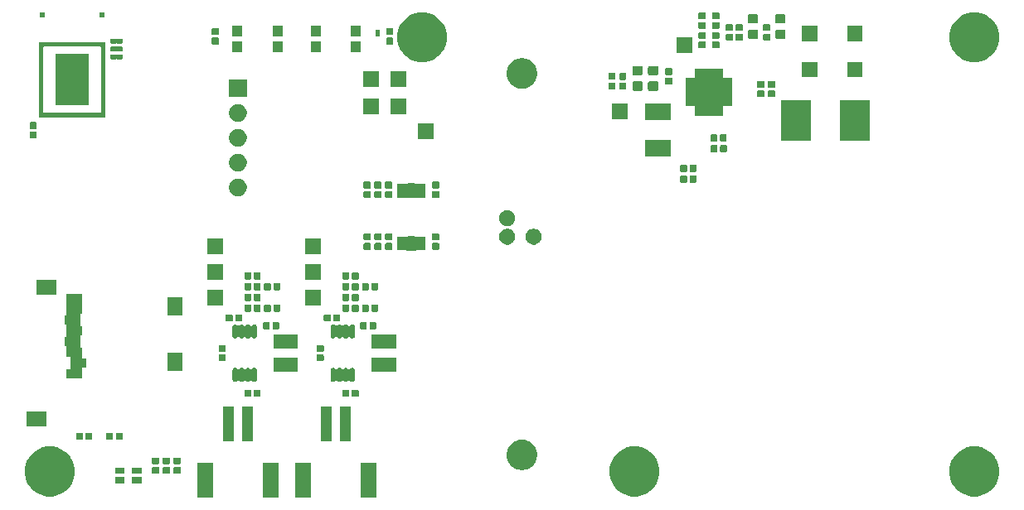
<source format=gts>
G04 #@! TF.GenerationSoftware,KiCad,Pcbnew,(5.1.5)-3*
G04 #@! TF.CreationDate,2021-03-29T18:53:01-07:00*
G04 #@! TF.ProjectId,PatchV2,50617463-6856-4322-9e6b-696361645f70,rev?*
G04 #@! TF.SameCoordinates,Original*
G04 #@! TF.FileFunction,Soldermask,Top*
G04 #@! TF.FilePolarity,Negative*
%FSLAX46Y46*%
G04 Gerber Fmt 4.6, Leading zero omitted, Abs format (unit mm)*
G04 Created by KiCad (PCBNEW (5.1.5)-3) date 2021-03-29 18:53:01*
%MOMM*%
%LPD*%
G04 APERTURE LIST*
%ADD10C,0.100000*%
G04 APERTURE END LIST*
D10*
G36*
X76151001Y-99851000D02*
G01*
X74549001Y-99851000D01*
X74549001Y-96349000D01*
X76151001Y-96349000D01*
X76151001Y-99851000D01*
G37*
G36*
X79450999Y-99851000D02*
G01*
X77848999Y-99851000D01*
X77848999Y-96349000D01*
X79450999Y-96349000D01*
X79450999Y-99851000D01*
G37*
G36*
X86151001Y-99851000D02*
G01*
X84549001Y-99851000D01*
X84549001Y-96349000D01*
X86151001Y-96349000D01*
X86151001Y-99851000D01*
G37*
G36*
X69450999Y-99851000D02*
G01*
X67848999Y-99851000D01*
X67848999Y-96349000D01*
X69450999Y-96349000D01*
X69450999Y-99851000D01*
G37*
G36*
X113244098Y-94747033D02*
G01*
X113708350Y-94939332D01*
X113708352Y-94939333D01*
X114126168Y-95218509D01*
X114481491Y-95573832D01*
X114727493Y-95942000D01*
X114760668Y-95991650D01*
X114952967Y-96455902D01*
X115051000Y-96948747D01*
X115051000Y-97451253D01*
X114952967Y-97944098D01*
X114763712Y-98401000D01*
X114760667Y-98408352D01*
X114481491Y-98826168D01*
X114126168Y-99181491D01*
X113708352Y-99460667D01*
X113708351Y-99460668D01*
X113708350Y-99460668D01*
X113244098Y-99652967D01*
X112751253Y-99751000D01*
X112248747Y-99751000D01*
X111755902Y-99652967D01*
X111291650Y-99460668D01*
X111291649Y-99460668D01*
X111291648Y-99460667D01*
X110873832Y-99181491D01*
X110518509Y-98826168D01*
X110239333Y-98408352D01*
X110236288Y-98401000D01*
X110047033Y-97944098D01*
X109949000Y-97451253D01*
X109949000Y-96948747D01*
X110047033Y-96455902D01*
X110239332Y-95991650D01*
X110272507Y-95942000D01*
X110518509Y-95573832D01*
X110873832Y-95218509D01*
X111291648Y-94939333D01*
X111291650Y-94939332D01*
X111755902Y-94747033D01*
X112248747Y-94649000D01*
X112751253Y-94649000D01*
X113244098Y-94747033D01*
G37*
G36*
X147944098Y-94747033D02*
G01*
X148408350Y-94939332D01*
X148408352Y-94939333D01*
X148826168Y-95218509D01*
X149181491Y-95573832D01*
X149427493Y-95942000D01*
X149460668Y-95991650D01*
X149652967Y-96455902D01*
X149751000Y-96948747D01*
X149751000Y-97451253D01*
X149652967Y-97944098D01*
X149463712Y-98401000D01*
X149460667Y-98408352D01*
X149181491Y-98826168D01*
X148826168Y-99181491D01*
X148408352Y-99460667D01*
X148408351Y-99460668D01*
X148408350Y-99460668D01*
X147944098Y-99652967D01*
X147451253Y-99751000D01*
X146948747Y-99751000D01*
X146455902Y-99652967D01*
X145991650Y-99460668D01*
X145991649Y-99460668D01*
X145991648Y-99460667D01*
X145573832Y-99181491D01*
X145218509Y-98826168D01*
X144939333Y-98408352D01*
X144936288Y-98401000D01*
X144747033Y-97944098D01*
X144649000Y-97451253D01*
X144649000Y-96948747D01*
X144747033Y-96455902D01*
X144939332Y-95991650D01*
X144972507Y-95942000D01*
X145218509Y-95573832D01*
X145573832Y-95218509D01*
X145991648Y-94939333D01*
X145991650Y-94939332D01*
X146455902Y-94747033D01*
X146948747Y-94649000D01*
X147451253Y-94649000D01*
X147944098Y-94747033D01*
G37*
G36*
X53544098Y-94747033D02*
G01*
X54008350Y-94939332D01*
X54008352Y-94939333D01*
X54426168Y-95218509D01*
X54781491Y-95573832D01*
X55027493Y-95942000D01*
X55060668Y-95991650D01*
X55252967Y-96455902D01*
X55351000Y-96948747D01*
X55351000Y-97451253D01*
X55252967Y-97944098D01*
X55063712Y-98401000D01*
X55060667Y-98408352D01*
X54781491Y-98826168D01*
X54426168Y-99181491D01*
X54008352Y-99460667D01*
X54008351Y-99460668D01*
X54008350Y-99460668D01*
X53544098Y-99652967D01*
X53051253Y-99751000D01*
X52548747Y-99751000D01*
X52055902Y-99652967D01*
X51591650Y-99460668D01*
X51591649Y-99460668D01*
X51591648Y-99460667D01*
X51173832Y-99181491D01*
X50818509Y-98826168D01*
X50539333Y-98408352D01*
X50536288Y-98401000D01*
X50347033Y-97944098D01*
X50249000Y-97451253D01*
X50249000Y-96948747D01*
X50347033Y-96455902D01*
X50539332Y-95991650D01*
X50572507Y-95942000D01*
X50818509Y-95573832D01*
X51173832Y-95218509D01*
X51591648Y-94939333D01*
X51591650Y-94939332D01*
X52055902Y-94747033D01*
X52548747Y-94649000D01*
X53051253Y-94649000D01*
X53544098Y-94747033D01*
G37*
G36*
X62151000Y-98401000D02*
G01*
X61199000Y-98401000D01*
X61199000Y-97799000D01*
X62151000Y-97799000D01*
X62151000Y-98401000D01*
G37*
G36*
X60401000Y-98401000D02*
G01*
X59449000Y-98401000D01*
X59449000Y-97799000D01*
X60401000Y-97799000D01*
X60401000Y-98401000D01*
G37*
G36*
X66081938Y-96741716D02*
G01*
X66102557Y-96747971D01*
X66121553Y-96758124D01*
X66138208Y-96771792D01*
X66151876Y-96788447D01*
X66162029Y-96807443D01*
X66168284Y-96828062D01*
X66171000Y-96855640D01*
X66171000Y-97314360D01*
X66168284Y-97341938D01*
X66162029Y-97362557D01*
X66151876Y-97381553D01*
X66138208Y-97398208D01*
X66121553Y-97411876D01*
X66102557Y-97422029D01*
X66081938Y-97428284D01*
X66054360Y-97431000D01*
X65545640Y-97431000D01*
X65518062Y-97428284D01*
X65497443Y-97422029D01*
X65478447Y-97411876D01*
X65461792Y-97398208D01*
X65448124Y-97381553D01*
X65437971Y-97362557D01*
X65431716Y-97341938D01*
X65429000Y-97314360D01*
X65429000Y-96855640D01*
X65431716Y-96828062D01*
X65437971Y-96807443D01*
X65448124Y-96788447D01*
X65461792Y-96771792D01*
X65478447Y-96758124D01*
X65497443Y-96747971D01*
X65518062Y-96741716D01*
X65545640Y-96739000D01*
X66054360Y-96739000D01*
X66081938Y-96741716D01*
G37*
G36*
X64981938Y-96741716D02*
G01*
X65002557Y-96747971D01*
X65021553Y-96758124D01*
X65038208Y-96771792D01*
X65051876Y-96788447D01*
X65062029Y-96807443D01*
X65068284Y-96828062D01*
X65071000Y-96855640D01*
X65071000Y-97314360D01*
X65068284Y-97341938D01*
X65062029Y-97362557D01*
X65051876Y-97381553D01*
X65038208Y-97398208D01*
X65021553Y-97411876D01*
X65002557Y-97422029D01*
X64981938Y-97428284D01*
X64954360Y-97431000D01*
X64445640Y-97431000D01*
X64418062Y-97428284D01*
X64397443Y-97422029D01*
X64378447Y-97411876D01*
X64361792Y-97398208D01*
X64348124Y-97381553D01*
X64337971Y-97362557D01*
X64331716Y-97341938D01*
X64329000Y-97314360D01*
X64329000Y-96855640D01*
X64331716Y-96828062D01*
X64337971Y-96807443D01*
X64348124Y-96788447D01*
X64361792Y-96771792D01*
X64378447Y-96758124D01*
X64397443Y-96747971D01*
X64418062Y-96741716D01*
X64445640Y-96739000D01*
X64954360Y-96739000D01*
X64981938Y-96741716D01*
G37*
G36*
X63881938Y-96741716D02*
G01*
X63902557Y-96747971D01*
X63921553Y-96758124D01*
X63938208Y-96771792D01*
X63951876Y-96788447D01*
X63962029Y-96807443D01*
X63968284Y-96828062D01*
X63971000Y-96855640D01*
X63971000Y-97314360D01*
X63968284Y-97341938D01*
X63962029Y-97362557D01*
X63951876Y-97381553D01*
X63938208Y-97398208D01*
X63921553Y-97411876D01*
X63902557Y-97422029D01*
X63881938Y-97428284D01*
X63854360Y-97431000D01*
X63345640Y-97431000D01*
X63318062Y-97428284D01*
X63297443Y-97422029D01*
X63278447Y-97411876D01*
X63261792Y-97398208D01*
X63248124Y-97381553D01*
X63237971Y-97362557D01*
X63231716Y-97341938D01*
X63229000Y-97314360D01*
X63229000Y-96855640D01*
X63231716Y-96828062D01*
X63237971Y-96807443D01*
X63248124Y-96788447D01*
X63261792Y-96771792D01*
X63278447Y-96758124D01*
X63297443Y-96747971D01*
X63318062Y-96741716D01*
X63345640Y-96739000D01*
X63854360Y-96739000D01*
X63881938Y-96741716D01*
G37*
G36*
X62151000Y-97401000D02*
G01*
X61199000Y-97401000D01*
X61199000Y-96799000D01*
X62151000Y-96799000D01*
X62151000Y-97401000D01*
G37*
G36*
X60401000Y-97401000D02*
G01*
X59449000Y-97401000D01*
X59449000Y-96799000D01*
X60401000Y-96799000D01*
X60401000Y-97401000D01*
G37*
G36*
X101263362Y-93971000D02*
G01*
X101452410Y-94008604D01*
X101734674Y-94125521D01*
X101988705Y-94295259D01*
X102204741Y-94511295D01*
X102374479Y-94765326D01*
X102491396Y-95047590D01*
X102491396Y-95047591D01*
X102551000Y-95347239D01*
X102551000Y-95652761D01*
X102527338Y-95771716D01*
X102491396Y-95952410D01*
X102374479Y-96234674D01*
X102204741Y-96488705D01*
X101988705Y-96704741D01*
X101734674Y-96874479D01*
X101452410Y-96991396D01*
X101302585Y-97021198D01*
X101152761Y-97051000D01*
X100847239Y-97051000D01*
X100697415Y-97021198D01*
X100547590Y-96991396D01*
X100265326Y-96874479D01*
X100011295Y-96704741D01*
X99795259Y-96488705D01*
X99625521Y-96234674D01*
X99508604Y-95952410D01*
X99472662Y-95771716D01*
X99449000Y-95652761D01*
X99449000Y-95347239D01*
X99508604Y-95047591D01*
X99508604Y-95047590D01*
X99625521Y-94765326D01*
X99795259Y-94511295D01*
X100011295Y-94295259D01*
X100265326Y-94125521D01*
X100547590Y-94008604D01*
X100736638Y-93971000D01*
X100847239Y-93949000D01*
X101152761Y-93949000D01*
X101263362Y-93971000D01*
G37*
G36*
X64981938Y-95771716D02*
G01*
X65002557Y-95777971D01*
X65021553Y-95788124D01*
X65038208Y-95801792D01*
X65051876Y-95818447D01*
X65062029Y-95837443D01*
X65068284Y-95858062D01*
X65071000Y-95885640D01*
X65071000Y-96344360D01*
X65068284Y-96371938D01*
X65062029Y-96392557D01*
X65051876Y-96411553D01*
X65038208Y-96428208D01*
X65021553Y-96441876D01*
X65002557Y-96452029D01*
X64981938Y-96458284D01*
X64954360Y-96461000D01*
X64445640Y-96461000D01*
X64418062Y-96458284D01*
X64397443Y-96452029D01*
X64378447Y-96441876D01*
X64361792Y-96428208D01*
X64348124Y-96411553D01*
X64337971Y-96392557D01*
X64331716Y-96371938D01*
X64329000Y-96344360D01*
X64329000Y-95885640D01*
X64331716Y-95858062D01*
X64337971Y-95837443D01*
X64348124Y-95818447D01*
X64361792Y-95801792D01*
X64378447Y-95788124D01*
X64397443Y-95777971D01*
X64418062Y-95771716D01*
X64445640Y-95769000D01*
X64954360Y-95769000D01*
X64981938Y-95771716D01*
G37*
G36*
X63881938Y-95771716D02*
G01*
X63902557Y-95777971D01*
X63921553Y-95788124D01*
X63938208Y-95801792D01*
X63951876Y-95818447D01*
X63962029Y-95837443D01*
X63968284Y-95858062D01*
X63971000Y-95885640D01*
X63971000Y-96344360D01*
X63968284Y-96371938D01*
X63962029Y-96392557D01*
X63951876Y-96411553D01*
X63938208Y-96428208D01*
X63921553Y-96441876D01*
X63902557Y-96452029D01*
X63881938Y-96458284D01*
X63854360Y-96461000D01*
X63345640Y-96461000D01*
X63318062Y-96458284D01*
X63297443Y-96452029D01*
X63278447Y-96441876D01*
X63261792Y-96428208D01*
X63248124Y-96411553D01*
X63237971Y-96392557D01*
X63231716Y-96371938D01*
X63229000Y-96344360D01*
X63229000Y-95885640D01*
X63231716Y-95858062D01*
X63237971Y-95837443D01*
X63248124Y-95818447D01*
X63261792Y-95801792D01*
X63278447Y-95788124D01*
X63297443Y-95777971D01*
X63318062Y-95771716D01*
X63345640Y-95769000D01*
X63854360Y-95769000D01*
X63881938Y-95771716D01*
G37*
G36*
X66081938Y-95771716D02*
G01*
X66102557Y-95777971D01*
X66121553Y-95788124D01*
X66138208Y-95801792D01*
X66151876Y-95818447D01*
X66162029Y-95837443D01*
X66168284Y-95858062D01*
X66171000Y-95885640D01*
X66171000Y-96344360D01*
X66168284Y-96371938D01*
X66162029Y-96392557D01*
X66151876Y-96411553D01*
X66138208Y-96428208D01*
X66121553Y-96441876D01*
X66102557Y-96452029D01*
X66081938Y-96458284D01*
X66054360Y-96461000D01*
X65545640Y-96461000D01*
X65518062Y-96458284D01*
X65497443Y-96452029D01*
X65478447Y-96441876D01*
X65461792Y-96428208D01*
X65448124Y-96411553D01*
X65437971Y-96392557D01*
X65431716Y-96371938D01*
X65429000Y-96344360D01*
X65429000Y-95885640D01*
X65431716Y-95858062D01*
X65437971Y-95837443D01*
X65448124Y-95818447D01*
X65461792Y-95801792D01*
X65478447Y-95788124D01*
X65497443Y-95777971D01*
X65518062Y-95771716D01*
X65545640Y-95769000D01*
X66054360Y-95769000D01*
X66081938Y-95771716D01*
G37*
G36*
X81550999Y-94150999D02*
G01*
X80448999Y-94150999D01*
X80448999Y-90548999D01*
X81550999Y-90548999D01*
X81550999Y-94150999D01*
G37*
G36*
X71550999Y-94150999D02*
G01*
X70448999Y-94150999D01*
X70448999Y-90548999D01*
X71550999Y-90548999D01*
X71550999Y-94150999D01*
G37*
G36*
X73551001Y-94150999D02*
G01*
X72449001Y-94150999D01*
X72449001Y-90548999D01*
X73551001Y-90548999D01*
X73551001Y-94150999D01*
G37*
G36*
X83551001Y-94150999D02*
G01*
X82449001Y-94150999D01*
X82449001Y-90548999D01*
X83551001Y-90548999D01*
X83551001Y-94150999D01*
G37*
G36*
X57056938Y-93231716D02*
G01*
X57077557Y-93237971D01*
X57096553Y-93248124D01*
X57113208Y-93261792D01*
X57126876Y-93278447D01*
X57137029Y-93297443D01*
X57143284Y-93318062D01*
X57146000Y-93345640D01*
X57146000Y-93854360D01*
X57143284Y-93881938D01*
X57137029Y-93902557D01*
X57126876Y-93921553D01*
X57113208Y-93938208D01*
X57096553Y-93951876D01*
X57077557Y-93962029D01*
X57056938Y-93968284D01*
X57029360Y-93971000D01*
X56570640Y-93971000D01*
X56543062Y-93968284D01*
X56522443Y-93962029D01*
X56503447Y-93951876D01*
X56486792Y-93938208D01*
X56473124Y-93921553D01*
X56462971Y-93902557D01*
X56456716Y-93881938D01*
X56454000Y-93854360D01*
X56454000Y-93345640D01*
X56456716Y-93318062D01*
X56462971Y-93297443D01*
X56473124Y-93278447D01*
X56486792Y-93261792D01*
X56503447Y-93248124D01*
X56522443Y-93237971D01*
X56543062Y-93231716D01*
X56570640Y-93229000D01*
X57029360Y-93229000D01*
X57056938Y-93231716D01*
G37*
G36*
X56086938Y-93231716D02*
G01*
X56107557Y-93237971D01*
X56126553Y-93248124D01*
X56143208Y-93261792D01*
X56156876Y-93278447D01*
X56167029Y-93297443D01*
X56173284Y-93318062D01*
X56176000Y-93345640D01*
X56176000Y-93854360D01*
X56173284Y-93881938D01*
X56167029Y-93902557D01*
X56156876Y-93921553D01*
X56143208Y-93938208D01*
X56126553Y-93951876D01*
X56107557Y-93962029D01*
X56086938Y-93968284D01*
X56059360Y-93971000D01*
X55600640Y-93971000D01*
X55573062Y-93968284D01*
X55552443Y-93962029D01*
X55533447Y-93951876D01*
X55516792Y-93938208D01*
X55503124Y-93921553D01*
X55492971Y-93902557D01*
X55486716Y-93881938D01*
X55484000Y-93854360D01*
X55484000Y-93345640D01*
X55486716Y-93318062D01*
X55492971Y-93297443D01*
X55503124Y-93278447D01*
X55516792Y-93261792D01*
X55533447Y-93248124D01*
X55552443Y-93237971D01*
X55573062Y-93231716D01*
X55600640Y-93229000D01*
X56059360Y-93229000D01*
X56086938Y-93231716D01*
G37*
G36*
X60141938Y-93231716D02*
G01*
X60162557Y-93237971D01*
X60181553Y-93248124D01*
X60198208Y-93261792D01*
X60211876Y-93278447D01*
X60222029Y-93297443D01*
X60228284Y-93318062D01*
X60231000Y-93345640D01*
X60231000Y-93854360D01*
X60228284Y-93881938D01*
X60222029Y-93902557D01*
X60211876Y-93921553D01*
X60198208Y-93938208D01*
X60181553Y-93951876D01*
X60162557Y-93962029D01*
X60141938Y-93968284D01*
X60114360Y-93971000D01*
X59655640Y-93971000D01*
X59628062Y-93968284D01*
X59607443Y-93962029D01*
X59588447Y-93951876D01*
X59571792Y-93938208D01*
X59558124Y-93921553D01*
X59547971Y-93902557D01*
X59541716Y-93881938D01*
X59539000Y-93854360D01*
X59539000Y-93345640D01*
X59541716Y-93318062D01*
X59547971Y-93297443D01*
X59558124Y-93278447D01*
X59571792Y-93261792D01*
X59588447Y-93248124D01*
X59607443Y-93237971D01*
X59628062Y-93231716D01*
X59655640Y-93229000D01*
X60114360Y-93229000D01*
X60141938Y-93231716D01*
G37*
G36*
X59171938Y-93231716D02*
G01*
X59192557Y-93237971D01*
X59211553Y-93248124D01*
X59228208Y-93261792D01*
X59241876Y-93278447D01*
X59252029Y-93297443D01*
X59258284Y-93318062D01*
X59261000Y-93345640D01*
X59261000Y-93854360D01*
X59258284Y-93881938D01*
X59252029Y-93902557D01*
X59241876Y-93921553D01*
X59228208Y-93938208D01*
X59211553Y-93951876D01*
X59192557Y-93962029D01*
X59171938Y-93968284D01*
X59144360Y-93971000D01*
X58685640Y-93971000D01*
X58658062Y-93968284D01*
X58637443Y-93962029D01*
X58618447Y-93951876D01*
X58601792Y-93938208D01*
X58588124Y-93921553D01*
X58577971Y-93902557D01*
X58571716Y-93881938D01*
X58569000Y-93854360D01*
X58569000Y-93345640D01*
X58571716Y-93318062D01*
X58577971Y-93297443D01*
X58588124Y-93278447D01*
X58601792Y-93261792D01*
X58618447Y-93248124D01*
X58637443Y-93237971D01*
X58658062Y-93231716D01*
X58685640Y-93229000D01*
X59144360Y-93229000D01*
X59171938Y-93231716D01*
G37*
G36*
X52451000Y-92611000D02*
G01*
X50449000Y-92611000D01*
X50449000Y-91109000D01*
X52451000Y-91109000D01*
X52451000Y-92611000D01*
G37*
G36*
X83271938Y-88831716D02*
G01*
X83292557Y-88837971D01*
X83311553Y-88848124D01*
X83328208Y-88861792D01*
X83341876Y-88878447D01*
X83352029Y-88897443D01*
X83358284Y-88918062D01*
X83361000Y-88945640D01*
X83361000Y-89454360D01*
X83358284Y-89481938D01*
X83352029Y-89502557D01*
X83341876Y-89521553D01*
X83328208Y-89538208D01*
X83311553Y-89551876D01*
X83292557Y-89562029D01*
X83271938Y-89568284D01*
X83244360Y-89571000D01*
X82785640Y-89571000D01*
X82758062Y-89568284D01*
X82737443Y-89562029D01*
X82718447Y-89551876D01*
X82701792Y-89538208D01*
X82688124Y-89521553D01*
X82677971Y-89502557D01*
X82671716Y-89481938D01*
X82669000Y-89454360D01*
X82669000Y-88945640D01*
X82671716Y-88918062D01*
X82677971Y-88897443D01*
X82688124Y-88878447D01*
X82701792Y-88861792D01*
X82718447Y-88848124D01*
X82737443Y-88837971D01*
X82758062Y-88831716D01*
X82785640Y-88829000D01*
X83244360Y-88829000D01*
X83271938Y-88831716D01*
G37*
G36*
X84241938Y-88831716D02*
G01*
X84262557Y-88837971D01*
X84281553Y-88848124D01*
X84298208Y-88861792D01*
X84311876Y-88878447D01*
X84322029Y-88897443D01*
X84328284Y-88918062D01*
X84331000Y-88945640D01*
X84331000Y-89454360D01*
X84328284Y-89481938D01*
X84322029Y-89502557D01*
X84311876Y-89521553D01*
X84298208Y-89538208D01*
X84281553Y-89551876D01*
X84262557Y-89562029D01*
X84241938Y-89568284D01*
X84214360Y-89571000D01*
X83755640Y-89571000D01*
X83728062Y-89568284D01*
X83707443Y-89562029D01*
X83688447Y-89551876D01*
X83671792Y-89538208D01*
X83658124Y-89521553D01*
X83647971Y-89502557D01*
X83641716Y-89481938D01*
X83639000Y-89454360D01*
X83639000Y-88945640D01*
X83641716Y-88918062D01*
X83647971Y-88897443D01*
X83658124Y-88878447D01*
X83671792Y-88861792D01*
X83688447Y-88848124D01*
X83707443Y-88837971D01*
X83728062Y-88831716D01*
X83755640Y-88829000D01*
X84214360Y-88829000D01*
X84241938Y-88831716D01*
G37*
G36*
X74241938Y-88831716D02*
G01*
X74262557Y-88837971D01*
X74281553Y-88848124D01*
X74298208Y-88861792D01*
X74311876Y-88878447D01*
X74322029Y-88897443D01*
X74328284Y-88918062D01*
X74331000Y-88945640D01*
X74331000Y-89454360D01*
X74328284Y-89481938D01*
X74322029Y-89502557D01*
X74311876Y-89521553D01*
X74298208Y-89538208D01*
X74281553Y-89551876D01*
X74262557Y-89562029D01*
X74241938Y-89568284D01*
X74214360Y-89571000D01*
X73755640Y-89571000D01*
X73728062Y-89568284D01*
X73707443Y-89562029D01*
X73688447Y-89551876D01*
X73671792Y-89538208D01*
X73658124Y-89521553D01*
X73647971Y-89502557D01*
X73641716Y-89481938D01*
X73639000Y-89454360D01*
X73639000Y-88945640D01*
X73641716Y-88918062D01*
X73647971Y-88897443D01*
X73658124Y-88878447D01*
X73671792Y-88861792D01*
X73688447Y-88848124D01*
X73707443Y-88837971D01*
X73728062Y-88831716D01*
X73755640Y-88829000D01*
X74214360Y-88829000D01*
X74241938Y-88831716D01*
G37*
G36*
X73271938Y-88831716D02*
G01*
X73292557Y-88837971D01*
X73311553Y-88848124D01*
X73328208Y-88861792D01*
X73341876Y-88878447D01*
X73352029Y-88897443D01*
X73358284Y-88918062D01*
X73361000Y-88945640D01*
X73361000Y-89454360D01*
X73358284Y-89481938D01*
X73352029Y-89502557D01*
X73341876Y-89521553D01*
X73328208Y-89538208D01*
X73311553Y-89551876D01*
X73292557Y-89562029D01*
X73271938Y-89568284D01*
X73244360Y-89571000D01*
X72785640Y-89571000D01*
X72758062Y-89568284D01*
X72737443Y-89562029D01*
X72718447Y-89551876D01*
X72701792Y-89538208D01*
X72688124Y-89521553D01*
X72677971Y-89502557D01*
X72671716Y-89481938D01*
X72669000Y-89454360D01*
X72669000Y-88945640D01*
X72671716Y-88918062D01*
X72677971Y-88897443D01*
X72688124Y-88878447D01*
X72701792Y-88861792D01*
X72718447Y-88848124D01*
X72737443Y-88837971D01*
X72758062Y-88831716D01*
X72785640Y-88829000D01*
X73244360Y-88829000D01*
X73271938Y-88831716D01*
G37*
G36*
X83729108Y-86602992D02*
G01*
X83781133Y-86618774D01*
X83825985Y-86642748D01*
X83829081Y-86644403D01*
X83871107Y-86678893D01*
X83905597Y-86720919D01*
X83905598Y-86720921D01*
X83931226Y-86768867D01*
X83947008Y-86820892D01*
X83951001Y-86861440D01*
X83951001Y-87788558D01*
X83947008Y-87829106D01*
X83931226Y-87881131D01*
X83913412Y-87914458D01*
X83905597Y-87929079D01*
X83871107Y-87971105D01*
X83829081Y-88005595D01*
X83811034Y-88015241D01*
X83781132Y-88031224D01*
X83729107Y-88047006D01*
X83675002Y-88052334D01*
X83620896Y-88047006D01*
X83568871Y-88031224D01*
X83520925Y-88005596D01*
X83520923Y-88005595D01*
X83478897Y-87971105D01*
X83446622Y-87931778D01*
X83429301Y-87914457D01*
X83408927Y-87900843D01*
X83386288Y-87891466D01*
X83362255Y-87886685D01*
X83337750Y-87886685D01*
X83313717Y-87891465D01*
X83291078Y-87900842D01*
X83270704Y-87914456D01*
X83253377Y-87931783D01*
X83221106Y-87971105D01*
X83179080Y-88005595D01*
X83161033Y-88015241D01*
X83131131Y-88031224D01*
X83079106Y-88047006D01*
X83025001Y-88052334D01*
X82970895Y-88047006D01*
X82918870Y-88031224D01*
X82870924Y-88005596D01*
X82870922Y-88005595D01*
X82828896Y-87971105D01*
X82796621Y-87931778D01*
X82779301Y-87914458D01*
X82758927Y-87900844D01*
X82736288Y-87891467D01*
X82712255Y-87886686D01*
X82687751Y-87886686D01*
X82663717Y-87891466D01*
X82641079Y-87900843D01*
X82620704Y-87914457D01*
X82603378Y-87931783D01*
X82571107Y-87971105D01*
X82529081Y-88005595D01*
X82511034Y-88015241D01*
X82481132Y-88031224D01*
X82429107Y-88047006D01*
X82375002Y-88052334D01*
X82320896Y-88047006D01*
X82268871Y-88031224D01*
X82220925Y-88005596D01*
X82220923Y-88005595D01*
X82178897Y-87971105D01*
X82146622Y-87931778D01*
X82129301Y-87914457D01*
X82108927Y-87900843D01*
X82086288Y-87891466D01*
X82062255Y-87886685D01*
X82037750Y-87886685D01*
X82013717Y-87891465D01*
X81991078Y-87900842D01*
X81970704Y-87914456D01*
X81953377Y-87931783D01*
X81921106Y-87971105D01*
X81879080Y-88005595D01*
X81861033Y-88015241D01*
X81831131Y-88031224D01*
X81779106Y-88047006D01*
X81725001Y-88052334D01*
X81670895Y-88047006D01*
X81618870Y-88031224D01*
X81570924Y-88005596D01*
X81570922Y-88005595D01*
X81528896Y-87971105D01*
X81494406Y-87929079D01*
X81484760Y-87911032D01*
X81468777Y-87881130D01*
X81452995Y-87829105D01*
X81449002Y-87788558D01*
X81449003Y-86861440D01*
X81452996Y-86820892D01*
X81468778Y-86768867D01*
X81494406Y-86720921D01*
X81494407Y-86720919D01*
X81528897Y-86678893D01*
X81570923Y-86644403D01*
X81574019Y-86642748D01*
X81618871Y-86618774D01*
X81670896Y-86602992D01*
X81725001Y-86597664D01*
X81779107Y-86602992D01*
X81831132Y-86618774D01*
X81875984Y-86642748D01*
X81879080Y-86644403D01*
X81883934Y-86648387D01*
X81921106Y-86678893D01*
X81953377Y-86718215D01*
X81970704Y-86735542D01*
X81991079Y-86749156D01*
X82013718Y-86758533D01*
X82037751Y-86763313D01*
X82062255Y-86763313D01*
X82086288Y-86758532D01*
X82108927Y-86749155D01*
X82129301Y-86735541D01*
X82146627Y-86718215D01*
X82178898Y-86678893D01*
X82216070Y-86648387D01*
X82220924Y-86644403D01*
X82224020Y-86642748D01*
X82268872Y-86618774D01*
X82320897Y-86602992D01*
X82375002Y-86597664D01*
X82429108Y-86602992D01*
X82481133Y-86618774D01*
X82525985Y-86642748D01*
X82529081Y-86644403D01*
X82533935Y-86648387D01*
X82571107Y-86678893D01*
X82603377Y-86718214D01*
X82620704Y-86735541D01*
X82641079Y-86749155D01*
X82663717Y-86758532D01*
X82687751Y-86763312D01*
X82712255Y-86763312D01*
X82736288Y-86758531D01*
X82758927Y-86749154D01*
X82779301Y-86735540D01*
X82796627Y-86718214D01*
X82828897Y-86678893D01*
X82866069Y-86648387D01*
X82870923Y-86644403D01*
X82874019Y-86642748D01*
X82918871Y-86618774D01*
X82970896Y-86602992D01*
X83025001Y-86597664D01*
X83079107Y-86602992D01*
X83131132Y-86618774D01*
X83175984Y-86642748D01*
X83179080Y-86644403D01*
X83183934Y-86648387D01*
X83221106Y-86678893D01*
X83253377Y-86718215D01*
X83270704Y-86735542D01*
X83291079Y-86749156D01*
X83313718Y-86758533D01*
X83337751Y-86763313D01*
X83362255Y-86763313D01*
X83386288Y-86758532D01*
X83408927Y-86749155D01*
X83429301Y-86735541D01*
X83446627Y-86718215D01*
X83478898Y-86678893D01*
X83516070Y-86648387D01*
X83520924Y-86644403D01*
X83524020Y-86642748D01*
X83568872Y-86618774D01*
X83620897Y-86602992D01*
X83675002Y-86597664D01*
X83729108Y-86602992D01*
G37*
G36*
X73729108Y-86602992D02*
G01*
X73781133Y-86618774D01*
X73825985Y-86642748D01*
X73829081Y-86644403D01*
X73871107Y-86678893D01*
X73905597Y-86720919D01*
X73905598Y-86720921D01*
X73931226Y-86768867D01*
X73947008Y-86820892D01*
X73951001Y-86861440D01*
X73951001Y-87788558D01*
X73947008Y-87829106D01*
X73931226Y-87881131D01*
X73913412Y-87914458D01*
X73905597Y-87929079D01*
X73871107Y-87971105D01*
X73829081Y-88005595D01*
X73811034Y-88015241D01*
X73781132Y-88031224D01*
X73729107Y-88047006D01*
X73675002Y-88052334D01*
X73620896Y-88047006D01*
X73568871Y-88031224D01*
X73520925Y-88005596D01*
X73520923Y-88005595D01*
X73478897Y-87971105D01*
X73446622Y-87931778D01*
X73429301Y-87914457D01*
X73408927Y-87900843D01*
X73386288Y-87891466D01*
X73362255Y-87886685D01*
X73337750Y-87886685D01*
X73313717Y-87891465D01*
X73291078Y-87900842D01*
X73270704Y-87914456D01*
X73253377Y-87931783D01*
X73221106Y-87971105D01*
X73179080Y-88005595D01*
X73161033Y-88015241D01*
X73131131Y-88031224D01*
X73079106Y-88047006D01*
X73025001Y-88052334D01*
X72970895Y-88047006D01*
X72918870Y-88031224D01*
X72870924Y-88005596D01*
X72870922Y-88005595D01*
X72828896Y-87971105D01*
X72796621Y-87931778D01*
X72779301Y-87914458D01*
X72758927Y-87900844D01*
X72736288Y-87891467D01*
X72712255Y-87886686D01*
X72687751Y-87886686D01*
X72663717Y-87891466D01*
X72641079Y-87900843D01*
X72620704Y-87914457D01*
X72603378Y-87931783D01*
X72571107Y-87971105D01*
X72529081Y-88005595D01*
X72511034Y-88015241D01*
X72481132Y-88031224D01*
X72429107Y-88047006D01*
X72375002Y-88052334D01*
X72320896Y-88047006D01*
X72268871Y-88031224D01*
X72220925Y-88005596D01*
X72220923Y-88005595D01*
X72178897Y-87971105D01*
X72146622Y-87931778D01*
X72129301Y-87914457D01*
X72108927Y-87900843D01*
X72086288Y-87891466D01*
X72062255Y-87886685D01*
X72037750Y-87886685D01*
X72013717Y-87891465D01*
X71991078Y-87900842D01*
X71970704Y-87914456D01*
X71953377Y-87931783D01*
X71921106Y-87971105D01*
X71879080Y-88005595D01*
X71861033Y-88015241D01*
X71831131Y-88031224D01*
X71779106Y-88047006D01*
X71725001Y-88052334D01*
X71670895Y-88047006D01*
X71618870Y-88031224D01*
X71570924Y-88005596D01*
X71570922Y-88005595D01*
X71528896Y-87971105D01*
X71494406Y-87929079D01*
X71484760Y-87911032D01*
X71468777Y-87881130D01*
X71452995Y-87829105D01*
X71449002Y-87788558D01*
X71449003Y-86861440D01*
X71452996Y-86820892D01*
X71468778Y-86768867D01*
X71494406Y-86720921D01*
X71494407Y-86720919D01*
X71528897Y-86678893D01*
X71570923Y-86644403D01*
X71574019Y-86642748D01*
X71618871Y-86618774D01*
X71670896Y-86602992D01*
X71725001Y-86597664D01*
X71779107Y-86602992D01*
X71831132Y-86618774D01*
X71875984Y-86642748D01*
X71879080Y-86644403D01*
X71883934Y-86648387D01*
X71921106Y-86678893D01*
X71953377Y-86718215D01*
X71970704Y-86735542D01*
X71991079Y-86749156D01*
X72013718Y-86758533D01*
X72037751Y-86763313D01*
X72062255Y-86763313D01*
X72086288Y-86758532D01*
X72108927Y-86749155D01*
X72129301Y-86735541D01*
X72146627Y-86718215D01*
X72178898Y-86678893D01*
X72216070Y-86648387D01*
X72220924Y-86644403D01*
X72224020Y-86642748D01*
X72268872Y-86618774D01*
X72320897Y-86602992D01*
X72375002Y-86597664D01*
X72429108Y-86602992D01*
X72481133Y-86618774D01*
X72525985Y-86642748D01*
X72529081Y-86644403D01*
X72533935Y-86648387D01*
X72571107Y-86678893D01*
X72603377Y-86718214D01*
X72620704Y-86735541D01*
X72641079Y-86749155D01*
X72663717Y-86758532D01*
X72687751Y-86763312D01*
X72712255Y-86763312D01*
X72736288Y-86758531D01*
X72758927Y-86749154D01*
X72779301Y-86735540D01*
X72796627Y-86718214D01*
X72828897Y-86678893D01*
X72866069Y-86648387D01*
X72870923Y-86644403D01*
X72874019Y-86642748D01*
X72918871Y-86618774D01*
X72970896Y-86602992D01*
X73025001Y-86597664D01*
X73079107Y-86602992D01*
X73131132Y-86618774D01*
X73175984Y-86642748D01*
X73179080Y-86644403D01*
X73183934Y-86648387D01*
X73221106Y-86678893D01*
X73253377Y-86718215D01*
X73270704Y-86735542D01*
X73291079Y-86749156D01*
X73313718Y-86758533D01*
X73337751Y-86763313D01*
X73362255Y-86763313D01*
X73386288Y-86758532D01*
X73408927Y-86749155D01*
X73429301Y-86735541D01*
X73446627Y-86718215D01*
X73478898Y-86678893D01*
X73516070Y-86648387D01*
X73520924Y-86644403D01*
X73524020Y-86642748D01*
X73568872Y-86618774D01*
X73620897Y-86602992D01*
X73675002Y-86597664D01*
X73729108Y-86602992D01*
G37*
G36*
X56101000Y-81051000D02*
G01*
X56025999Y-81051000D01*
X56001613Y-81053402D01*
X55978164Y-81060515D01*
X55956553Y-81072066D01*
X55937611Y-81087611D01*
X55922066Y-81106553D01*
X55910515Y-81128164D01*
X55903402Y-81151613D01*
X55901000Y-81175999D01*
X55901000Y-82224001D01*
X55903402Y-82248387D01*
X55910515Y-82271836D01*
X55922066Y-82293447D01*
X55937611Y-82312389D01*
X55956553Y-82327934D01*
X55978164Y-82339485D01*
X56001613Y-82346598D01*
X56025999Y-82349000D01*
X56101000Y-82349000D01*
X56101000Y-83251000D01*
X56025999Y-83251000D01*
X56001613Y-83253402D01*
X55978164Y-83260515D01*
X55956553Y-83272066D01*
X55937611Y-83287611D01*
X55922066Y-83306553D01*
X55910515Y-83328164D01*
X55903402Y-83351613D01*
X55901000Y-83375999D01*
X55901000Y-84424001D01*
X55903402Y-84448387D01*
X55910515Y-84471836D01*
X55922066Y-84493447D01*
X55937611Y-84512389D01*
X55956553Y-84527934D01*
X55978164Y-84539485D01*
X56001613Y-84546598D01*
X56025999Y-84549000D01*
X56101000Y-84549000D01*
X56101000Y-85524001D01*
X56103402Y-85548387D01*
X56110515Y-85571836D01*
X56122066Y-85593447D01*
X56137611Y-85612389D01*
X56156553Y-85627934D01*
X56178164Y-85639485D01*
X56201613Y-85646598D01*
X56225999Y-85649000D01*
X56501000Y-85649000D01*
X56501000Y-86551000D01*
X56225999Y-86551000D01*
X56201613Y-86553402D01*
X56178164Y-86560515D01*
X56156553Y-86572066D01*
X56137611Y-86587611D01*
X56122066Y-86606553D01*
X56110515Y-86628164D01*
X56103402Y-86651613D01*
X56101000Y-86675999D01*
X56101000Y-87651000D01*
X54499000Y-87651000D01*
X54499000Y-86749000D01*
X54774001Y-86749000D01*
X54798387Y-86746598D01*
X54821836Y-86739485D01*
X54843447Y-86727934D01*
X54862389Y-86712389D01*
X54877934Y-86693447D01*
X54889485Y-86671836D01*
X54896598Y-86648387D01*
X54899000Y-86624001D01*
X54899000Y-85575999D01*
X54896598Y-85551613D01*
X54889485Y-85528164D01*
X54877934Y-85506553D01*
X54862389Y-85487611D01*
X54843447Y-85472066D01*
X54821836Y-85460515D01*
X54798387Y-85453402D01*
X54774001Y-85451000D01*
X54499000Y-85451000D01*
X54499000Y-84475999D01*
X54496598Y-84451613D01*
X54489485Y-84428164D01*
X54477934Y-84406553D01*
X54462389Y-84387611D01*
X54443447Y-84372066D01*
X54421836Y-84360515D01*
X54398387Y-84353402D01*
X54374001Y-84351000D01*
X54299000Y-84351000D01*
X54299000Y-83449000D01*
X54374001Y-83449000D01*
X54398387Y-83446598D01*
X54421836Y-83439485D01*
X54443447Y-83427934D01*
X54462389Y-83412389D01*
X54477934Y-83393447D01*
X54489485Y-83371836D01*
X54496598Y-83348387D01*
X54499000Y-83324001D01*
X54499000Y-82275999D01*
X54496598Y-82251613D01*
X54489485Y-82228164D01*
X54477934Y-82206553D01*
X54462389Y-82187611D01*
X54443447Y-82172066D01*
X54421836Y-82160515D01*
X54398387Y-82153402D01*
X54374001Y-82151000D01*
X54299000Y-82151000D01*
X54299000Y-81249000D01*
X54374001Y-81249000D01*
X54398387Y-81246598D01*
X54421836Y-81239485D01*
X54443447Y-81227934D01*
X54462389Y-81212389D01*
X54477934Y-81193447D01*
X54489485Y-81171836D01*
X54496598Y-81148387D01*
X54499000Y-81124001D01*
X54499000Y-79049000D01*
X56101000Y-79049000D01*
X56101000Y-81051000D01*
G37*
G36*
X78141899Y-87005200D02*
G01*
X75658101Y-87005200D01*
X75658101Y-85582400D01*
X78141899Y-85582400D01*
X78141899Y-87005200D01*
G37*
G36*
X88141899Y-87005200D02*
G01*
X85658101Y-87005200D01*
X85658101Y-85582400D01*
X88141899Y-85582400D01*
X88141899Y-87005200D01*
G37*
G36*
X66351000Y-86961000D02*
G01*
X64849000Y-86961000D01*
X64849000Y-85059000D01*
X66351000Y-85059000D01*
X66351000Y-86961000D01*
G37*
G36*
X70681938Y-85241716D02*
G01*
X70702557Y-85247971D01*
X70721553Y-85258124D01*
X70738208Y-85271792D01*
X70751876Y-85288447D01*
X70762029Y-85307443D01*
X70768284Y-85328062D01*
X70771000Y-85355640D01*
X70771000Y-85814360D01*
X70768284Y-85841938D01*
X70762029Y-85862557D01*
X70751876Y-85881553D01*
X70738208Y-85898208D01*
X70721553Y-85911876D01*
X70702557Y-85922029D01*
X70681938Y-85928284D01*
X70654360Y-85931000D01*
X70145640Y-85931000D01*
X70118062Y-85928284D01*
X70097443Y-85922029D01*
X70078447Y-85911876D01*
X70061792Y-85898208D01*
X70048124Y-85881553D01*
X70037971Y-85862557D01*
X70031716Y-85841938D01*
X70029000Y-85814360D01*
X70029000Y-85355640D01*
X70031716Y-85328062D01*
X70037971Y-85307443D01*
X70048124Y-85288447D01*
X70061792Y-85271792D01*
X70078447Y-85258124D01*
X70097443Y-85247971D01*
X70118062Y-85241716D01*
X70145640Y-85239000D01*
X70654360Y-85239000D01*
X70681938Y-85241716D01*
G37*
G36*
X80681938Y-85241716D02*
G01*
X80702557Y-85247971D01*
X80721553Y-85258124D01*
X80738208Y-85271792D01*
X80751876Y-85288447D01*
X80762029Y-85307443D01*
X80768284Y-85328062D01*
X80771000Y-85355640D01*
X80771000Y-85814360D01*
X80768284Y-85841938D01*
X80762029Y-85862557D01*
X80751876Y-85881553D01*
X80738208Y-85898208D01*
X80721553Y-85911876D01*
X80702557Y-85922029D01*
X80681938Y-85928284D01*
X80654360Y-85931000D01*
X80145640Y-85931000D01*
X80118062Y-85928284D01*
X80097443Y-85922029D01*
X80078447Y-85911876D01*
X80061792Y-85898208D01*
X80048124Y-85881553D01*
X80037971Y-85862557D01*
X80031716Y-85841938D01*
X80029000Y-85814360D01*
X80029000Y-85355640D01*
X80031716Y-85328062D01*
X80037971Y-85307443D01*
X80048124Y-85288447D01*
X80061792Y-85271792D01*
X80078447Y-85258124D01*
X80097443Y-85247971D01*
X80118062Y-85241716D01*
X80145640Y-85239000D01*
X80654360Y-85239000D01*
X80681938Y-85241716D01*
G37*
G36*
X80681938Y-84271716D02*
G01*
X80702557Y-84277971D01*
X80721553Y-84288124D01*
X80738208Y-84301792D01*
X80751876Y-84318447D01*
X80762029Y-84337443D01*
X80768284Y-84358062D01*
X80771000Y-84385640D01*
X80771000Y-84844360D01*
X80768284Y-84871938D01*
X80762029Y-84892557D01*
X80751876Y-84911553D01*
X80738208Y-84928208D01*
X80721553Y-84941876D01*
X80702557Y-84952029D01*
X80681938Y-84958284D01*
X80654360Y-84961000D01*
X80145640Y-84961000D01*
X80118062Y-84958284D01*
X80097443Y-84952029D01*
X80078447Y-84941876D01*
X80061792Y-84928208D01*
X80048124Y-84911553D01*
X80037971Y-84892557D01*
X80031716Y-84871938D01*
X80029000Y-84844360D01*
X80029000Y-84385640D01*
X80031716Y-84358062D01*
X80037971Y-84337443D01*
X80048124Y-84318447D01*
X80061792Y-84301792D01*
X80078447Y-84288124D01*
X80097443Y-84277971D01*
X80118062Y-84271716D01*
X80145640Y-84269000D01*
X80654360Y-84269000D01*
X80681938Y-84271716D01*
G37*
G36*
X70681938Y-84271716D02*
G01*
X70702557Y-84277971D01*
X70721553Y-84288124D01*
X70738208Y-84301792D01*
X70751876Y-84318447D01*
X70762029Y-84337443D01*
X70768284Y-84358062D01*
X70771000Y-84385640D01*
X70771000Y-84844360D01*
X70768284Y-84871938D01*
X70762029Y-84892557D01*
X70751876Y-84911553D01*
X70738208Y-84928208D01*
X70721553Y-84941876D01*
X70702557Y-84952029D01*
X70681938Y-84958284D01*
X70654360Y-84961000D01*
X70145640Y-84961000D01*
X70118062Y-84958284D01*
X70097443Y-84952029D01*
X70078447Y-84941876D01*
X70061792Y-84928208D01*
X70048124Y-84911553D01*
X70037971Y-84892557D01*
X70031716Y-84871938D01*
X70029000Y-84844360D01*
X70029000Y-84385640D01*
X70031716Y-84358062D01*
X70037971Y-84337443D01*
X70048124Y-84318447D01*
X70061792Y-84301792D01*
X70078447Y-84288124D01*
X70097443Y-84277971D01*
X70118062Y-84271716D01*
X70145640Y-84269000D01*
X70654360Y-84269000D01*
X70681938Y-84271716D01*
G37*
G36*
X78141899Y-84617600D02*
G01*
X75658101Y-84617600D01*
X75658101Y-83194800D01*
X78141899Y-83194800D01*
X78141899Y-84617600D01*
G37*
G36*
X88141899Y-84617600D02*
G01*
X85658101Y-84617600D01*
X85658101Y-83194800D01*
X88141899Y-83194800D01*
X88141899Y-84617600D01*
G37*
G36*
X83729108Y-82152991D02*
G01*
X83781133Y-82168773D01*
X83816376Y-82187611D01*
X83829081Y-82194402D01*
X83871107Y-82228892D01*
X83905597Y-82270918D01*
X83905598Y-82270920D01*
X83931226Y-82318866D01*
X83947008Y-82370891D01*
X83951001Y-82411439D01*
X83951001Y-83338557D01*
X83947008Y-83379105D01*
X83931226Y-83431130D01*
X83913412Y-83464457D01*
X83905597Y-83479078D01*
X83871107Y-83521104D01*
X83829081Y-83555594D01*
X83811034Y-83565240D01*
X83781132Y-83581223D01*
X83729107Y-83597005D01*
X83675002Y-83602333D01*
X83620896Y-83597005D01*
X83568871Y-83581223D01*
X83520925Y-83555595D01*
X83520923Y-83555594D01*
X83478897Y-83521104D01*
X83446622Y-83481777D01*
X83429301Y-83464456D01*
X83408927Y-83450842D01*
X83386288Y-83441465D01*
X83362255Y-83436684D01*
X83337750Y-83436684D01*
X83313717Y-83441464D01*
X83291078Y-83450841D01*
X83270704Y-83464455D01*
X83253377Y-83481782D01*
X83221106Y-83521104D01*
X83179080Y-83555594D01*
X83161033Y-83565240D01*
X83131131Y-83581223D01*
X83079106Y-83597005D01*
X83025001Y-83602333D01*
X82970895Y-83597005D01*
X82918870Y-83581223D01*
X82870924Y-83555595D01*
X82870922Y-83555594D01*
X82828896Y-83521104D01*
X82796621Y-83481777D01*
X82779301Y-83464457D01*
X82758927Y-83450843D01*
X82736288Y-83441466D01*
X82712255Y-83436685D01*
X82687751Y-83436685D01*
X82663717Y-83441465D01*
X82641079Y-83450842D01*
X82620704Y-83464456D01*
X82603378Y-83481782D01*
X82571107Y-83521104D01*
X82529081Y-83555594D01*
X82511034Y-83565240D01*
X82481132Y-83581223D01*
X82429107Y-83597005D01*
X82375002Y-83602333D01*
X82320896Y-83597005D01*
X82268871Y-83581223D01*
X82220925Y-83555595D01*
X82220923Y-83555594D01*
X82178897Y-83521104D01*
X82146622Y-83481777D01*
X82129301Y-83464456D01*
X82108927Y-83450842D01*
X82086288Y-83441465D01*
X82062255Y-83436684D01*
X82037750Y-83436684D01*
X82013717Y-83441464D01*
X81991078Y-83450841D01*
X81970704Y-83464455D01*
X81953377Y-83481782D01*
X81921106Y-83521104D01*
X81879080Y-83555594D01*
X81861033Y-83565240D01*
X81831131Y-83581223D01*
X81779106Y-83597005D01*
X81725001Y-83602333D01*
X81670895Y-83597005D01*
X81618870Y-83581223D01*
X81570924Y-83555595D01*
X81570922Y-83555594D01*
X81528896Y-83521104D01*
X81494406Y-83479078D01*
X81484760Y-83461031D01*
X81468777Y-83431129D01*
X81452995Y-83379104D01*
X81449002Y-83338557D01*
X81449003Y-82411439D01*
X81452996Y-82370891D01*
X81468778Y-82318866D01*
X81494406Y-82270920D01*
X81494407Y-82270918D01*
X81528897Y-82228892D01*
X81570923Y-82194402D01*
X81583628Y-82187611D01*
X81618871Y-82168773D01*
X81670896Y-82152991D01*
X81725001Y-82147663D01*
X81779107Y-82152991D01*
X81831132Y-82168773D01*
X81866375Y-82187611D01*
X81879080Y-82194402D01*
X81915146Y-82224001D01*
X81921106Y-82228892D01*
X81953377Y-82268214D01*
X81970704Y-82285541D01*
X81991079Y-82299155D01*
X82013718Y-82308532D01*
X82037751Y-82313312D01*
X82062255Y-82313312D01*
X82086288Y-82308531D01*
X82108927Y-82299154D01*
X82129301Y-82285540D01*
X82146627Y-82268214D01*
X82178898Y-82228892D01*
X82184858Y-82224001D01*
X82220924Y-82194402D01*
X82233629Y-82187611D01*
X82268872Y-82168773D01*
X82320897Y-82152991D01*
X82375002Y-82147663D01*
X82429108Y-82152991D01*
X82481133Y-82168773D01*
X82516376Y-82187611D01*
X82529081Y-82194402D01*
X82565147Y-82224001D01*
X82571107Y-82228892D01*
X82603377Y-82268213D01*
X82620704Y-82285540D01*
X82641079Y-82299154D01*
X82663717Y-82308531D01*
X82687751Y-82313311D01*
X82712255Y-82313311D01*
X82736288Y-82308530D01*
X82758927Y-82299153D01*
X82779301Y-82285539D01*
X82796627Y-82268213D01*
X82828897Y-82228892D01*
X82834857Y-82224001D01*
X82870923Y-82194402D01*
X82883628Y-82187611D01*
X82918871Y-82168773D01*
X82970896Y-82152991D01*
X83025001Y-82147663D01*
X83079107Y-82152991D01*
X83131132Y-82168773D01*
X83166375Y-82187611D01*
X83179080Y-82194402D01*
X83215146Y-82224001D01*
X83221106Y-82228892D01*
X83253377Y-82268214D01*
X83270704Y-82285541D01*
X83291079Y-82299155D01*
X83313718Y-82308532D01*
X83337751Y-82313312D01*
X83362255Y-82313312D01*
X83386288Y-82308531D01*
X83408927Y-82299154D01*
X83429301Y-82285540D01*
X83446627Y-82268214D01*
X83478898Y-82228892D01*
X83484858Y-82224001D01*
X83520924Y-82194402D01*
X83533629Y-82187611D01*
X83568872Y-82168773D01*
X83620897Y-82152991D01*
X83675002Y-82147663D01*
X83729108Y-82152991D01*
G37*
G36*
X73729108Y-82152991D02*
G01*
X73781133Y-82168773D01*
X73816376Y-82187611D01*
X73829081Y-82194402D01*
X73871107Y-82228892D01*
X73905597Y-82270918D01*
X73905598Y-82270920D01*
X73931226Y-82318866D01*
X73947008Y-82370891D01*
X73951001Y-82411439D01*
X73951001Y-83338557D01*
X73947008Y-83379105D01*
X73931226Y-83431130D01*
X73913412Y-83464457D01*
X73905597Y-83479078D01*
X73871107Y-83521104D01*
X73829081Y-83555594D01*
X73811034Y-83565240D01*
X73781132Y-83581223D01*
X73729107Y-83597005D01*
X73675002Y-83602333D01*
X73620896Y-83597005D01*
X73568871Y-83581223D01*
X73520925Y-83555595D01*
X73520923Y-83555594D01*
X73478897Y-83521104D01*
X73446622Y-83481777D01*
X73429301Y-83464456D01*
X73408927Y-83450842D01*
X73386288Y-83441465D01*
X73362255Y-83436684D01*
X73337750Y-83436684D01*
X73313717Y-83441464D01*
X73291078Y-83450841D01*
X73270704Y-83464455D01*
X73253377Y-83481782D01*
X73221106Y-83521104D01*
X73179080Y-83555594D01*
X73161033Y-83565240D01*
X73131131Y-83581223D01*
X73079106Y-83597005D01*
X73025001Y-83602333D01*
X72970895Y-83597005D01*
X72918870Y-83581223D01*
X72870924Y-83555595D01*
X72870922Y-83555594D01*
X72828896Y-83521104D01*
X72796621Y-83481777D01*
X72779301Y-83464457D01*
X72758927Y-83450843D01*
X72736288Y-83441466D01*
X72712255Y-83436685D01*
X72687751Y-83436685D01*
X72663717Y-83441465D01*
X72641079Y-83450842D01*
X72620704Y-83464456D01*
X72603378Y-83481782D01*
X72571107Y-83521104D01*
X72529081Y-83555594D01*
X72511034Y-83565240D01*
X72481132Y-83581223D01*
X72429107Y-83597005D01*
X72375002Y-83602333D01*
X72320896Y-83597005D01*
X72268871Y-83581223D01*
X72220925Y-83555595D01*
X72220923Y-83555594D01*
X72178897Y-83521104D01*
X72146622Y-83481777D01*
X72129301Y-83464456D01*
X72108927Y-83450842D01*
X72086288Y-83441465D01*
X72062255Y-83436684D01*
X72037750Y-83436684D01*
X72013717Y-83441464D01*
X71991078Y-83450841D01*
X71970704Y-83464455D01*
X71953377Y-83481782D01*
X71921106Y-83521104D01*
X71879080Y-83555594D01*
X71861033Y-83565240D01*
X71831131Y-83581223D01*
X71779106Y-83597005D01*
X71725001Y-83602333D01*
X71670895Y-83597005D01*
X71618870Y-83581223D01*
X71570924Y-83555595D01*
X71570922Y-83555594D01*
X71528896Y-83521104D01*
X71494406Y-83479078D01*
X71484760Y-83461031D01*
X71468777Y-83431129D01*
X71452995Y-83379104D01*
X71449002Y-83338557D01*
X71449003Y-82411439D01*
X71452996Y-82370891D01*
X71468778Y-82318866D01*
X71494406Y-82270920D01*
X71494407Y-82270918D01*
X71528897Y-82228892D01*
X71570923Y-82194402D01*
X71583628Y-82187611D01*
X71618871Y-82168773D01*
X71670896Y-82152991D01*
X71725001Y-82147663D01*
X71779107Y-82152991D01*
X71831132Y-82168773D01*
X71866375Y-82187611D01*
X71879080Y-82194402D01*
X71915146Y-82224001D01*
X71921106Y-82228892D01*
X71953377Y-82268214D01*
X71970704Y-82285541D01*
X71991079Y-82299155D01*
X72013718Y-82308532D01*
X72037751Y-82313312D01*
X72062255Y-82313312D01*
X72086288Y-82308531D01*
X72108927Y-82299154D01*
X72129301Y-82285540D01*
X72146627Y-82268214D01*
X72178898Y-82228892D01*
X72184858Y-82224001D01*
X72220924Y-82194402D01*
X72233629Y-82187611D01*
X72268872Y-82168773D01*
X72320897Y-82152991D01*
X72375002Y-82147663D01*
X72429108Y-82152991D01*
X72481133Y-82168773D01*
X72516376Y-82187611D01*
X72529081Y-82194402D01*
X72565147Y-82224001D01*
X72571107Y-82228892D01*
X72603377Y-82268213D01*
X72620704Y-82285540D01*
X72641079Y-82299154D01*
X72663717Y-82308531D01*
X72687751Y-82313311D01*
X72712255Y-82313311D01*
X72736288Y-82308530D01*
X72758927Y-82299153D01*
X72779301Y-82285539D01*
X72796627Y-82268213D01*
X72828897Y-82228892D01*
X72834857Y-82224001D01*
X72870923Y-82194402D01*
X72883628Y-82187611D01*
X72918871Y-82168773D01*
X72970896Y-82152991D01*
X73025001Y-82147663D01*
X73079107Y-82152991D01*
X73131132Y-82168773D01*
X73166375Y-82187611D01*
X73179080Y-82194402D01*
X73215146Y-82224001D01*
X73221106Y-82228892D01*
X73253377Y-82268214D01*
X73270704Y-82285541D01*
X73291079Y-82299155D01*
X73313718Y-82308532D01*
X73337751Y-82313312D01*
X73362255Y-82313312D01*
X73386288Y-82308531D01*
X73408927Y-82299154D01*
X73429301Y-82285540D01*
X73446627Y-82268214D01*
X73478898Y-82228892D01*
X73484858Y-82224001D01*
X73520924Y-82194402D01*
X73533629Y-82187611D01*
X73568872Y-82168773D01*
X73620897Y-82152991D01*
X73675002Y-82147663D01*
X73729108Y-82152991D01*
G37*
G36*
X75171938Y-81931716D02*
G01*
X75192557Y-81937971D01*
X75211553Y-81948124D01*
X75228208Y-81961792D01*
X75241876Y-81978447D01*
X75252029Y-81997443D01*
X75258284Y-82018062D01*
X75261000Y-82045640D01*
X75261000Y-82554360D01*
X75258284Y-82581938D01*
X75252029Y-82602557D01*
X75241876Y-82621553D01*
X75228208Y-82638208D01*
X75211553Y-82651876D01*
X75192557Y-82662029D01*
X75171938Y-82668284D01*
X75144360Y-82671000D01*
X74685640Y-82671000D01*
X74658062Y-82668284D01*
X74637443Y-82662029D01*
X74618447Y-82651876D01*
X74601792Y-82638208D01*
X74588124Y-82621553D01*
X74577971Y-82602557D01*
X74571716Y-82581938D01*
X74569000Y-82554360D01*
X74569000Y-82045640D01*
X74571716Y-82018062D01*
X74577971Y-81997443D01*
X74588124Y-81978447D01*
X74601792Y-81961792D01*
X74618447Y-81948124D01*
X74637443Y-81937971D01*
X74658062Y-81931716D01*
X74685640Y-81929000D01*
X75144360Y-81929000D01*
X75171938Y-81931716D01*
G37*
G36*
X86041938Y-81931716D02*
G01*
X86062557Y-81937971D01*
X86081553Y-81948124D01*
X86098208Y-81961792D01*
X86111876Y-81978447D01*
X86122029Y-81997443D01*
X86128284Y-82018062D01*
X86131000Y-82045640D01*
X86131000Y-82554360D01*
X86128284Y-82581938D01*
X86122029Y-82602557D01*
X86111876Y-82621553D01*
X86098208Y-82638208D01*
X86081553Y-82651876D01*
X86062557Y-82662029D01*
X86041938Y-82668284D01*
X86014360Y-82671000D01*
X85555640Y-82671000D01*
X85528062Y-82668284D01*
X85507443Y-82662029D01*
X85488447Y-82651876D01*
X85471792Y-82638208D01*
X85458124Y-82621553D01*
X85447971Y-82602557D01*
X85441716Y-82581938D01*
X85439000Y-82554360D01*
X85439000Y-82045640D01*
X85441716Y-82018062D01*
X85447971Y-81997443D01*
X85458124Y-81978447D01*
X85471792Y-81961792D01*
X85488447Y-81948124D01*
X85507443Y-81937971D01*
X85528062Y-81931716D01*
X85555640Y-81929000D01*
X86014360Y-81929000D01*
X86041938Y-81931716D01*
G37*
G36*
X76141938Y-81931716D02*
G01*
X76162557Y-81937971D01*
X76181553Y-81948124D01*
X76198208Y-81961792D01*
X76211876Y-81978447D01*
X76222029Y-81997443D01*
X76228284Y-82018062D01*
X76231000Y-82045640D01*
X76231000Y-82554360D01*
X76228284Y-82581938D01*
X76222029Y-82602557D01*
X76211876Y-82621553D01*
X76198208Y-82638208D01*
X76181553Y-82651876D01*
X76162557Y-82662029D01*
X76141938Y-82668284D01*
X76114360Y-82671000D01*
X75655640Y-82671000D01*
X75628062Y-82668284D01*
X75607443Y-82662029D01*
X75588447Y-82651876D01*
X75571792Y-82638208D01*
X75558124Y-82621553D01*
X75547971Y-82602557D01*
X75541716Y-82581938D01*
X75539000Y-82554360D01*
X75539000Y-82045640D01*
X75541716Y-82018062D01*
X75547971Y-81997443D01*
X75558124Y-81978447D01*
X75571792Y-81961792D01*
X75588447Y-81948124D01*
X75607443Y-81937971D01*
X75628062Y-81931716D01*
X75655640Y-81929000D01*
X76114360Y-81929000D01*
X76141938Y-81931716D01*
G37*
G36*
X85071938Y-81931716D02*
G01*
X85092557Y-81937971D01*
X85111553Y-81948124D01*
X85128208Y-81961792D01*
X85141876Y-81978447D01*
X85152029Y-81997443D01*
X85158284Y-82018062D01*
X85161000Y-82045640D01*
X85161000Y-82554360D01*
X85158284Y-82581938D01*
X85152029Y-82602557D01*
X85141876Y-82621553D01*
X85128208Y-82638208D01*
X85111553Y-82651876D01*
X85092557Y-82662029D01*
X85071938Y-82668284D01*
X85044360Y-82671000D01*
X84585640Y-82671000D01*
X84558062Y-82668284D01*
X84537443Y-82662029D01*
X84518447Y-82651876D01*
X84501792Y-82638208D01*
X84488124Y-82621553D01*
X84477971Y-82602557D01*
X84471716Y-82581938D01*
X84469000Y-82554360D01*
X84469000Y-82045640D01*
X84471716Y-82018062D01*
X84477971Y-81997443D01*
X84488124Y-81978447D01*
X84501792Y-81961792D01*
X84518447Y-81948124D01*
X84537443Y-81937971D01*
X84558062Y-81931716D01*
X84585640Y-81929000D01*
X85044360Y-81929000D01*
X85071938Y-81931716D01*
G37*
G36*
X82341938Y-81131716D02*
G01*
X82362557Y-81137971D01*
X82381553Y-81148124D01*
X82398208Y-81161792D01*
X82411876Y-81178447D01*
X82422029Y-81197443D01*
X82428284Y-81218062D01*
X82431000Y-81245640D01*
X82431000Y-81754360D01*
X82428284Y-81781938D01*
X82422029Y-81802557D01*
X82411876Y-81821553D01*
X82398208Y-81838208D01*
X82381553Y-81851876D01*
X82362557Y-81862029D01*
X82341938Y-81868284D01*
X82314360Y-81871000D01*
X81855640Y-81871000D01*
X81828062Y-81868284D01*
X81807443Y-81862029D01*
X81788447Y-81851876D01*
X81771792Y-81838208D01*
X81758124Y-81821553D01*
X81747971Y-81802557D01*
X81741716Y-81781938D01*
X81739000Y-81754360D01*
X81739000Y-81245640D01*
X81741716Y-81218062D01*
X81747971Y-81197443D01*
X81758124Y-81178447D01*
X81771792Y-81161792D01*
X81788447Y-81148124D01*
X81807443Y-81137971D01*
X81828062Y-81131716D01*
X81855640Y-81129000D01*
X82314360Y-81129000D01*
X82341938Y-81131716D01*
G37*
G36*
X71371938Y-81131716D02*
G01*
X71392557Y-81137971D01*
X71411553Y-81148124D01*
X71428208Y-81161792D01*
X71441876Y-81178447D01*
X71452029Y-81197443D01*
X71458284Y-81218062D01*
X71461000Y-81245640D01*
X71461000Y-81754360D01*
X71458284Y-81781938D01*
X71452029Y-81802557D01*
X71441876Y-81821553D01*
X71428208Y-81838208D01*
X71411553Y-81851876D01*
X71392557Y-81862029D01*
X71371938Y-81868284D01*
X71344360Y-81871000D01*
X70885640Y-81871000D01*
X70858062Y-81868284D01*
X70837443Y-81862029D01*
X70818447Y-81851876D01*
X70801792Y-81838208D01*
X70788124Y-81821553D01*
X70777971Y-81802557D01*
X70771716Y-81781938D01*
X70769000Y-81754360D01*
X70769000Y-81245640D01*
X70771716Y-81218062D01*
X70777971Y-81197443D01*
X70788124Y-81178447D01*
X70801792Y-81161792D01*
X70818447Y-81148124D01*
X70837443Y-81137971D01*
X70858062Y-81131716D01*
X70885640Y-81129000D01*
X71344360Y-81129000D01*
X71371938Y-81131716D01*
G37*
G36*
X81371938Y-81131716D02*
G01*
X81392557Y-81137971D01*
X81411553Y-81148124D01*
X81428208Y-81161792D01*
X81441876Y-81178447D01*
X81452029Y-81197443D01*
X81458284Y-81218062D01*
X81461000Y-81245640D01*
X81461000Y-81754360D01*
X81458284Y-81781938D01*
X81452029Y-81802557D01*
X81441876Y-81821553D01*
X81428208Y-81838208D01*
X81411553Y-81851876D01*
X81392557Y-81862029D01*
X81371938Y-81868284D01*
X81344360Y-81871000D01*
X80885640Y-81871000D01*
X80858062Y-81868284D01*
X80837443Y-81862029D01*
X80818447Y-81851876D01*
X80801792Y-81838208D01*
X80788124Y-81821553D01*
X80777971Y-81802557D01*
X80771716Y-81781938D01*
X80769000Y-81754360D01*
X80769000Y-81245640D01*
X80771716Y-81218062D01*
X80777971Y-81197443D01*
X80788124Y-81178447D01*
X80801792Y-81161792D01*
X80818447Y-81148124D01*
X80837443Y-81137971D01*
X80858062Y-81131716D01*
X80885640Y-81129000D01*
X81344360Y-81129000D01*
X81371938Y-81131716D01*
G37*
G36*
X72341938Y-81131716D02*
G01*
X72362557Y-81137971D01*
X72381553Y-81148124D01*
X72398208Y-81161792D01*
X72411876Y-81178447D01*
X72422029Y-81197443D01*
X72428284Y-81218062D01*
X72431000Y-81245640D01*
X72431000Y-81754360D01*
X72428284Y-81781938D01*
X72422029Y-81802557D01*
X72411876Y-81821553D01*
X72398208Y-81838208D01*
X72381553Y-81851876D01*
X72362557Y-81862029D01*
X72341938Y-81868284D01*
X72314360Y-81871000D01*
X71855640Y-81871000D01*
X71828062Y-81868284D01*
X71807443Y-81862029D01*
X71788447Y-81851876D01*
X71771792Y-81838208D01*
X71758124Y-81821553D01*
X71747971Y-81802557D01*
X71741716Y-81781938D01*
X71739000Y-81754360D01*
X71739000Y-81245640D01*
X71741716Y-81218062D01*
X71747971Y-81197443D01*
X71758124Y-81178447D01*
X71771792Y-81161792D01*
X71788447Y-81148124D01*
X71807443Y-81137971D01*
X71828062Y-81131716D01*
X71855640Y-81129000D01*
X72314360Y-81129000D01*
X72341938Y-81131716D01*
G37*
G36*
X66351000Y-81261000D02*
G01*
X64849000Y-81261000D01*
X64849000Y-79359000D01*
X66351000Y-79359000D01*
X66351000Y-81261000D01*
G37*
G36*
X86241938Y-80131716D02*
G01*
X86262557Y-80137971D01*
X86281553Y-80148124D01*
X86298208Y-80161792D01*
X86311876Y-80178447D01*
X86322029Y-80197443D01*
X86328284Y-80218062D01*
X86331000Y-80245640D01*
X86331000Y-80754360D01*
X86328284Y-80781938D01*
X86322029Y-80802557D01*
X86311876Y-80821553D01*
X86298208Y-80838208D01*
X86281553Y-80851876D01*
X86262557Y-80862029D01*
X86241938Y-80868284D01*
X86214360Y-80871000D01*
X85755640Y-80871000D01*
X85728062Y-80868284D01*
X85707443Y-80862029D01*
X85688447Y-80851876D01*
X85671792Y-80838208D01*
X85658124Y-80821553D01*
X85647971Y-80802557D01*
X85641716Y-80781938D01*
X85639000Y-80754360D01*
X85639000Y-80245640D01*
X85641716Y-80218062D01*
X85647971Y-80197443D01*
X85658124Y-80178447D01*
X85671792Y-80161792D01*
X85688447Y-80148124D01*
X85707443Y-80137971D01*
X85728062Y-80131716D01*
X85755640Y-80129000D01*
X86214360Y-80129000D01*
X86241938Y-80131716D01*
G37*
G36*
X75271938Y-80131716D02*
G01*
X75292557Y-80137971D01*
X75311553Y-80148124D01*
X75328208Y-80161792D01*
X75341876Y-80178447D01*
X75352029Y-80197443D01*
X75358284Y-80218062D01*
X75361000Y-80245640D01*
X75361000Y-80754360D01*
X75358284Y-80781938D01*
X75352029Y-80802557D01*
X75341876Y-80821553D01*
X75328208Y-80838208D01*
X75311553Y-80851876D01*
X75292557Y-80862029D01*
X75271938Y-80868284D01*
X75244360Y-80871000D01*
X74785640Y-80871000D01*
X74758062Y-80868284D01*
X74737443Y-80862029D01*
X74718447Y-80851876D01*
X74701792Y-80838208D01*
X74688124Y-80821553D01*
X74677971Y-80802557D01*
X74671716Y-80781938D01*
X74669000Y-80754360D01*
X74669000Y-80245640D01*
X74671716Y-80218062D01*
X74677971Y-80197443D01*
X74688124Y-80178447D01*
X74701792Y-80161792D01*
X74718447Y-80148124D01*
X74737443Y-80137971D01*
X74758062Y-80131716D01*
X74785640Y-80129000D01*
X75244360Y-80129000D01*
X75271938Y-80131716D01*
G37*
G36*
X85271938Y-80131716D02*
G01*
X85292557Y-80137971D01*
X85311553Y-80148124D01*
X85328208Y-80161792D01*
X85341876Y-80178447D01*
X85352029Y-80197443D01*
X85358284Y-80218062D01*
X85361000Y-80245640D01*
X85361000Y-80754360D01*
X85358284Y-80781938D01*
X85352029Y-80802557D01*
X85341876Y-80821553D01*
X85328208Y-80838208D01*
X85311553Y-80851876D01*
X85292557Y-80862029D01*
X85271938Y-80868284D01*
X85244360Y-80871000D01*
X84785640Y-80871000D01*
X84758062Y-80868284D01*
X84737443Y-80862029D01*
X84718447Y-80851876D01*
X84701792Y-80838208D01*
X84688124Y-80821553D01*
X84677971Y-80802557D01*
X84671716Y-80781938D01*
X84669000Y-80754360D01*
X84669000Y-80245640D01*
X84671716Y-80218062D01*
X84677971Y-80197443D01*
X84688124Y-80178447D01*
X84701792Y-80161792D01*
X84718447Y-80148124D01*
X84737443Y-80137971D01*
X84758062Y-80131716D01*
X84785640Y-80129000D01*
X85244360Y-80129000D01*
X85271938Y-80131716D01*
G37*
G36*
X73271938Y-80131716D02*
G01*
X73292557Y-80137971D01*
X73311553Y-80148124D01*
X73328208Y-80161792D01*
X73341876Y-80178447D01*
X73352029Y-80197443D01*
X73358284Y-80218062D01*
X73361000Y-80245640D01*
X73361000Y-80754360D01*
X73358284Y-80781938D01*
X73352029Y-80802557D01*
X73341876Y-80821553D01*
X73328208Y-80838208D01*
X73311553Y-80851876D01*
X73292557Y-80862029D01*
X73271938Y-80868284D01*
X73244360Y-80871000D01*
X72785640Y-80871000D01*
X72758062Y-80868284D01*
X72737443Y-80862029D01*
X72718447Y-80851876D01*
X72701792Y-80838208D01*
X72688124Y-80821553D01*
X72677971Y-80802557D01*
X72671716Y-80781938D01*
X72669000Y-80754360D01*
X72669000Y-80245640D01*
X72671716Y-80218062D01*
X72677971Y-80197443D01*
X72688124Y-80178447D01*
X72701792Y-80161792D01*
X72718447Y-80148124D01*
X72737443Y-80137971D01*
X72758062Y-80131716D01*
X72785640Y-80129000D01*
X73244360Y-80129000D01*
X73271938Y-80131716D01*
G37*
G36*
X84241938Y-80131716D02*
G01*
X84262557Y-80137971D01*
X84281553Y-80148124D01*
X84298208Y-80161792D01*
X84311876Y-80178447D01*
X84322029Y-80197443D01*
X84328284Y-80218062D01*
X84331000Y-80245640D01*
X84331000Y-80754360D01*
X84328284Y-80781938D01*
X84322029Y-80802557D01*
X84311876Y-80821553D01*
X84298208Y-80838208D01*
X84281553Y-80851876D01*
X84262557Y-80862029D01*
X84241938Y-80868284D01*
X84214360Y-80871000D01*
X83755640Y-80871000D01*
X83728062Y-80868284D01*
X83707443Y-80862029D01*
X83688447Y-80851876D01*
X83671792Y-80838208D01*
X83658124Y-80821553D01*
X83647971Y-80802557D01*
X83641716Y-80781938D01*
X83639000Y-80754360D01*
X83639000Y-80245640D01*
X83641716Y-80218062D01*
X83647971Y-80197443D01*
X83658124Y-80178447D01*
X83671792Y-80161792D01*
X83688447Y-80148124D01*
X83707443Y-80137971D01*
X83728062Y-80131716D01*
X83755640Y-80129000D01*
X84214360Y-80129000D01*
X84241938Y-80131716D01*
G37*
G36*
X83271938Y-80131716D02*
G01*
X83292557Y-80137971D01*
X83311553Y-80148124D01*
X83328208Y-80161792D01*
X83341876Y-80178447D01*
X83352029Y-80197443D01*
X83358284Y-80218062D01*
X83361000Y-80245640D01*
X83361000Y-80754360D01*
X83358284Y-80781938D01*
X83352029Y-80802557D01*
X83341876Y-80821553D01*
X83328208Y-80838208D01*
X83311553Y-80851876D01*
X83292557Y-80862029D01*
X83271938Y-80868284D01*
X83244360Y-80871000D01*
X82785640Y-80871000D01*
X82758062Y-80868284D01*
X82737443Y-80862029D01*
X82718447Y-80851876D01*
X82701792Y-80838208D01*
X82688124Y-80821553D01*
X82677971Y-80802557D01*
X82671716Y-80781938D01*
X82669000Y-80754360D01*
X82669000Y-80245640D01*
X82671716Y-80218062D01*
X82677971Y-80197443D01*
X82688124Y-80178447D01*
X82701792Y-80161792D01*
X82718447Y-80148124D01*
X82737443Y-80137971D01*
X82758062Y-80131716D01*
X82785640Y-80129000D01*
X83244360Y-80129000D01*
X83271938Y-80131716D01*
G37*
G36*
X74241938Y-80131716D02*
G01*
X74262557Y-80137971D01*
X74281553Y-80148124D01*
X74298208Y-80161792D01*
X74311876Y-80178447D01*
X74322029Y-80197443D01*
X74328284Y-80218062D01*
X74331000Y-80245640D01*
X74331000Y-80754360D01*
X74328284Y-80781938D01*
X74322029Y-80802557D01*
X74311876Y-80821553D01*
X74298208Y-80838208D01*
X74281553Y-80851876D01*
X74262557Y-80862029D01*
X74241938Y-80868284D01*
X74214360Y-80871000D01*
X73755640Y-80871000D01*
X73728062Y-80868284D01*
X73707443Y-80862029D01*
X73688447Y-80851876D01*
X73671792Y-80838208D01*
X73658124Y-80821553D01*
X73647971Y-80802557D01*
X73641716Y-80781938D01*
X73639000Y-80754360D01*
X73639000Y-80245640D01*
X73641716Y-80218062D01*
X73647971Y-80197443D01*
X73658124Y-80178447D01*
X73671792Y-80161792D01*
X73688447Y-80148124D01*
X73707443Y-80137971D01*
X73728062Y-80131716D01*
X73755640Y-80129000D01*
X74214360Y-80129000D01*
X74241938Y-80131716D01*
G37*
G36*
X76241938Y-80131716D02*
G01*
X76262557Y-80137971D01*
X76281553Y-80148124D01*
X76298208Y-80161792D01*
X76311876Y-80178447D01*
X76322029Y-80197443D01*
X76328284Y-80218062D01*
X76331000Y-80245640D01*
X76331000Y-80754360D01*
X76328284Y-80781938D01*
X76322029Y-80802557D01*
X76311876Y-80821553D01*
X76298208Y-80838208D01*
X76281553Y-80851876D01*
X76262557Y-80862029D01*
X76241938Y-80868284D01*
X76214360Y-80871000D01*
X75755640Y-80871000D01*
X75728062Y-80868284D01*
X75707443Y-80862029D01*
X75688447Y-80851876D01*
X75671792Y-80838208D01*
X75658124Y-80821553D01*
X75647971Y-80802557D01*
X75641716Y-80781938D01*
X75639000Y-80754360D01*
X75639000Y-80245640D01*
X75641716Y-80218062D01*
X75647971Y-80197443D01*
X75658124Y-80178447D01*
X75671792Y-80161792D01*
X75688447Y-80148124D01*
X75707443Y-80137971D01*
X75728062Y-80131716D01*
X75755640Y-80129000D01*
X76214360Y-80129000D01*
X76241938Y-80131716D01*
G37*
G36*
X80501000Y-80201000D02*
G01*
X78899000Y-80201000D01*
X78899000Y-78599000D01*
X80501000Y-78599000D01*
X80501000Y-80201000D01*
G37*
G36*
X70501000Y-80201000D02*
G01*
X68899000Y-80201000D01*
X68899000Y-78599000D01*
X70501000Y-78599000D01*
X70501000Y-80201000D01*
G37*
G36*
X83271938Y-79031716D02*
G01*
X83292557Y-79037971D01*
X83311553Y-79048124D01*
X83328208Y-79061792D01*
X83341876Y-79078447D01*
X83352029Y-79097443D01*
X83358284Y-79118062D01*
X83361000Y-79145640D01*
X83361000Y-79654360D01*
X83358284Y-79681938D01*
X83352029Y-79702557D01*
X83341876Y-79721553D01*
X83328208Y-79738208D01*
X83311553Y-79751876D01*
X83292557Y-79762029D01*
X83271938Y-79768284D01*
X83244360Y-79771000D01*
X82785640Y-79771000D01*
X82758062Y-79768284D01*
X82737443Y-79762029D01*
X82718447Y-79751876D01*
X82701792Y-79738208D01*
X82688124Y-79721553D01*
X82677971Y-79702557D01*
X82671716Y-79681938D01*
X82669000Y-79654360D01*
X82669000Y-79145640D01*
X82671716Y-79118062D01*
X82677971Y-79097443D01*
X82688124Y-79078447D01*
X82701792Y-79061792D01*
X82718447Y-79048124D01*
X82737443Y-79037971D01*
X82758062Y-79031716D01*
X82785640Y-79029000D01*
X83244360Y-79029000D01*
X83271938Y-79031716D01*
G37*
G36*
X73271938Y-79031716D02*
G01*
X73292557Y-79037971D01*
X73311553Y-79048124D01*
X73328208Y-79061792D01*
X73341876Y-79078447D01*
X73352029Y-79097443D01*
X73358284Y-79118062D01*
X73361000Y-79145640D01*
X73361000Y-79654360D01*
X73358284Y-79681938D01*
X73352029Y-79702557D01*
X73341876Y-79721553D01*
X73328208Y-79738208D01*
X73311553Y-79751876D01*
X73292557Y-79762029D01*
X73271938Y-79768284D01*
X73244360Y-79771000D01*
X72785640Y-79771000D01*
X72758062Y-79768284D01*
X72737443Y-79762029D01*
X72718447Y-79751876D01*
X72701792Y-79738208D01*
X72688124Y-79721553D01*
X72677971Y-79702557D01*
X72671716Y-79681938D01*
X72669000Y-79654360D01*
X72669000Y-79145640D01*
X72671716Y-79118062D01*
X72677971Y-79097443D01*
X72688124Y-79078447D01*
X72701792Y-79061792D01*
X72718447Y-79048124D01*
X72737443Y-79037971D01*
X72758062Y-79031716D01*
X72785640Y-79029000D01*
X73244360Y-79029000D01*
X73271938Y-79031716D01*
G37*
G36*
X84241938Y-79031716D02*
G01*
X84262557Y-79037971D01*
X84281553Y-79048124D01*
X84298208Y-79061792D01*
X84311876Y-79078447D01*
X84322029Y-79097443D01*
X84328284Y-79118062D01*
X84331000Y-79145640D01*
X84331000Y-79654360D01*
X84328284Y-79681938D01*
X84322029Y-79702557D01*
X84311876Y-79721553D01*
X84298208Y-79738208D01*
X84281553Y-79751876D01*
X84262557Y-79762029D01*
X84241938Y-79768284D01*
X84214360Y-79771000D01*
X83755640Y-79771000D01*
X83728062Y-79768284D01*
X83707443Y-79762029D01*
X83688447Y-79751876D01*
X83671792Y-79738208D01*
X83658124Y-79721553D01*
X83647971Y-79702557D01*
X83641716Y-79681938D01*
X83639000Y-79654360D01*
X83639000Y-79145640D01*
X83641716Y-79118062D01*
X83647971Y-79097443D01*
X83658124Y-79078447D01*
X83671792Y-79061792D01*
X83688447Y-79048124D01*
X83707443Y-79037971D01*
X83728062Y-79031716D01*
X83755640Y-79029000D01*
X84214360Y-79029000D01*
X84241938Y-79031716D01*
G37*
G36*
X74241938Y-79031716D02*
G01*
X74262557Y-79037971D01*
X74281553Y-79048124D01*
X74298208Y-79061792D01*
X74311876Y-79078447D01*
X74322029Y-79097443D01*
X74328284Y-79118062D01*
X74331000Y-79145640D01*
X74331000Y-79654360D01*
X74328284Y-79681938D01*
X74322029Y-79702557D01*
X74311876Y-79721553D01*
X74298208Y-79738208D01*
X74281553Y-79751876D01*
X74262557Y-79762029D01*
X74241938Y-79768284D01*
X74214360Y-79771000D01*
X73755640Y-79771000D01*
X73728062Y-79768284D01*
X73707443Y-79762029D01*
X73688447Y-79751876D01*
X73671792Y-79738208D01*
X73658124Y-79721553D01*
X73647971Y-79702557D01*
X73641716Y-79681938D01*
X73639000Y-79654360D01*
X73639000Y-79145640D01*
X73641716Y-79118062D01*
X73647971Y-79097443D01*
X73658124Y-79078447D01*
X73671792Y-79061792D01*
X73688447Y-79048124D01*
X73707443Y-79037971D01*
X73728062Y-79031716D01*
X73755640Y-79029000D01*
X74214360Y-79029000D01*
X74241938Y-79031716D01*
G37*
G36*
X53451000Y-79101000D02*
G01*
X51449000Y-79101000D01*
X51449000Y-77599000D01*
X53451000Y-77599000D01*
X53451000Y-79101000D01*
G37*
G36*
X74241938Y-77931716D02*
G01*
X74262557Y-77937971D01*
X74281553Y-77948124D01*
X74298208Y-77961792D01*
X74311876Y-77978447D01*
X74322029Y-77997443D01*
X74328284Y-78018062D01*
X74331000Y-78045640D01*
X74331000Y-78554360D01*
X74328284Y-78581938D01*
X74322029Y-78602557D01*
X74311876Y-78621553D01*
X74298208Y-78638208D01*
X74281553Y-78651876D01*
X74262557Y-78662029D01*
X74241938Y-78668284D01*
X74214360Y-78671000D01*
X73755640Y-78671000D01*
X73728062Y-78668284D01*
X73707443Y-78662029D01*
X73688447Y-78651876D01*
X73671792Y-78638208D01*
X73658124Y-78621553D01*
X73647971Y-78602557D01*
X73641716Y-78581938D01*
X73639000Y-78554360D01*
X73639000Y-78045640D01*
X73641716Y-78018062D01*
X73647971Y-77997443D01*
X73658124Y-77978447D01*
X73671792Y-77961792D01*
X73688447Y-77948124D01*
X73707443Y-77937971D01*
X73728062Y-77931716D01*
X73755640Y-77929000D01*
X74214360Y-77929000D01*
X74241938Y-77931716D01*
G37*
G36*
X73271938Y-77931716D02*
G01*
X73292557Y-77937971D01*
X73311553Y-77948124D01*
X73328208Y-77961792D01*
X73341876Y-77978447D01*
X73352029Y-77997443D01*
X73358284Y-78018062D01*
X73361000Y-78045640D01*
X73361000Y-78554360D01*
X73358284Y-78581938D01*
X73352029Y-78602557D01*
X73341876Y-78621553D01*
X73328208Y-78638208D01*
X73311553Y-78651876D01*
X73292557Y-78662029D01*
X73271938Y-78668284D01*
X73244360Y-78671000D01*
X72785640Y-78671000D01*
X72758062Y-78668284D01*
X72737443Y-78662029D01*
X72718447Y-78651876D01*
X72701792Y-78638208D01*
X72688124Y-78621553D01*
X72677971Y-78602557D01*
X72671716Y-78581938D01*
X72669000Y-78554360D01*
X72669000Y-78045640D01*
X72671716Y-78018062D01*
X72677971Y-77997443D01*
X72688124Y-77978447D01*
X72701792Y-77961792D01*
X72718447Y-77948124D01*
X72737443Y-77937971D01*
X72758062Y-77931716D01*
X72785640Y-77929000D01*
X73244360Y-77929000D01*
X73271938Y-77931716D01*
G37*
G36*
X75271938Y-77931716D02*
G01*
X75292557Y-77937971D01*
X75311553Y-77948124D01*
X75328208Y-77961792D01*
X75341876Y-77978447D01*
X75352029Y-77997443D01*
X75358284Y-78018062D01*
X75361000Y-78045640D01*
X75361000Y-78554360D01*
X75358284Y-78581938D01*
X75352029Y-78602557D01*
X75341876Y-78621553D01*
X75328208Y-78638208D01*
X75311553Y-78651876D01*
X75292557Y-78662029D01*
X75271938Y-78668284D01*
X75244360Y-78671000D01*
X74785640Y-78671000D01*
X74758062Y-78668284D01*
X74737443Y-78662029D01*
X74718447Y-78651876D01*
X74701792Y-78638208D01*
X74688124Y-78621553D01*
X74677971Y-78602557D01*
X74671716Y-78581938D01*
X74669000Y-78554360D01*
X74669000Y-78045640D01*
X74671716Y-78018062D01*
X74677971Y-77997443D01*
X74688124Y-77978447D01*
X74701792Y-77961792D01*
X74718447Y-77948124D01*
X74737443Y-77937971D01*
X74758062Y-77931716D01*
X74785640Y-77929000D01*
X75244360Y-77929000D01*
X75271938Y-77931716D01*
G37*
G36*
X76241938Y-77931716D02*
G01*
X76262557Y-77937971D01*
X76281553Y-77948124D01*
X76298208Y-77961792D01*
X76311876Y-77978447D01*
X76322029Y-77997443D01*
X76328284Y-78018062D01*
X76331000Y-78045640D01*
X76331000Y-78554360D01*
X76328284Y-78581938D01*
X76322029Y-78602557D01*
X76311876Y-78621553D01*
X76298208Y-78638208D01*
X76281553Y-78651876D01*
X76262557Y-78662029D01*
X76241938Y-78668284D01*
X76214360Y-78671000D01*
X75755640Y-78671000D01*
X75728062Y-78668284D01*
X75707443Y-78662029D01*
X75688447Y-78651876D01*
X75671792Y-78638208D01*
X75658124Y-78621553D01*
X75647971Y-78602557D01*
X75641716Y-78581938D01*
X75639000Y-78554360D01*
X75639000Y-78045640D01*
X75641716Y-78018062D01*
X75647971Y-77997443D01*
X75658124Y-77978447D01*
X75671792Y-77961792D01*
X75688447Y-77948124D01*
X75707443Y-77937971D01*
X75728062Y-77931716D01*
X75755640Y-77929000D01*
X76214360Y-77929000D01*
X76241938Y-77931716D01*
G37*
G36*
X83271938Y-77931716D02*
G01*
X83292557Y-77937971D01*
X83311553Y-77948124D01*
X83328208Y-77961792D01*
X83341876Y-77978447D01*
X83352029Y-77997443D01*
X83358284Y-78018062D01*
X83361000Y-78045640D01*
X83361000Y-78554360D01*
X83358284Y-78581938D01*
X83352029Y-78602557D01*
X83341876Y-78621553D01*
X83328208Y-78638208D01*
X83311553Y-78651876D01*
X83292557Y-78662029D01*
X83271938Y-78668284D01*
X83244360Y-78671000D01*
X82785640Y-78671000D01*
X82758062Y-78668284D01*
X82737443Y-78662029D01*
X82718447Y-78651876D01*
X82701792Y-78638208D01*
X82688124Y-78621553D01*
X82677971Y-78602557D01*
X82671716Y-78581938D01*
X82669000Y-78554360D01*
X82669000Y-78045640D01*
X82671716Y-78018062D01*
X82677971Y-77997443D01*
X82688124Y-77978447D01*
X82701792Y-77961792D01*
X82718447Y-77948124D01*
X82737443Y-77937971D01*
X82758062Y-77931716D01*
X82785640Y-77929000D01*
X83244360Y-77929000D01*
X83271938Y-77931716D01*
G37*
G36*
X84241938Y-77931716D02*
G01*
X84262557Y-77937971D01*
X84281553Y-77948124D01*
X84298208Y-77961792D01*
X84311876Y-77978447D01*
X84322029Y-77997443D01*
X84328284Y-78018062D01*
X84331000Y-78045640D01*
X84331000Y-78554360D01*
X84328284Y-78581938D01*
X84322029Y-78602557D01*
X84311876Y-78621553D01*
X84298208Y-78638208D01*
X84281553Y-78651876D01*
X84262557Y-78662029D01*
X84241938Y-78668284D01*
X84214360Y-78671000D01*
X83755640Y-78671000D01*
X83728062Y-78668284D01*
X83707443Y-78662029D01*
X83688447Y-78651876D01*
X83671792Y-78638208D01*
X83658124Y-78621553D01*
X83647971Y-78602557D01*
X83641716Y-78581938D01*
X83639000Y-78554360D01*
X83639000Y-78045640D01*
X83641716Y-78018062D01*
X83647971Y-77997443D01*
X83658124Y-77978447D01*
X83671792Y-77961792D01*
X83688447Y-77948124D01*
X83707443Y-77937971D01*
X83728062Y-77931716D01*
X83755640Y-77929000D01*
X84214360Y-77929000D01*
X84241938Y-77931716D01*
G37*
G36*
X86241938Y-77931716D02*
G01*
X86262557Y-77937971D01*
X86281553Y-77948124D01*
X86298208Y-77961792D01*
X86311876Y-77978447D01*
X86322029Y-77997443D01*
X86328284Y-78018062D01*
X86331000Y-78045640D01*
X86331000Y-78554360D01*
X86328284Y-78581938D01*
X86322029Y-78602557D01*
X86311876Y-78621553D01*
X86298208Y-78638208D01*
X86281553Y-78651876D01*
X86262557Y-78662029D01*
X86241938Y-78668284D01*
X86214360Y-78671000D01*
X85755640Y-78671000D01*
X85728062Y-78668284D01*
X85707443Y-78662029D01*
X85688447Y-78651876D01*
X85671792Y-78638208D01*
X85658124Y-78621553D01*
X85647971Y-78602557D01*
X85641716Y-78581938D01*
X85639000Y-78554360D01*
X85639000Y-78045640D01*
X85641716Y-78018062D01*
X85647971Y-77997443D01*
X85658124Y-77978447D01*
X85671792Y-77961792D01*
X85688447Y-77948124D01*
X85707443Y-77937971D01*
X85728062Y-77931716D01*
X85755640Y-77929000D01*
X86214360Y-77929000D01*
X86241938Y-77931716D01*
G37*
G36*
X85271938Y-77931716D02*
G01*
X85292557Y-77937971D01*
X85311553Y-77948124D01*
X85328208Y-77961792D01*
X85341876Y-77978447D01*
X85352029Y-77997443D01*
X85358284Y-78018062D01*
X85361000Y-78045640D01*
X85361000Y-78554360D01*
X85358284Y-78581938D01*
X85352029Y-78602557D01*
X85341876Y-78621553D01*
X85328208Y-78638208D01*
X85311553Y-78651876D01*
X85292557Y-78662029D01*
X85271938Y-78668284D01*
X85244360Y-78671000D01*
X84785640Y-78671000D01*
X84758062Y-78668284D01*
X84737443Y-78662029D01*
X84718447Y-78651876D01*
X84701792Y-78638208D01*
X84688124Y-78621553D01*
X84677971Y-78602557D01*
X84671716Y-78581938D01*
X84669000Y-78554360D01*
X84669000Y-78045640D01*
X84671716Y-78018062D01*
X84677971Y-77997443D01*
X84688124Y-77978447D01*
X84701792Y-77961792D01*
X84718447Y-77948124D01*
X84737443Y-77937971D01*
X84758062Y-77931716D01*
X84785640Y-77929000D01*
X85244360Y-77929000D01*
X85271938Y-77931716D01*
G37*
G36*
X70501000Y-77601000D02*
G01*
X68899000Y-77601000D01*
X68899000Y-75999000D01*
X70501000Y-75999000D01*
X70501000Y-77601000D01*
G37*
G36*
X80501000Y-77601000D02*
G01*
X78899000Y-77601000D01*
X78899000Y-75999000D01*
X80501000Y-75999000D01*
X80501000Y-77601000D01*
G37*
G36*
X74241938Y-76831716D02*
G01*
X74262557Y-76837971D01*
X74281553Y-76848124D01*
X74298208Y-76861792D01*
X74311876Y-76878447D01*
X74322029Y-76897443D01*
X74328284Y-76918062D01*
X74331000Y-76945640D01*
X74331000Y-77454360D01*
X74328284Y-77481938D01*
X74322029Y-77502557D01*
X74311876Y-77521553D01*
X74298208Y-77538208D01*
X74281553Y-77551876D01*
X74262557Y-77562029D01*
X74241938Y-77568284D01*
X74214360Y-77571000D01*
X73755640Y-77571000D01*
X73728062Y-77568284D01*
X73707443Y-77562029D01*
X73688447Y-77551876D01*
X73671792Y-77538208D01*
X73658124Y-77521553D01*
X73647971Y-77502557D01*
X73641716Y-77481938D01*
X73639000Y-77454360D01*
X73639000Y-76945640D01*
X73641716Y-76918062D01*
X73647971Y-76897443D01*
X73658124Y-76878447D01*
X73671792Y-76861792D01*
X73688447Y-76848124D01*
X73707443Y-76837971D01*
X73728062Y-76831716D01*
X73755640Y-76829000D01*
X74214360Y-76829000D01*
X74241938Y-76831716D01*
G37*
G36*
X73271938Y-76831716D02*
G01*
X73292557Y-76837971D01*
X73311553Y-76848124D01*
X73328208Y-76861792D01*
X73341876Y-76878447D01*
X73352029Y-76897443D01*
X73358284Y-76918062D01*
X73361000Y-76945640D01*
X73361000Y-77454360D01*
X73358284Y-77481938D01*
X73352029Y-77502557D01*
X73341876Y-77521553D01*
X73328208Y-77538208D01*
X73311553Y-77551876D01*
X73292557Y-77562029D01*
X73271938Y-77568284D01*
X73244360Y-77571000D01*
X72785640Y-77571000D01*
X72758062Y-77568284D01*
X72737443Y-77562029D01*
X72718447Y-77551876D01*
X72701792Y-77538208D01*
X72688124Y-77521553D01*
X72677971Y-77502557D01*
X72671716Y-77481938D01*
X72669000Y-77454360D01*
X72669000Y-76945640D01*
X72671716Y-76918062D01*
X72677971Y-76897443D01*
X72688124Y-76878447D01*
X72701792Y-76861792D01*
X72718447Y-76848124D01*
X72737443Y-76837971D01*
X72758062Y-76831716D01*
X72785640Y-76829000D01*
X73244360Y-76829000D01*
X73271938Y-76831716D01*
G37*
G36*
X83271938Y-76831716D02*
G01*
X83292557Y-76837971D01*
X83311553Y-76848124D01*
X83328208Y-76861792D01*
X83341876Y-76878447D01*
X83352029Y-76897443D01*
X83358284Y-76918062D01*
X83361000Y-76945640D01*
X83361000Y-77454360D01*
X83358284Y-77481938D01*
X83352029Y-77502557D01*
X83341876Y-77521553D01*
X83328208Y-77538208D01*
X83311553Y-77551876D01*
X83292557Y-77562029D01*
X83271938Y-77568284D01*
X83244360Y-77571000D01*
X82785640Y-77571000D01*
X82758062Y-77568284D01*
X82737443Y-77562029D01*
X82718447Y-77551876D01*
X82701792Y-77538208D01*
X82688124Y-77521553D01*
X82677971Y-77502557D01*
X82671716Y-77481938D01*
X82669000Y-77454360D01*
X82669000Y-76945640D01*
X82671716Y-76918062D01*
X82677971Y-76897443D01*
X82688124Y-76878447D01*
X82701792Y-76861792D01*
X82718447Y-76848124D01*
X82737443Y-76837971D01*
X82758062Y-76831716D01*
X82785640Y-76829000D01*
X83244360Y-76829000D01*
X83271938Y-76831716D01*
G37*
G36*
X84241938Y-76831716D02*
G01*
X84262557Y-76837971D01*
X84281553Y-76848124D01*
X84298208Y-76861792D01*
X84311876Y-76878447D01*
X84322029Y-76897443D01*
X84328284Y-76918062D01*
X84331000Y-76945640D01*
X84331000Y-77454360D01*
X84328284Y-77481938D01*
X84322029Y-77502557D01*
X84311876Y-77521553D01*
X84298208Y-77538208D01*
X84281553Y-77551876D01*
X84262557Y-77562029D01*
X84241938Y-77568284D01*
X84214360Y-77571000D01*
X83755640Y-77571000D01*
X83728062Y-77568284D01*
X83707443Y-77562029D01*
X83688447Y-77551876D01*
X83671792Y-77538208D01*
X83658124Y-77521553D01*
X83647971Y-77502557D01*
X83641716Y-77481938D01*
X83639000Y-77454360D01*
X83639000Y-76945640D01*
X83641716Y-76918062D01*
X83647971Y-76897443D01*
X83658124Y-76878447D01*
X83671792Y-76861792D01*
X83688447Y-76848124D01*
X83707443Y-76837971D01*
X83728062Y-76831716D01*
X83755640Y-76829000D01*
X84214360Y-76829000D01*
X84241938Y-76831716D01*
G37*
G36*
X70501000Y-75001000D02*
G01*
X68899000Y-75001000D01*
X68899000Y-73399000D01*
X70501000Y-73399000D01*
X70501000Y-75001000D01*
G37*
G36*
X80501000Y-75001000D02*
G01*
X78899000Y-75001000D01*
X78899000Y-73399000D01*
X80501000Y-73399000D01*
X80501000Y-75001000D01*
G37*
G36*
X90077066Y-73143447D02*
G01*
X90092611Y-73162389D01*
X90111553Y-73177934D01*
X90133164Y-73189485D01*
X90156613Y-73196598D01*
X90180999Y-73199000D01*
X91105800Y-73199000D01*
X91105800Y-74601000D01*
X90180999Y-74601000D01*
X90156613Y-74603402D01*
X90133164Y-74610515D01*
X90111553Y-74622066D01*
X90092611Y-74637611D01*
X90077066Y-74656553D01*
X90074689Y-74661000D01*
X89325311Y-74661000D01*
X89322934Y-74656553D01*
X89307389Y-74637611D01*
X89288447Y-74622066D01*
X89266836Y-74610515D01*
X89243387Y-74603402D01*
X89219001Y-74601000D01*
X88294200Y-74601000D01*
X88294200Y-73199000D01*
X89219001Y-73199000D01*
X89243387Y-73196598D01*
X89266836Y-73189485D01*
X89288447Y-73177934D01*
X89307389Y-73162389D01*
X89322934Y-73143447D01*
X89325311Y-73139000D01*
X90074689Y-73139000D01*
X90077066Y-73143447D01*
G37*
G36*
X85481938Y-73841716D02*
G01*
X85502557Y-73847971D01*
X85521553Y-73858124D01*
X85538208Y-73871792D01*
X85551876Y-73888447D01*
X85562029Y-73907443D01*
X85568284Y-73928062D01*
X85571000Y-73955640D01*
X85571000Y-74414360D01*
X85568284Y-74441938D01*
X85562029Y-74462557D01*
X85551876Y-74481553D01*
X85538208Y-74498208D01*
X85521553Y-74511876D01*
X85502557Y-74522029D01*
X85481938Y-74528284D01*
X85454360Y-74531000D01*
X84945640Y-74531000D01*
X84918062Y-74528284D01*
X84897443Y-74522029D01*
X84878447Y-74511876D01*
X84861792Y-74498208D01*
X84848124Y-74481553D01*
X84837971Y-74462557D01*
X84831716Y-74441938D01*
X84829000Y-74414360D01*
X84829000Y-73955640D01*
X84831716Y-73928062D01*
X84837971Y-73907443D01*
X84848124Y-73888447D01*
X84861792Y-73871792D01*
X84878447Y-73858124D01*
X84897443Y-73847971D01*
X84918062Y-73841716D01*
X84945640Y-73839000D01*
X85454360Y-73839000D01*
X85481938Y-73841716D01*
G37*
G36*
X87681938Y-73841716D02*
G01*
X87702557Y-73847971D01*
X87721553Y-73858124D01*
X87738208Y-73871792D01*
X87751876Y-73888447D01*
X87762029Y-73907443D01*
X87768284Y-73928062D01*
X87771000Y-73955640D01*
X87771000Y-74414360D01*
X87768284Y-74441938D01*
X87762029Y-74462557D01*
X87751876Y-74481553D01*
X87738208Y-74498208D01*
X87721553Y-74511876D01*
X87702557Y-74522029D01*
X87681938Y-74528284D01*
X87654360Y-74531000D01*
X87145640Y-74531000D01*
X87118062Y-74528284D01*
X87097443Y-74522029D01*
X87078447Y-74511876D01*
X87061792Y-74498208D01*
X87048124Y-74481553D01*
X87037971Y-74462557D01*
X87031716Y-74441938D01*
X87029000Y-74414360D01*
X87029000Y-73955640D01*
X87031716Y-73928062D01*
X87037971Y-73907443D01*
X87048124Y-73888447D01*
X87061792Y-73871792D01*
X87078447Y-73858124D01*
X87097443Y-73847971D01*
X87118062Y-73841716D01*
X87145640Y-73839000D01*
X87654360Y-73839000D01*
X87681938Y-73841716D01*
G37*
G36*
X92481938Y-73841716D02*
G01*
X92502557Y-73847971D01*
X92521553Y-73858124D01*
X92538208Y-73871792D01*
X92551876Y-73888447D01*
X92562029Y-73907443D01*
X92568284Y-73928062D01*
X92571000Y-73955640D01*
X92571000Y-74414360D01*
X92568284Y-74441938D01*
X92562029Y-74462557D01*
X92551876Y-74481553D01*
X92538208Y-74498208D01*
X92521553Y-74511876D01*
X92502557Y-74522029D01*
X92481938Y-74528284D01*
X92454360Y-74531000D01*
X91945640Y-74531000D01*
X91918062Y-74528284D01*
X91897443Y-74522029D01*
X91878447Y-74511876D01*
X91861792Y-74498208D01*
X91848124Y-74481553D01*
X91837971Y-74462557D01*
X91831716Y-74441938D01*
X91829000Y-74414360D01*
X91829000Y-73955640D01*
X91831716Y-73928062D01*
X91837971Y-73907443D01*
X91848124Y-73888447D01*
X91861792Y-73871792D01*
X91878447Y-73858124D01*
X91897443Y-73847971D01*
X91918062Y-73841716D01*
X91945640Y-73839000D01*
X92454360Y-73839000D01*
X92481938Y-73841716D01*
G37*
G36*
X86581938Y-73841716D02*
G01*
X86602557Y-73847971D01*
X86621553Y-73858124D01*
X86638208Y-73871792D01*
X86651876Y-73888447D01*
X86662029Y-73907443D01*
X86668284Y-73928062D01*
X86671000Y-73955640D01*
X86671000Y-74414360D01*
X86668284Y-74441938D01*
X86662029Y-74462557D01*
X86651876Y-74481553D01*
X86638208Y-74498208D01*
X86621553Y-74511876D01*
X86602557Y-74522029D01*
X86581938Y-74528284D01*
X86554360Y-74531000D01*
X86045640Y-74531000D01*
X86018062Y-74528284D01*
X85997443Y-74522029D01*
X85978447Y-74511876D01*
X85961792Y-74498208D01*
X85948124Y-74481553D01*
X85937971Y-74462557D01*
X85931716Y-74441938D01*
X85929000Y-74414360D01*
X85929000Y-73955640D01*
X85931716Y-73928062D01*
X85937971Y-73907443D01*
X85948124Y-73888447D01*
X85961792Y-73871792D01*
X85978447Y-73858124D01*
X85997443Y-73847971D01*
X86018062Y-73841716D01*
X86045640Y-73839000D01*
X86554360Y-73839000D01*
X86581938Y-73841716D01*
G37*
G36*
X99737142Y-72418242D02*
G01*
X99885101Y-72479529D01*
X100018255Y-72568499D01*
X100131501Y-72681745D01*
X100220471Y-72814899D01*
X100281758Y-72962858D01*
X100313000Y-73119925D01*
X100313000Y-73280075D01*
X100281758Y-73437142D01*
X100220471Y-73585101D01*
X100131501Y-73718255D01*
X100018255Y-73831501D01*
X99885101Y-73920471D01*
X99737142Y-73981758D01*
X99580075Y-74013000D01*
X99419925Y-74013000D01*
X99262858Y-73981758D01*
X99114899Y-73920471D01*
X98981745Y-73831501D01*
X98868499Y-73718255D01*
X98779529Y-73585101D01*
X98718242Y-73437142D01*
X98687000Y-73280075D01*
X98687000Y-73119925D01*
X98718242Y-72962858D01*
X98779529Y-72814899D01*
X98868499Y-72681745D01*
X98981745Y-72568499D01*
X99114899Y-72479529D01*
X99262858Y-72418242D01*
X99419925Y-72387000D01*
X99580075Y-72387000D01*
X99737142Y-72418242D01*
G37*
G36*
X102437142Y-72418242D02*
G01*
X102585101Y-72479529D01*
X102718255Y-72568499D01*
X102831501Y-72681745D01*
X102920471Y-72814899D01*
X102981758Y-72962858D01*
X103013000Y-73119925D01*
X103013000Y-73280075D01*
X102981758Y-73437142D01*
X102920471Y-73585101D01*
X102831501Y-73718255D01*
X102718255Y-73831501D01*
X102585101Y-73920471D01*
X102437142Y-73981758D01*
X102280075Y-74013000D01*
X102119925Y-74013000D01*
X101962858Y-73981758D01*
X101814899Y-73920471D01*
X101681745Y-73831501D01*
X101568499Y-73718255D01*
X101479529Y-73585101D01*
X101418242Y-73437142D01*
X101387000Y-73280075D01*
X101387000Y-73119925D01*
X101418242Y-72962858D01*
X101479529Y-72814899D01*
X101568499Y-72681745D01*
X101681745Y-72568499D01*
X101814899Y-72479529D01*
X101962858Y-72418242D01*
X102119925Y-72387000D01*
X102280075Y-72387000D01*
X102437142Y-72418242D01*
G37*
G36*
X86581938Y-72871716D02*
G01*
X86602557Y-72877971D01*
X86621553Y-72888124D01*
X86638208Y-72901792D01*
X86651876Y-72918447D01*
X86662029Y-72937443D01*
X86668284Y-72958062D01*
X86671000Y-72985640D01*
X86671000Y-73444360D01*
X86668284Y-73471938D01*
X86662029Y-73492557D01*
X86651876Y-73511553D01*
X86638208Y-73528208D01*
X86621553Y-73541876D01*
X86602557Y-73552029D01*
X86581938Y-73558284D01*
X86554360Y-73561000D01*
X86045640Y-73561000D01*
X86018062Y-73558284D01*
X85997443Y-73552029D01*
X85978447Y-73541876D01*
X85961792Y-73528208D01*
X85948124Y-73511553D01*
X85937971Y-73492557D01*
X85931716Y-73471938D01*
X85929000Y-73444360D01*
X85929000Y-72985640D01*
X85931716Y-72958062D01*
X85937971Y-72937443D01*
X85948124Y-72918447D01*
X85961792Y-72901792D01*
X85978447Y-72888124D01*
X85997443Y-72877971D01*
X86018062Y-72871716D01*
X86045640Y-72869000D01*
X86554360Y-72869000D01*
X86581938Y-72871716D01*
G37*
G36*
X87681938Y-72871716D02*
G01*
X87702557Y-72877971D01*
X87721553Y-72888124D01*
X87738208Y-72901792D01*
X87751876Y-72918447D01*
X87762029Y-72937443D01*
X87768284Y-72958062D01*
X87771000Y-72985640D01*
X87771000Y-73444360D01*
X87768284Y-73471938D01*
X87762029Y-73492557D01*
X87751876Y-73511553D01*
X87738208Y-73528208D01*
X87721553Y-73541876D01*
X87702557Y-73552029D01*
X87681938Y-73558284D01*
X87654360Y-73561000D01*
X87145640Y-73561000D01*
X87118062Y-73558284D01*
X87097443Y-73552029D01*
X87078447Y-73541876D01*
X87061792Y-73528208D01*
X87048124Y-73511553D01*
X87037971Y-73492557D01*
X87031716Y-73471938D01*
X87029000Y-73444360D01*
X87029000Y-72985640D01*
X87031716Y-72958062D01*
X87037971Y-72937443D01*
X87048124Y-72918447D01*
X87061792Y-72901792D01*
X87078447Y-72888124D01*
X87097443Y-72877971D01*
X87118062Y-72871716D01*
X87145640Y-72869000D01*
X87654360Y-72869000D01*
X87681938Y-72871716D01*
G37*
G36*
X92481938Y-72871716D02*
G01*
X92502557Y-72877971D01*
X92521553Y-72888124D01*
X92538208Y-72901792D01*
X92551876Y-72918447D01*
X92562029Y-72937443D01*
X92568284Y-72958062D01*
X92571000Y-72985640D01*
X92571000Y-73444360D01*
X92568284Y-73471938D01*
X92562029Y-73492557D01*
X92551876Y-73511553D01*
X92538208Y-73528208D01*
X92521553Y-73541876D01*
X92502557Y-73552029D01*
X92481938Y-73558284D01*
X92454360Y-73561000D01*
X91945640Y-73561000D01*
X91918062Y-73558284D01*
X91897443Y-73552029D01*
X91878447Y-73541876D01*
X91861792Y-73528208D01*
X91848124Y-73511553D01*
X91837971Y-73492557D01*
X91831716Y-73471938D01*
X91829000Y-73444360D01*
X91829000Y-72985640D01*
X91831716Y-72958062D01*
X91837971Y-72937443D01*
X91848124Y-72918447D01*
X91861792Y-72901792D01*
X91878447Y-72888124D01*
X91897443Y-72877971D01*
X91918062Y-72871716D01*
X91945640Y-72869000D01*
X92454360Y-72869000D01*
X92481938Y-72871716D01*
G37*
G36*
X85481938Y-72871716D02*
G01*
X85502557Y-72877971D01*
X85521553Y-72888124D01*
X85538208Y-72901792D01*
X85551876Y-72918447D01*
X85562029Y-72937443D01*
X85568284Y-72958062D01*
X85571000Y-72985640D01*
X85571000Y-73444360D01*
X85568284Y-73471938D01*
X85562029Y-73492557D01*
X85551876Y-73511553D01*
X85538208Y-73528208D01*
X85521553Y-73541876D01*
X85502557Y-73552029D01*
X85481938Y-73558284D01*
X85454360Y-73561000D01*
X84945640Y-73561000D01*
X84918062Y-73558284D01*
X84897443Y-73552029D01*
X84878447Y-73541876D01*
X84861792Y-73528208D01*
X84848124Y-73511553D01*
X84837971Y-73492557D01*
X84831716Y-73471938D01*
X84829000Y-73444360D01*
X84829000Y-72985640D01*
X84831716Y-72958062D01*
X84837971Y-72937443D01*
X84848124Y-72918447D01*
X84861792Y-72901792D01*
X84878447Y-72888124D01*
X84897443Y-72877971D01*
X84918062Y-72871716D01*
X84945640Y-72869000D01*
X85454360Y-72869000D01*
X85481938Y-72871716D01*
G37*
G36*
X99737142Y-70518242D02*
G01*
X99885101Y-70579529D01*
X100018255Y-70668499D01*
X100131501Y-70781745D01*
X100220471Y-70914899D01*
X100281758Y-71062858D01*
X100313000Y-71219925D01*
X100313000Y-71380075D01*
X100281758Y-71537142D01*
X100220471Y-71685101D01*
X100131501Y-71818255D01*
X100018255Y-71931501D01*
X99885101Y-72020471D01*
X99737142Y-72081758D01*
X99580075Y-72113000D01*
X99419925Y-72113000D01*
X99262858Y-72081758D01*
X99114899Y-72020471D01*
X98981745Y-71931501D01*
X98868499Y-71818255D01*
X98779529Y-71685101D01*
X98718242Y-71537142D01*
X98687000Y-71380075D01*
X98687000Y-71219925D01*
X98718242Y-71062858D01*
X98779529Y-70914899D01*
X98868499Y-70781745D01*
X98981745Y-70668499D01*
X99114899Y-70579529D01*
X99262858Y-70518242D01*
X99419925Y-70487000D01*
X99580075Y-70487000D01*
X99737142Y-70518242D01*
G37*
G36*
X90077066Y-67743447D02*
G01*
X90092611Y-67762389D01*
X90111553Y-67777934D01*
X90133164Y-67789485D01*
X90156613Y-67796598D01*
X90180999Y-67799000D01*
X91105800Y-67799000D01*
X91105800Y-69201000D01*
X90180999Y-69201000D01*
X90156613Y-69203402D01*
X90133164Y-69210515D01*
X90111553Y-69222066D01*
X90092611Y-69237611D01*
X90077066Y-69256553D01*
X90074689Y-69261000D01*
X89325311Y-69261000D01*
X89322934Y-69256553D01*
X89307389Y-69237611D01*
X89288447Y-69222066D01*
X89266836Y-69210515D01*
X89243387Y-69203402D01*
X89219001Y-69201000D01*
X88294200Y-69201000D01*
X88294200Y-67799000D01*
X89219001Y-67799000D01*
X89243387Y-67796598D01*
X89266836Y-67789485D01*
X89288447Y-67777934D01*
X89307389Y-67762389D01*
X89322934Y-67743447D01*
X89325311Y-67739000D01*
X90074689Y-67739000D01*
X90077066Y-67743447D01*
G37*
G36*
X92481938Y-68541716D02*
G01*
X92502557Y-68547971D01*
X92521553Y-68558124D01*
X92538208Y-68571792D01*
X92551876Y-68588447D01*
X92562029Y-68607443D01*
X92568284Y-68628062D01*
X92571000Y-68655640D01*
X92571000Y-69114360D01*
X92568284Y-69141938D01*
X92562029Y-69162557D01*
X92551876Y-69181553D01*
X92538208Y-69198208D01*
X92521553Y-69211876D01*
X92502557Y-69222029D01*
X92481938Y-69228284D01*
X92454360Y-69231000D01*
X91945640Y-69231000D01*
X91918062Y-69228284D01*
X91897443Y-69222029D01*
X91878447Y-69211876D01*
X91861792Y-69198208D01*
X91848124Y-69181553D01*
X91837971Y-69162557D01*
X91831716Y-69141938D01*
X91829000Y-69114360D01*
X91829000Y-68655640D01*
X91831716Y-68628062D01*
X91837971Y-68607443D01*
X91848124Y-68588447D01*
X91861792Y-68571792D01*
X91878447Y-68558124D01*
X91897443Y-68547971D01*
X91918062Y-68541716D01*
X91945640Y-68539000D01*
X92454360Y-68539000D01*
X92481938Y-68541716D01*
G37*
G36*
X85481938Y-68541716D02*
G01*
X85502557Y-68547971D01*
X85521553Y-68558124D01*
X85538208Y-68571792D01*
X85551876Y-68588447D01*
X85562029Y-68607443D01*
X85568284Y-68628062D01*
X85571000Y-68655640D01*
X85571000Y-69114360D01*
X85568284Y-69141938D01*
X85562029Y-69162557D01*
X85551876Y-69181553D01*
X85538208Y-69198208D01*
X85521553Y-69211876D01*
X85502557Y-69222029D01*
X85481938Y-69228284D01*
X85454360Y-69231000D01*
X84945640Y-69231000D01*
X84918062Y-69228284D01*
X84897443Y-69222029D01*
X84878447Y-69211876D01*
X84861792Y-69198208D01*
X84848124Y-69181553D01*
X84837971Y-69162557D01*
X84831716Y-69141938D01*
X84829000Y-69114360D01*
X84829000Y-68655640D01*
X84831716Y-68628062D01*
X84837971Y-68607443D01*
X84848124Y-68588447D01*
X84861792Y-68571792D01*
X84878447Y-68558124D01*
X84897443Y-68547971D01*
X84918062Y-68541716D01*
X84945640Y-68539000D01*
X85454360Y-68539000D01*
X85481938Y-68541716D01*
G37*
G36*
X86581938Y-68541716D02*
G01*
X86602557Y-68547971D01*
X86621553Y-68558124D01*
X86638208Y-68571792D01*
X86651876Y-68588447D01*
X86662029Y-68607443D01*
X86668284Y-68628062D01*
X86671000Y-68655640D01*
X86671000Y-69114360D01*
X86668284Y-69141938D01*
X86662029Y-69162557D01*
X86651876Y-69181553D01*
X86638208Y-69198208D01*
X86621553Y-69211876D01*
X86602557Y-69222029D01*
X86581938Y-69228284D01*
X86554360Y-69231000D01*
X86045640Y-69231000D01*
X86018062Y-69228284D01*
X85997443Y-69222029D01*
X85978447Y-69211876D01*
X85961792Y-69198208D01*
X85948124Y-69181553D01*
X85937971Y-69162557D01*
X85931716Y-69141938D01*
X85929000Y-69114360D01*
X85929000Y-68655640D01*
X85931716Y-68628062D01*
X85937971Y-68607443D01*
X85948124Y-68588447D01*
X85961792Y-68571792D01*
X85978447Y-68558124D01*
X85997443Y-68547971D01*
X86018062Y-68541716D01*
X86045640Y-68539000D01*
X86554360Y-68539000D01*
X86581938Y-68541716D01*
G37*
G36*
X87681938Y-68541716D02*
G01*
X87702557Y-68547971D01*
X87721553Y-68558124D01*
X87738208Y-68571792D01*
X87751876Y-68588447D01*
X87762029Y-68607443D01*
X87768284Y-68628062D01*
X87771000Y-68655640D01*
X87771000Y-69114360D01*
X87768284Y-69141938D01*
X87762029Y-69162557D01*
X87751876Y-69181553D01*
X87738208Y-69198208D01*
X87721553Y-69211876D01*
X87702557Y-69222029D01*
X87681938Y-69228284D01*
X87654360Y-69231000D01*
X87145640Y-69231000D01*
X87118062Y-69228284D01*
X87097443Y-69222029D01*
X87078447Y-69211876D01*
X87061792Y-69198208D01*
X87048124Y-69181553D01*
X87037971Y-69162557D01*
X87031716Y-69141938D01*
X87029000Y-69114360D01*
X87029000Y-68655640D01*
X87031716Y-68628062D01*
X87037971Y-68607443D01*
X87048124Y-68588447D01*
X87061792Y-68571792D01*
X87078447Y-68558124D01*
X87097443Y-68547971D01*
X87118062Y-68541716D01*
X87145640Y-68539000D01*
X87654360Y-68539000D01*
X87681938Y-68541716D01*
G37*
G36*
X72113512Y-67263927D02*
G01*
X72262812Y-67293624D01*
X72426784Y-67361544D01*
X72574354Y-67460147D01*
X72699853Y-67585646D01*
X72798456Y-67733216D01*
X72866376Y-67897188D01*
X72901000Y-68071259D01*
X72901000Y-68248741D01*
X72866376Y-68422812D01*
X72798456Y-68586784D01*
X72699853Y-68734354D01*
X72574354Y-68859853D01*
X72426784Y-68958456D01*
X72262812Y-69026376D01*
X72113512Y-69056073D01*
X72088742Y-69061000D01*
X71911258Y-69061000D01*
X71886488Y-69056073D01*
X71737188Y-69026376D01*
X71573216Y-68958456D01*
X71425646Y-68859853D01*
X71300147Y-68734354D01*
X71201544Y-68586784D01*
X71133624Y-68422812D01*
X71099000Y-68248741D01*
X71099000Y-68071259D01*
X71133624Y-67897188D01*
X71201544Y-67733216D01*
X71300147Y-67585646D01*
X71425646Y-67460147D01*
X71573216Y-67361544D01*
X71737188Y-67293624D01*
X71886488Y-67263927D01*
X71911258Y-67259000D01*
X72088742Y-67259000D01*
X72113512Y-67263927D01*
G37*
G36*
X87681938Y-67571716D02*
G01*
X87702557Y-67577971D01*
X87721553Y-67588124D01*
X87738208Y-67601792D01*
X87751876Y-67618447D01*
X87762029Y-67637443D01*
X87768284Y-67658062D01*
X87771000Y-67685640D01*
X87771000Y-68144360D01*
X87768284Y-68171938D01*
X87762029Y-68192557D01*
X87751876Y-68211553D01*
X87738208Y-68228208D01*
X87721553Y-68241876D01*
X87702557Y-68252029D01*
X87681938Y-68258284D01*
X87654360Y-68261000D01*
X87145640Y-68261000D01*
X87118062Y-68258284D01*
X87097443Y-68252029D01*
X87078447Y-68241876D01*
X87061792Y-68228208D01*
X87048124Y-68211553D01*
X87037971Y-68192557D01*
X87031716Y-68171938D01*
X87029000Y-68144360D01*
X87029000Y-67685640D01*
X87031716Y-67658062D01*
X87037971Y-67637443D01*
X87048124Y-67618447D01*
X87061792Y-67601792D01*
X87078447Y-67588124D01*
X87097443Y-67577971D01*
X87118062Y-67571716D01*
X87145640Y-67569000D01*
X87654360Y-67569000D01*
X87681938Y-67571716D01*
G37*
G36*
X85481938Y-67571716D02*
G01*
X85502557Y-67577971D01*
X85521553Y-67588124D01*
X85538208Y-67601792D01*
X85551876Y-67618447D01*
X85562029Y-67637443D01*
X85568284Y-67658062D01*
X85571000Y-67685640D01*
X85571000Y-68144360D01*
X85568284Y-68171938D01*
X85562029Y-68192557D01*
X85551876Y-68211553D01*
X85538208Y-68228208D01*
X85521553Y-68241876D01*
X85502557Y-68252029D01*
X85481938Y-68258284D01*
X85454360Y-68261000D01*
X84945640Y-68261000D01*
X84918062Y-68258284D01*
X84897443Y-68252029D01*
X84878447Y-68241876D01*
X84861792Y-68228208D01*
X84848124Y-68211553D01*
X84837971Y-68192557D01*
X84831716Y-68171938D01*
X84829000Y-68144360D01*
X84829000Y-67685640D01*
X84831716Y-67658062D01*
X84837971Y-67637443D01*
X84848124Y-67618447D01*
X84861792Y-67601792D01*
X84878447Y-67588124D01*
X84897443Y-67577971D01*
X84918062Y-67571716D01*
X84945640Y-67569000D01*
X85454360Y-67569000D01*
X85481938Y-67571716D01*
G37*
G36*
X86581938Y-67571716D02*
G01*
X86602557Y-67577971D01*
X86621553Y-67588124D01*
X86638208Y-67601792D01*
X86651876Y-67618447D01*
X86662029Y-67637443D01*
X86668284Y-67658062D01*
X86671000Y-67685640D01*
X86671000Y-68144360D01*
X86668284Y-68171938D01*
X86662029Y-68192557D01*
X86651876Y-68211553D01*
X86638208Y-68228208D01*
X86621553Y-68241876D01*
X86602557Y-68252029D01*
X86581938Y-68258284D01*
X86554360Y-68261000D01*
X86045640Y-68261000D01*
X86018062Y-68258284D01*
X85997443Y-68252029D01*
X85978447Y-68241876D01*
X85961792Y-68228208D01*
X85948124Y-68211553D01*
X85937971Y-68192557D01*
X85931716Y-68171938D01*
X85929000Y-68144360D01*
X85929000Y-67685640D01*
X85931716Y-67658062D01*
X85937971Y-67637443D01*
X85948124Y-67618447D01*
X85961792Y-67601792D01*
X85978447Y-67588124D01*
X85997443Y-67577971D01*
X86018062Y-67571716D01*
X86045640Y-67569000D01*
X86554360Y-67569000D01*
X86581938Y-67571716D01*
G37*
G36*
X92481938Y-67571716D02*
G01*
X92502557Y-67577971D01*
X92521553Y-67588124D01*
X92538208Y-67601792D01*
X92551876Y-67618447D01*
X92562029Y-67637443D01*
X92568284Y-67658062D01*
X92571000Y-67685640D01*
X92571000Y-68144360D01*
X92568284Y-68171938D01*
X92562029Y-68192557D01*
X92551876Y-68211553D01*
X92538208Y-68228208D01*
X92521553Y-68241876D01*
X92502557Y-68252029D01*
X92481938Y-68258284D01*
X92454360Y-68261000D01*
X91945640Y-68261000D01*
X91918062Y-68258284D01*
X91897443Y-68252029D01*
X91878447Y-68241876D01*
X91861792Y-68228208D01*
X91848124Y-68211553D01*
X91837971Y-68192557D01*
X91831716Y-68171938D01*
X91829000Y-68144360D01*
X91829000Y-67685640D01*
X91831716Y-67658062D01*
X91837971Y-67637443D01*
X91848124Y-67618447D01*
X91861792Y-67601792D01*
X91878447Y-67588124D01*
X91897443Y-67577971D01*
X91918062Y-67571716D01*
X91945640Y-67569000D01*
X92454360Y-67569000D01*
X92481938Y-67571716D01*
G37*
G36*
X117771938Y-66931716D02*
G01*
X117792557Y-66937971D01*
X117811553Y-66948124D01*
X117828208Y-66961792D01*
X117841876Y-66978447D01*
X117852029Y-66997443D01*
X117858284Y-67018062D01*
X117861000Y-67045640D01*
X117861000Y-67554360D01*
X117858284Y-67581938D01*
X117852029Y-67602557D01*
X117841876Y-67621553D01*
X117828208Y-67638208D01*
X117811553Y-67651876D01*
X117792557Y-67662029D01*
X117771938Y-67668284D01*
X117744360Y-67671000D01*
X117285640Y-67671000D01*
X117258062Y-67668284D01*
X117237443Y-67662029D01*
X117218447Y-67651876D01*
X117201792Y-67638208D01*
X117188124Y-67621553D01*
X117177971Y-67602557D01*
X117171716Y-67581938D01*
X117169000Y-67554360D01*
X117169000Y-67045640D01*
X117171716Y-67018062D01*
X117177971Y-66997443D01*
X117188124Y-66978447D01*
X117201792Y-66961792D01*
X117218447Y-66948124D01*
X117237443Y-66937971D01*
X117258062Y-66931716D01*
X117285640Y-66929000D01*
X117744360Y-66929000D01*
X117771938Y-66931716D01*
G37*
G36*
X118741938Y-66931716D02*
G01*
X118762557Y-66937971D01*
X118781553Y-66948124D01*
X118798208Y-66961792D01*
X118811876Y-66978447D01*
X118822029Y-66997443D01*
X118828284Y-67018062D01*
X118831000Y-67045640D01*
X118831000Y-67554360D01*
X118828284Y-67581938D01*
X118822029Y-67602557D01*
X118811876Y-67621553D01*
X118798208Y-67638208D01*
X118781553Y-67651876D01*
X118762557Y-67662029D01*
X118741938Y-67668284D01*
X118714360Y-67671000D01*
X118255640Y-67671000D01*
X118228062Y-67668284D01*
X118207443Y-67662029D01*
X118188447Y-67651876D01*
X118171792Y-67638208D01*
X118158124Y-67621553D01*
X118147971Y-67602557D01*
X118141716Y-67581938D01*
X118139000Y-67554360D01*
X118139000Y-67045640D01*
X118141716Y-67018062D01*
X118147971Y-66997443D01*
X118158124Y-66978447D01*
X118171792Y-66961792D01*
X118188447Y-66948124D01*
X118207443Y-66937971D01*
X118228062Y-66931716D01*
X118255640Y-66929000D01*
X118714360Y-66929000D01*
X118741938Y-66931716D01*
G37*
G36*
X117771938Y-65831716D02*
G01*
X117792557Y-65837971D01*
X117811553Y-65848124D01*
X117828208Y-65861792D01*
X117841876Y-65878447D01*
X117852029Y-65897443D01*
X117858284Y-65918062D01*
X117861000Y-65945640D01*
X117861000Y-66454360D01*
X117858284Y-66481938D01*
X117852029Y-66502557D01*
X117841876Y-66521553D01*
X117828208Y-66538208D01*
X117811553Y-66551876D01*
X117792557Y-66562029D01*
X117771938Y-66568284D01*
X117744360Y-66571000D01*
X117285640Y-66571000D01*
X117258062Y-66568284D01*
X117237443Y-66562029D01*
X117218447Y-66551876D01*
X117201792Y-66538208D01*
X117188124Y-66521553D01*
X117177971Y-66502557D01*
X117171716Y-66481938D01*
X117169000Y-66454360D01*
X117169000Y-65945640D01*
X117171716Y-65918062D01*
X117177971Y-65897443D01*
X117188124Y-65878447D01*
X117201792Y-65861792D01*
X117218447Y-65848124D01*
X117237443Y-65837971D01*
X117258062Y-65831716D01*
X117285640Y-65829000D01*
X117744360Y-65829000D01*
X117771938Y-65831716D01*
G37*
G36*
X118741938Y-65831716D02*
G01*
X118762557Y-65837971D01*
X118781553Y-65848124D01*
X118798208Y-65861792D01*
X118811876Y-65878447D01*
X118822029Y-65897443D01*
X118828284Y-65918062D01*
X118831000Y-65945640D01*
X118831000Y-66454360D01*
X118828284Y-66481938D01*
X118822029Y-66502557D01*
X118811876Y-66521553D01*
X118798208Y-66538208D01*
X118781553Y-66551876D01*
X118762557Y-66562029D01*
X118741938Y-66568284D01*
X118714360Y-66571000D01*
X118255640Y-66571000D01*
X118228062Y-66568284D01*
X118207443Y-66562029D01*
X118188447Y-66551876D01*
X118171792Y-66538208D01*
X118158124Y-66521553D01*
X118147971Y-66502557D01*
X118141716Y-66481938D01*
X118139000Y-66454360D01*
X118139000Y-65945640D01*
X118141716Y-65918062D01*
X118147971Y-65897443D01*
X118158124Y-65878447D01*
X118171792Y-65861792D01*
X118188447Y-65848124D01*
X118207443Y-65837971D01*
X118228062Y-65831716D01*
X118255640Y-65829000D01*
X118714360Y-65829000D01*
X118741938Y-65831716D01*
G37*
G36*
X72113512Y-64723927D02*
G01*
X72262812Y-64753624D01*
X72426784Y-64821544D01*
X72574354Y-64920147D01*
X72699853Y-65045646D01*
X72798456Y-65193216D01*
X72866376Y-65357188D01*
X72901000Y-65531259D01*
X72901000Y-65708741D01*
X72866376Y-65882812D01*
X72798456Y-66046784D01*
X72699853Y-66194354D01*
X72574354Y-66319853D01*
X72426784Y-66418456D01*
X72262812Y-66486376D01*
X72113512Y-66516073D01*
X72088742Y-66521000D01*
X71911258Y-66521000D01*
X71886488Y-66516073D01*
X71737188Y-66486376D01*
X71573216Y-66418456D01*
X71425646Y-66319853D01*
X71300147Y-66194354D01*
X71201544Y-66046784D01*
X71133624Y-65882812D01*
X71099000Y-65708741D01*
X71099000Y-65531259D01*
X71133624Y-65357188D01*
X71201544Y-65193216D01*
X71300147Y-65045646D01*
X71425646Y-64920147D01*
X71573216Y-64821544D01*
X71737188Y-64753624D01*
X71886488Y-64723927D01*
X71911258Y-64719000D01*
X72088742Y-64719000D01*
X72113512Y-64723927D01*
G37*
G36*
X116201600Y-65001600D02*
G01*
X113598400Y-65001600D01*
X113598400Y-63298400D01*
X116201600Y-63298400D01*
X116201600Y-65001600D01*
G37*
G36*
X120871938Y-63831716D02*
G01*
X120892557Y-63837971D01*
X120911553Y-63848124D01*
X120928208Y-63861792D01*
X120941876Y-63878447D01*
X120952029Y-63897443D01*
X120958284Y-63918062D01*
X120961000Y-63945640D01*
X120961000Y-64454360D01*
X120958284Y-64481938D01*
X120952029Y-64502557D01*
X120941876Y-64521553D01*
X120928208Y-64538208D01*
X120911553Y-64551876D01*
X120892557Y-64562029D01*
X120871938Y-64568284D01*
X120844360Y-64571000D01*
X120385640Y-64571000D01*
X120358062Y-64568284D01*
X120337443Y-64562029D01*
X120318447Y-64551876D01*
X120301792Y-64538208D01*
X120288124Y-64521553D01*
X120277971Y-64502557D01*
X120271716Y-64481938D01*
X120269000Y-64454360D01*
X120269000Y-63945640D01*
X120271716Y-63918062D01*
X120277971Y-63897443D01*
X120288124Y-63878447D01*
X120301792Y-63861792D01*
X120318447Y-63848124D01*
X120337443Y-63837971D01*
X120358062Y-63831716D01*
X120385640Y-63829000D01*
X120844360Y-63829000D01*
X120871938Y-63831716D01*
G37*
G36*
X121841938Y-63831716D02*
G01*
X121862557Y-63837971D01*
X121881553Y-63848124D01*
X121898208Y-63861792D01*
X121911876Y-63878447D01*
X121922029Y-63897443D01*
X121928284Y-63918062D01*
X121931000Y-63945640D01*
X121931000Y-64454360D01*
X121928284Y-64481938D01*
X121922029Y-64502557D01*
X121911876Y-64521553D01*
X121898208Y-64538208D01*
X121881553Y-64551876D01*
X121862557Y-64562029D01*
X121841938Y-64568284D01*
X121814360Y-64571000D01*
X121355640Y-64571000D01*
X121328062Y-64568284D01*
X121307443Y-64562029D01*
X121288447Y-64551876D01*
X121271792Y-64538208D01*
X121258124Y-64521553D01*
X121247971Y-64502557D01*
X121241716Y-64481938D01*
X121239000Y-64454360D01*
X121239000Y-63945640D01*
X121241716Y-63918062D01*
X121247971Y-63897443D01*
X121258124Y-63878447D01*
X121271792Y-63861792D01*
X121288447Y-63848124D01*
X121307443Y-63837971D01*
X121328062Y-63831716D01*
X121355640Y-63829000D01*
X121814360Y-63829000D01*
X121841938Y-63831716D01*
G37*
G36*
X72113512Y-62183927D02*
G01*
X72262812Y-62213624D01*
X72426784Y-62281544D01*
X72574354Y-62380147D01*
X72699853Y-62505646D01*
X72798456Y-62653216D01*
X72866376Y-62817188D01*
X72901000Y-62991259D01*
X72901000Y-63168741D01*
X72866376Y-63342812D01*
X72798456Y-63506784D01*
X72699853Y-63654354D01*
X72574354Y-63779853D01*
X72426784Y-63878456D01*
X72262812Y-63946376D01*
X72113512Y-63976073D01*
X72088742Y-63981000D01*
X71911258Y-63981000D01*
X71886488Y-63976073D01*
X71737188Y-63946376D01*
X71573216Y-63878456D01*
X71425646Y-63779853D01*
X71300147Y-63654354D01*
X71201544Y-63506784D01*
X71133624Y-63342812D01*
X71099000Y-63168741D01*
X71099000Y-62991259D01*
X71133624Y-62817188D01*
X71201544Y-62653216D01*
X71300147Y-62505646D01*
X71425646Y-62380147D01*
X71573216Y-62281544D01*
X71737188Y-62213624D01*
X71886488Y-62183927D01*
X71911258Y-62179000D01*
X72088742Y-62179000D01*
X72113512Y-62183927D01*
G37*
G36*
X121826938Y-62731716D02*
G01*
X121847557Y-62737971D01*
X121866553Y-62748124D01*
X121883208Y-62761792D01*
X121896876Y-62778447D01*
X121907029Y-62797443D01*
X121913284Y-62818062D01*
X121916000Y-62845640D01*
X121916000Y-63354360D01*
X121913284Y-63381938D01*
X121907029Y-63402557D01*
X121896876Y-63421553D01*
X121883208Y-63438208D01*
X121866553Y-63451876D01*
X121847557Y-63462029D01*
X121826938Y-63468284D01*
X121799360Y-63471000D01*
X121340640Y-63471000D01*
X121313062Y-63468284D01*
X121292443Y-63462029D01*
X121273447Y-63451876D01*
X121256792Y-63438208D01*
X121243124Y-63421553D01*
X121232971Y-63402557D01*
X121226716Y-63381938D01*
X121224000Y-63354360D01*
X121224000Y-62845640D01*
X121226716Y-62818062D01*
X121232971Y-62797443D01*
X121243124Y-62778447D01*
X121256792Y-62761792D01*
X121273447Y-62748124D01*
X121292443Y-62737971D01*
X121313062Y-62731716D01*
X121340640Y-62729000D01*
X121799360Y-62729000D01*
X121826938Y-62731716D01*
G37*
G36*
X120856938Y-62731716D02*
G01*
X120877557Y-62737971D01*
X120896553Y-62748124D01*
X120913208Y-62761792D01*
X120926876Y-62778447D01*
X120937029Y-62797443D01*
X120943284Y-62818062D01*
X120946000Y-62845640D01*
X120946000Y-63354360D01*
X120943284Y-63381938D01*
X120937029Y-63402557D01*
X120926876Y-63421553D01*
X120913208Y-63438208D01*
X120896553Y-63451876D01*
X120877557Y-63462029D01*
X120856938Y-63468284D01*
X120829360Y-63471000D01*
X120370640Y-63471000D01*
X120343062Y-63468284D01*
X120322443Y-63462029D01*
X120303447Y-63451876D01*
X120286792Y-63438208D01*
X120273124Y-63421553D01*
X120262971Y-63402557D01*
X120256716Y-63381938D01*
X120254000Y-63354360D01*
X120254000Y-62845640D01*
X120256716Y-62818062D01*
X120262971Y-62797443D01*
X120273124Y-62778447D01*
X120286792Y-62761792D01*
X120303447Y-62748124D01*
X120322443Y-62737971D01*
X120343062Y-62731716D01*
X120370640Y-62729000D01*
X120829360Y-62729000D01*
X120856938Y-62731716D01*
G37*
G36*
X130551000Y-63376000D02*
G01*
X127449000Y-63376000D01*
X127449000Y-59274000D01*
X130551000Y-59274000D01*
X130551000Y-63376000D01*
G37*
G36*
X136551000Y-63376000D02*
G01*
X133449000Y-63376000D01*
X133449000Y-59274000D01*
X136551000Y-59274000D01*
X136551000Y-63376000D01*
G37*
G36*
X92001000Y-63201000D02*
G01*
X90399000Y-63201000D01*
X90399000Y-61599000D01*
X92001000Y-61599000D01*
X92001000Y-63201000D01*
G37*
G36*
X51381938Y-62441716D02*
G01*
X51402557Y-62447971D01*
X51421553Y-62458124D01*
X51438208Y-62471792D01*
X51451876Y-62488447D01*
X51462029Y-62507443D01*
X51468284Y-62528062D01*
X51471000Y-62555640D01*
X51471000Y-63014360D01*
X51468284Y-63041938D01*
X51462029Y-63062557D01*
X51451876Y-63081553D01*
X51438208Y-63098208D01*
X51421553Y-63111876D01*
X51402557Y-63122029D01*
X51381938Y-63128284D01*
X51354360Y-63131000D01*
X50845640Y-63131000D01*
X50818062Y-63128284D01*
X50797443Y-63122029D01*
X50778447Y-63111876D01*
X50761792Y-63098208D01*
X50748124Y-63081553D01*
X50737971Y-63062557D01*
X50731716Y-63041938D01*
X50729000Y-63014360D01*
X50729000Y-62555640D01*
X50731716Y-62528062D01*
X50737971Y-62507443D01*
X50748124Y-62488447D01*
X50761792Y-62471792D01*
X50778447Y-62458124D01*
X50797443Y-62447971D01*
X50818062Y-62441716D01*
X50845640Y-62439000D01*
X51354360Y-62439000D01*
X51381938Y-62441716D01*
G37*
G36*
X51381938Y-61471716D02*
G01*
X51402557Y-61477971D01*
X51421553Y-61488124D01*
X51438208Y-61501792D01*
X51451876Y-61518447D01*
X51462029Y-61537443D01*
X51468284Y-61558062D01*
X51471000Y-61585640D01*
X51471000Y-62044360D01*
X51468284Y-62071938D01*
X51462029Y-62092557D01*
X51451876Y-62111553D01*
X51438208Y-62128208D01*
X51421553Y-62141876D01*
X51402557Y-62152029D01*
X51381938Y-62158284D01*
X51354360Y-62161000D01*
X50845640Y-62161000D01*
X50818062Y-62158284D01*
X50797443Y-62152029D01*
X50778447Y-62141876D01*
X50761792Y-62128208D01*
X50748124Y-62111553D01*
X50737971Y-62092557D01*
X50731716Y-62071938D01*
X50729000Y-62044360D01*
X50729000Y-61585640D01*
X50731716Y-61558062D01*
X50737971Y-61537443D01*
X50748124Y-61518447D01*
X50761792Y-61501792D01*
X50778447Y-61488124D01*
X50797443Y-61477971D01*
X50818062Y-61471716D01*
X50845640Y-61469000D01*
X51354360Y-61469000D01*
X51381938Y-61471716D01*
G37*
G36*
X72113512Y-59643927D02*
G01*
X72262812Y-59673624D01*
X72426784Y-59741544D01*
X72574354Y-59840147D01*
X72699853Y-59965646D01*
X72798456Y-60113216D01*
X72866376Y-60277188D01*
X72901000Y-60451259D01*
X72901000Y-60628741D01*
X72866376Y-60802812D01*
X72798456Y-60966784D01*
X72699853Y-61114354D01*
X72574354Y-61239853D01*
X72426784Y-61338456D01*
X72262812Y-61406376D01*
X72113512Y-61436073D01*
X72088742Y-61441000D01*
X71911258Y-61441000D01*
X71886488Y-61436073D01*
X71737188Y-61406376D01*
X71573216Y-61338456D01*
X71425646Y-61239853D01*
X71300147Y-61114354D01*
X71201544Y-60966784D01*
X71133624Y-60802812D01*
X71099000Y-60628741D01*
X71099000Y-60451259D01*
X71133624Y-60277188D01*
X71201544Y-60113216D01*
X71300147Y-59965646D01*
X71425646Y-59840147D01*
X71573216Y-59741544D01*
X71737188Y-59673624D01*
X71886488Y-59643927D01*
X71911258Y-59639000D01*
X72088742Y-59639000D01*
X72113512Y-59643927D01*
G37*
G36*
X116201600Y-61301600D02*
G01*
X113598400Y-61301600D01*
X113598400Y-59598400D01*
X116201600Y-59598400D01*
X116201600Y-61301600D01*
G37*
G36*
X111801000Y-61201000D02*
G01*
X110199000Y-61201000D01*
X110199000Y-59599000D01*
X111801000Y-59599000D01*
X111801000Y-61201000D01*
G37*
G36*
X58476000Y-60976000D02*
G01*
X51674000Y-60976000D01*
X51674000Y-53850999D01*
X52126000Y-53850999D01*
X52126000Y-60399001D01*
X52128402Y-60423387D01*
X52135515Y-60446836D01*
X52147066Y-60468447D01*
X52162611Y-60487389D01*
X52181553Y-60502934D01*
X52203164Y-60514485D01*
X52226613Y-60521598D01*
X52250999Y-60524000D01*
X57899001Y-60524000D01*
X57923387Y-60521598D01*
X57946836Y-60514485D01*
X57968447Y-60502934D01*
X57987389Y-60487389D01*
X58002934Y-60468447D01*
X58014485Y-60446836D01*
X58021598Y-60423387D01*
X58024000Y-60399001D01*
X58024000Y-53850999D01*
X58021598Y-53826613D01*
X58014485Y-53803164D01*
X58002934Y-53781553D01*
X57987389Y-53762611D01*
X57968447Y-53747066D01*
X57946836Y-53735515D01*
X57923387Y-53728402D01*
X57899001Y-53726000D01*
X52250999Y-53726000D01*
X52226613Y-53728402D01*
X52203164Y-53735515D01*
X52181553Y-53747066D01*
X52162611Y-53762611D01*
X52147066Y-53781553D01*
X52135515Y-53803164D01*
X52128402Y-53826613D01*
X52126000Y-53850999D01*
X51674000Y-53850999D01*
X51674000Y-53274000D01*
X58476000Y-53274000D01*
X58476000Y-60976000D01*
G37*
G36*
X56776000Y-59726000D02*
G01*
X53374000Y-59726000D01*
X53374000Y-54524000D01*
X56776000Y-54524000D01*
X56776000Y-59726000D01*
G37*
G36*
X121528000Y-56847001D02*
G01*
X121530402Y-56871387D01*
X121537515Y-56894836D01*
X121549066Y-56916447D01*
X121564611Y-56935389D01*
X121583553Y-56950934D01*
X121605164Y-56962485D01*
X121628613Y-56969598D01*
X121652999Y-56972000D01*
X122505798Y-56972000D01*
X122505798Y-59828000D01*
X121652999Y-59828000D01*
X121628613Y-59830402D01*
X121605164Y-59837515D01*
X121583553Y-59849066D01*
X121564611Y-59864611D01*
X121549066Y-59883553D01*
X121537515Y-59905164D01*
X121530402Y-59928613D01*
X121528000Y-59952999D01*
X121528000Y-60805798D01*
X118672000Y-60805798D01*
X118672000Y-59952999D01*
X118669598Y-59928613D01*
X118662485Y-59905164D01*
X118650934Y-59883553D01*
X118635389Y-59864611D01*
X118616447Y-59849066D01*
X118594836Y-59837515D01*
X118571387Y-59830402D01*
X118547001Y-59828000D01*
X117694202Y-59828000D01*
X117694202Y-56972000D01*
X118547001Y-56972000D01*
X118571387Y-56969598D01*
X118594836Y-56962485D01*
X118616447Y-56950934D01*
X118635389Y-56935389D01*
X118650934Y-56916447D01*
X118662485Y-56894836D01*
X118669598Y-56871387D01*
X118672000Y-56847001D01*
X118672000Y-55994202D01*
X121528000Y-55994202D01*
X121528000Y-56847001D01*
G37*
G36*
X86401000Y-60701000D02*
G01*
X84799000Y-60701000D01*
X84799000Y-59099000D01*
X86401000Y-59099000D01*
X86401000Y-60701000D01*
G37*
G36*
X89201000Y-60701000D02*
G01*
X87599000Y-60701000D01*
X87599000Y-59099000D01*
X89201000Y-59099000D01*
X89201000Y-60701000D01*
G37*
G36*
X126781938Y-58241716D02*
G01*
X126802557Y-58247971D01*
X126821553Y-58258124D01*
X126838208Y-58271792D01*
X126851876Y-58288447D01*
X126862029Y-58307443D01*
X126868284Y-58328062D01*
X126871000Y-58355640D01*
X126871000Y-58814360D01*
X126868284Y-58841938D01*
X126862029Y-58862557D01*
X126851876Y-58881553D01*
X126838208Y-58898208D01*
X126821553Y-58911876D01*
X126802557Y-58922029D01*
X126781938Y-58928284D01*
X126754360Y-58931000D01*
X126245640Y-58931000D01*
X126218062Y-58928284D01*
X126197443Y-58922029D01*
X126178447Y-58911876D01*
X126161792Y-58898208D01*
X126148124Y-58881553D01*
X126137971Y-58862557D01*
X126131716Y-58841938D01*
X126129000Y-58814360D01*
X126129000Y-58355640D01*
X126131716Y-58328062D01*
X126137971Y-58307443D01*
X126148124Y-58288447D01*
X126161792Y-58271792D01*
X126178447Y-58258124D01*
X126197443Y-58247971D01*
X126218062Y-58241716D01*
X126245640Y-58239000D01*
X126754360Y-58239000D01*
X126781938Y-58241716D01*
G37*
G36*
X125681938Y-58241716D02*
G01*
X125702557Y-58247971D01*
X125721553Y-58258124D01*
X125738208Y-58271792D01*
X125751876Y-58288447D01*
X125762029Y-58307443D01*
X125768284Y-58328062D01*
X125771000Y-58355640D01*
X125771000Y-58814360D01*
X125768284Y-58841938D01*
X125762029Y-58862557D01*
X125751876Y-58881553D01*
X125738208Y-58898208D01*
X125721553Y-58911876D01*
X125702557Y-58922029D01*
X125681938Y-58928284D01*
X125654360Y-58931000D01*
X125145640Y-58931000D01*
X125118062Y-58928284D01*
X125097443Y-58922029D01*
X125078447Y-58911876D01*
X125061792Y-58898208D01*
X125048124Y-58881553D01*
X125037971Y-58862557D01*
X125031716Y-58841938D01*
X125029000Y-58814360D01*
X125029000Y-58355640D01*
X125031716Y-58328062D01*
X125037971Y-58307443D01*
X125048124Y-58288447D01*
X125061792Y-58271792D01*
X125078447Y-58258124D01*
X125097443Y-58247971D01*
X125118062Y-58241716D01*
X125145640Y-58239000D01*
X125654360Y-58239000D01*
X125681938Y-58241716D01*
G37*
G36*
X72901000Y-58901000D02*
G01*
X71099000Y-58901000D01*
X71099000Y-57099000D01*
X72901000Y-57099000D01*
X72901000Y-58901000D01*
G37*
G36*
X113179591Y-57303085D02*
G01*
X113213569Y-57313393D01*
X113244890Y-57330134D01*
X113272339Y-57352661D01*
X113294866Y-57380110D01*
X113311607Y-57411431D01*
X113321915Y-57445409D01*
X113326000Y-57486890D01*
X113326000Y-58088110D01*
X113321915Y-58129591D01*
X113311607Y-58163569D01*
X113294866Y-58194890D01*
X113272339Y-58222339D01*
X113244890Y-58244866D01*
X113213569Y-58261607D01*
X113179591Y-58271915D01*
X113138110Y-58276000D01*
X112461890Y-58276000D01*
X112420409Y-58271915D01*
X112386431Y-58261607D01*
X112355110Y-58244866D01*
X112327661Y-58222339D01*
X112305134Y-58194890D01*
X112288393Y-58163569D01*
X112278085Y-58129591D01*
X112274000Y-58088110D01*
X112274000Y-57486890D01*
X112278085Y-57445409D01*
X112288393Y-57411431D01*
X112305134Y-57380110D01*
X112327661Y-57352661D01*
X112355110Y-57330134D01*
X112386431Y-57313393D01*
X112420409Y-57303085D01*
X112461890Y-57299000D01*
X113138110Y-57299000D01*
X113179591Y-57303085D01*
G37*
G36*
X114779591Y-57303085D02*
G01*
X114813569Y-57313393D01*
X114844890Y-57330134D01*
X114872339Y-57352661D01*
X114894866Y-57380110D01*
X114911607Y-57411431D01*
X114921915Y-57445409D01*
X114926000Y-57486890D01*
X114926000Y-58088110D01*
X114921915Y-58129591D01*
X114911607Y-58163569D01*
X114894866Y-58194890D01*
X114872339Y-58222339D01*
X114844890Y-58244866D01*
X114813569Y-58261607D01*
X114779591Y-58271915D01*
X114738110Y-58276000D01*
X114061890Y-58276000D01*
X114020409Y-58271915D01*
X113986431Y-58261607D01*
X113955110Y-58244866D01*
X113927661Y-58222339D01*
X113905134Y-58194890D01*
X113888393Y-58163569D01*
X113878085Y-58129591D01*
X113874000Y-58088110D01*
X113874000Y-57486890D01*
X113878085Y-57445409D01*
X113888393Y-57411431D01*
X113905134Y-57380110D01*
X113927661Y-57352661D01*
X113955110Y-57330134D01*
X113986431Y-57313393D01*
X114020409Y-57303085D01*
X114061890Y-57299000D01*
X114738110Y-57299000D01*
X114779591Y-57303085D01*
G37*
G36*
X111581938Y-57441716D02*
G01*
X111602557Y-57447971D01*
X111621553Y-57458124D01*
X111638208Y-57471792D01*
X111651876Y-57488447D01*
X111662029Y-57507443D01*
X111668284Y-57528062D01*
X111671000Y-57555640D01*
X111671000Y-58014360D01*
X111668284Y-58041938D01*
X111662029Y-58062557D01*
X111651876Y-58081553D01*
X111638208Y-58098208D01*
X111621553Y-58111876D01*
X111602557Y-58122029D01*
X111581938Y-58128284D01*
X111554360Y-58131000D01*
X111045640Y-58131000D01*
X111018062Y-58128284D01*
X110997443Y-58122029D01*
X110978447Y-58111876D01*
X110961792Y-58098208D01*
X110948124Y-58081553D01*
X110937971Y-58062557D01*
X110931716Y-58041938D01*
X110929000Y-58014360D01*
X110929000Y-57555640D01*
X110931716Y-57528062D01*
X110937971Y-57507443D01*
X110948124Y-57488447D01*
X110961792Y-57471792D01*
X110978447Y-57458124D01*
X110997443Y-57447971D01*
X111018062Y-57441716D01*
X111045640Y-57439000D01*
X111554360Y-57439000D01*
X111581938Y-57441716D01*
G37*
G36*
X110481938Y-57426716D02*
G01*
X110502557Y-57432971D01*
X110521553Y-57443124D01*
X110538208Y-57456792D01*
X110551876Y-57473447D01*
X110562029Y-57492443D01*
X110568284Y-57513062D01*
X110571000Y-57540640D01*
X110571000Y-57999360D01*
X110568284Y-58026938D01*
X110562029Y-58047557D01*
X110551876Y-58066553D01*
X110538208Y-58083208D01*
X110521553Y-58096876D01*
X110502557Y-58107029D01*
X110481938Y-58113284D01*
X110454360Y-58116000D01*
X109945640Y-58116000D01*
X109918062Y-58113284D01*
X109897443Y-58107029D01*
X109878447Y-58096876D01*
X109861792Y-58083208D01*
X109848124Y-58066553D01*
X109837971Y-58047557D01*
X109831716Y-58026938D01*
X109829000Y-57999360D01*
X109829000Y-57540640D01*
X109831716Y-57513062D01*
X109837971Y-57492443D01*
X109848124Y-57473447D01*
X109861792Y-57456792D01*
X109878447Y-57443124D01*
X109897443Y-57432971D01*
X109918062Y-57426716D01*
X109945640Y-57424000D01*
X110454360Y-57424000D01*
X110481938Y-57426716D01*
G37*
G36*
X101276066Y-54973527D02*
G01*
X101452410Y-55008604D01*
X101734674Y-55125521D01*
X101988705Y-55295259D01*
X102204741Y-55511295D01*
X102374479Y-55765326D01*
X102491396Y-56047590D01*
X102503462Y-56108249D01*
X102551000Y-56347239D01*
X102551000Y-56652761D01*
X102521198Y-56802585D01*
X102491396Y-56952410D01*
X102374479Y-57234674D01*
X102204741Y-57488705D01*
X101988705Y-57704741D01*
X101734674Y-57874479D01*
X101452410Y-57991396D01*
X101362883Y-58009204D01*
X101152761Y-58051000D01*
X100847239Y-58051000D01*
X100637117Y-58009204D01*
X100547590Y-57991396D01*
X100265326Y-57874479D01*
X100011295Y-57704741D01*
X99795259Y-57488705D01*
X99625521Y-57234674D01*
X99508604Y-56952410D01*
X99478802Y-56802585D01*
X99449000Y-56652761D01*
X99449000Y-56347239D01*
X99496538Y-56108249D01*
X99508604Y-56047590D01*
X99625521Y-55765326D01*
X99795259Y-55511295D01*
X100011295Y-55295259D01*
X100265326Y-55125521D01*
X100547590Y-55008604D01*
X100723934Y-54973527D01*
X100847239Y-54949000D01*
X101152761Y-54949000D01*
X101276066Y-54973527D01*
G37*
G36*
X126781938Y-57271716D02*
G01*
X126802557Y-57277971D01*
X126821553Y-57288124D01*
X126838208Y-57301792D01*
X126851876Y-57318447D01*
X126862029Y-57337443D01*
X126868284Y-57358062D01*
X126871000Y-57385640D01*
X126871000Y-57844360D01*
X126868284Y-57871938D01*
X126862029Y-57892557D01*
X126851876Y-57911553D01*
X126838208Y-57928208D01*
X126821553Y-57941876D01*
X126802557Y-57952029D01*
X126781938Y-57958284D01*
X126754360Y-57961000D01*
X126245640Y-57961000D01*
X126218062Y-57958284D01*
X126197443Y-57952029D01*
X126178447Y-57941876D01*
X126161792Y-57928208D01*
X126148124Y-57911553D01*
X126137971Y-57892557D01*
X126131716Y-57871938D01*
X126129000Y-57844360D01*
X126129000Y-57385640D01*
X126131716Y-57358062D01*
X126137971Y-57337443D01*
X126148124Y-57318447D01*
X126161792Y-57301792D01*
X126178447Y-57288124D01*
X126197443Y-57277971D01*
X126218062Y-57271716D01*
X126245640Y-57269000D01*
X126754360Y-57269000D01*
X126781938Y-57271716D01*
G37*
G36*
X125681938Y-57271716D02*
G01*
X125702557Y-57277971D01*
X125721553Y-57288124D01*
X125738208Y-57301792D01*
X125751876Y-57318447D01*
X125762029Y-57337443D01*
X125768284Y-57358062D01*
X125771000Y-57385640D01*
X125771000Y-57844360D01*
X125768284Y-57871938D01*
X125762029Y-57892557D01*
X125751876Y-57911553D01*
X125738208Y-57928208D01*
X125721553Y-57941876D01*
X125702557Y-57952029D01*
X125681938Y-57958284D01*
X125654360Y-57961000D01*
X125145640Y-57961000D01*
X125118062Y-57958284D01*
X125097443Y-57952029D01*
X125078447Y-57941876D01*
X125061792Y-57928208D01*
X125048124Y-57911553D01*
X125037971Y-57892557D01*
X125031716Y-57871938D01*
X125029000Y-57844360D01*
X125029000Y-57385640D01*
X125031716Y-57358062D01*
X125037971Y-57337443D01*
X125048124Y-57318447D01*
X125061792Y-57301792D01*
X125078447Y-57288124D01*
X125097443Y-57277971D01*
X125118062Y-57271716D01*
X125145640Y-57269000D01*
X125654360Y-57269000D01*
X125681938Y-57271716D01*
G37*
G36*
X86401000Y-57901000D02*
G01*
X84799000Y-57901000D01*
X84799000Y-56299000D01*
X86401000Y-56299000D01*
X86401000Y-57901000D01*
G37*
G36*
X89201000Y-57901000D02*
G01*
X87599000Y-57901000D01*
X87599000Y-56299000D01*
X89201000Y-56299000D01*
X89201000Y-57901000D01*
G37*
G36*
X116281938Y-56941716D02*
G01*
X116302557Y-56947971D01*
X116321553Y-56958124D01*
X116338208Y-56971792D01*
X116351876Y-56988447D01*
X116362029Y-57007443D01*
X116368284Y-57028062D01*
X116371000Y-57055640D01*
X116371000Y-57514360D01*
X116368284Y-57541938D01*
X116362029Y-57562557D01*
X116351876Y-57581553D01*
X116338208Y-57598208D01*
X116321553Y-57611876D01*
X116302557Y-57622029D01*
X116281938Y-57628284D01*
X116254360Y-57631000D01*
X115745640Y-57631000D01*
X115718062Y-57628284D01*
X115697443Y-57622029D01*
X115678447Y-57611876D01*
X115661792Y-57598208D01*
X115648124Y-57581553D01*
X115637971Y-57562557D01*
X115631716Y-57541938D01*
X115629000Y-57514360D01*
X115629000Y-57055640D01*
X115631716Y-57028062D01*
X115637971Y-57007443D01*
X115648124Y-56988447D01*
X115661792Y-56971792D01*
X115678447Y-56958124D01*
X115697443Y-56947971D01*
X115718062Y-56941716D01*
X115745640Y-56939000D01*
X116254360Y-56939000D01*
X116281938Y-56941716D01*
G37*
G36*
X111581938Y-56471716D02*
G01*
X111602557Y-56477971D01*
X111621553Y-56488124D01*
X111638208Y-56501792D01*
X111651876Y-56518447D01*
X111662029Y-56537443D01*
X111668284Y-56558062D01*
X111671000Y-56585640D01*
X111671000Y-57044360D01*
X111668284Y-57071938D01*
X111662029Y-57092557D01*
X111651876Y-57111553D01*
X111638208Y-57128208D01*
X111621553Y-57141876D01*
X111602557Y-57152029D01*
X111581938Y-57158284D01*
X111554360Y-57161000D01*
X111045640Y-57161000D01*
X111018062Y-57158284D01*
X110997443Y-57152029D01*
X110978447Y-57141876D01*
X110961792Y-57128208D01*
X110948124Y-57111553D01*
X110937971Y-57092557D01*
X110931716Y-57071938D01*
X110929000Y-57044360D01*
X110929000Y-56585640D01*
X110931716Y-56558062D01*
X110937971Y-56537443D01*
X110948124Y-56518447D01*
X110961792Y-56501792D01*
X110978447Y-56488124D01*
X110997443Y-56477971D01*
X111018062Y-56471716D01*
X111045640Y-56469000D01*
X111554360Y-56469000D01*
X111581938Y-56471716D01*
G37*
G36*
X110481938Y-56456716D02*
G01*
X110502557Y-56462971D01*
X110521553Y-56473124D01*
X110538208Y-56486792D01*
X110551876Y-56503447D01*
X110562029Y-56522443D01*
X110568284Y-56543062D01*
X110571000Y-56570640D01*
X110571000Y-57029360D01*
X110568284Y-57056938D01*
X110562029Y-57077557D01*
X110551876Y-57096553D01*
X110538208Y-57113208D01*
X110521553Y-57126876D01*
X110502557Y-57137029D01*
X110481938Y-57143284D01*
X110454360Y-57146000D01*
X109945640Y-57146000D01*
X109918062Y-57143284D01*
X109897443Y-57137029D01*
X109878447Y-57126876D01*
X109861792Y-57113208D01*
X109848124Y-57096553D01*
X109837971Y-57077557D01*
X109831716Y-57056938D01*
X109829000Y-57029360D01*
X109829000Y-56570640D01*
X109831716Y-56543062D01*
X109837971Y-56522443D01*
X109848124Y-56503447D01*
X109861792Y-56486792D01*
X109878447Y-56473124D01*
X109897443Y-56462971D01*
X109918062Y-56456716D01*
X109945640Y-56454000D01*
X110454360Y-56454000D01*
X110481938Y-56456716D01*
G37*
G36*
X135801000Y-56901000D02*
G01*
X134199000Y-56901000D01*
X134199000Y-55299000D01*
X135801000Y-55299000D01*
X135801000Y-56901000D01*
G37*
G36*
X131201000Y-56901000D02*
G01*
X129599000Y-56901000D01*
X129599000Y-55299000D01*
X131201000Y-55299000D01*
X131201000Y-56901000D01*
G37*
G36*
X114779591Y-55728085D02*
G01*
X114813569Y-55738393D01*
X114844890Y-55755134D01*
X114872339Y-55777661D01*
X114894866Y-55805110D01*
X114911607Y-55836431D01*
X114921915Y-55870409D01*
X114926000Y-55911890D01*
X114926000Y-56513110D01*
X114921915Y-56554591D01*
X114911607Y-56588569D01*
X114894866Y-56619890D01*
X114872339Y-56647339D01*
X114844890Y-56669866D01*
X114813569Y-56686607D01*
X114779591Y-56696915D01*
X114738110Y-56701000D01*
X114061890Y-56701000D01*
X114020409Y-56696915D01*
X113986431Y-56686607D01*
X113955110Y-56669866D01*
X113927661Y-56647339D01*
X113905134Y-56619890D01*
X113888393Y-56588569D01*
X113878085Y-56554591D01*
X113874000Y-56513110D01*
X113874000Y-55911890D01*
X113878085Y-55870409D01*
X113888393Y-55836431D01*
X113905134Y-55805110D01*
X113927661Y-55777661D01*
X113955110Y-55755134D01*
X113986431Y-55738393D01*
X114020409Y-55728085D01*
X114061890Y-55724000D01*
X114738110Y-55724000D01*
X114779591Y-55728085D01*
G37*
G36*
X113179591Y-55728085D02*
G01*
X113213569Y-55738393D01*
X113244890Y-55755134D01*
X113272339Y-55777661D01*
X113294866Y-55805110D01*
X113311607Y-55836431D01*
X113321915Y-55870409D01*
X113326000Y-55911890D01*
X113326000Y-56513110D01*
X113321915Y-56554591D01*
X113311607Y-56588569D01*
X113294866Y-56619890D01*
X113272339Y-56647339D01*
X113244890Y-56669866D01*
X113213569Y-56686607D01*
X113179591Y-56696915D01*
X113138110Y-56701000D01*
X112461890Y-56701000D01*
X112420409Y-56696915D01*
X112386431Y-56686607D01*
X112355110Y-56669866D01*
X112327661Y-56647339D01*
X112305134Y-56619890D01*
X112288393Y-56588569D01*
X112278085Y-56554591D01*
X112274000Y-56513110D01*
X112274000Y-55911890D01*
X112278085Y-55870409D01*
X112288393Y-55836431D01*
X112305134Y-55805110D01*
X112327661Y-55777661D01*
X112355110Y-55755134D01*
X112386431Y-55738393D01*
X112420409Y-55728085D01*
X112461890Y-55724000D01*
X113138110Y-55724000D01*
X113179591Y-55728085D01*
G37*
G36*
X116281938Y-55971716D02*
G01*
X116302557Y-55977971D01*
X116321553Y-55988124D01*
X116338208Y-56001792D01*
X116351876Y-56018447D01*
X116362029Y-56037443D01*
X116368284Y-56058062D01*
X116371000Y-56085640D01*
X116371000Y-56544360D01*
X116368284Y-56571938D01*
X116362029Y-56592557D01*
X116351876Y-56611553D01*
X116338208Y-56628208D01*
X116321553Y-56641876D01*
X116302557Y-56652029D01*
X116281938Y-56658284D01*
X116254360Y-56661000D01*
X115745640Y-56661000D01*
X115718062Y-56658284D01*
X115697443Y-56652029D01*
X115678447Y-56641876D01*
X115661792Y-56628208D01*
X115648124Y-56611553D01*
X115637971Y-56592557D01*
X115631716Y-56571938D01*
X115629000Y-56544360D01*
X115629000Y-56085640D01*
X115631716Y-56058062D01*
X115637971Y-56037443D01*
X115648124Y-56018447D01*
X115661792Y-56001792D01*
X115678447Y-55988124D01*
X115697443Y-55977971D01*
X115718062Y-55971716D01*
X115745640Y-55969000D01*
X116254360Y-55969000D01*
X116281938Y-55971716D01*
G37*
G36*
X91544098Y-50347033D02*
G01*
X92001346Y-50536431D01*
X92008352Y-50539333D01*
X92426168Y-50818509D01*
X92781491Y-51173832D01*
X93060667Y-51591648D01*
X93060668Y-51591650D01*
X93252967Y-52055902D01*
X93351000Y-52548747D01*
X93351000Y-53051253D01*
X93252967Y-53544098D01*
X93098162Y-53917831D01*
X93060667Y-54008352D01*
X92781491Y-54426168D01*
X92426168Y-54781491D01*
X92008352Y-55060667D01*
X92008351Y-55060668D01*
X92008350Y-55060668D01*
X91544098Y-55252967D01*
X91051253Y-55351000D01*
X90548747Y-55351000D01*
X90055902Y-55252967D01*
X89591650Y-55060668D01*
X89591649Y-55060668D01*
X89591648Y-55060667D01*
X89173832Y-54781491D01*
X88818509Y-54426168D01*
X88539333Y-54008352D01*
X88501838Y-53917831D01*
X88347033Y-53544098D01*
X88249000Y-53051253D01*
X88249000Y-52548747D01*
X88347033Y-52055902D01*
X88539332Y-51591650D01*
X88539333Y-51591648D01*
X88818509Y-51173832D01*
X89173832Y-50818509D01*
X89591648Y-50539333D01*
X89598654Y-50536431D01*
X90055902Y-50347033D01*
X90548747Y-50249000D01*
X91051253Y-50249000D01*
X91544098Y-50347033D01*
G37*
G36*
X147944098Y-50347033D02*
G01*
X148401346Y-50536431D01*
X148408352Y-50539333D01*
X148826168Y-50818509D01*
X149181491Y-51173832D01*
X149460667Y-51591648D01*
X149460668Y-51591650D01*
X149652967Y-52055902D01*
X149751000Y-52548747D01*
X149751000Y-53051253D01*
X149652967Y-53544098D01*
X149498162Y-53917831D01*
X149460667Y-54008352D01*
X149181491Y-54426168D01*
X148826168Y-54781491D01*
X148408352Y-55060667D01*
X148408351Y-55060668D01*
X148408350Y-55060668D01*
X147944098Y-55252967D01*
X147451253Y-55351000D01*
X146948747Y-55351000D01*
X146455902Y-55252967D01*
X145991650Y-55060668D01*
X145991649Y-55060668D01*
X145991648Y-55060667D01*
X145573832Y-54781491D01*
X145218509Y-54426168D01*
X144939333Y-54008352D01*
X144901838Y-53917831D01*
X144747033Y-53544098D01*
X144649000Y-53051253D01*
X144649000Y-52548747D01*
X144747033Y-52055902D01*
X144939332Y-51591650D01*
X144939333Y-51591648D01*
X145218509Y-51173832D01*
X145573832Y-50818509D01*
X145991648Y-50539333D01*
X145998654Y-50536431D01*
X146455902Y-50347033D01*
X146948747Y-50249000D01*
X147451253Y-50249000D01*
X147944098Y-50347033D01*
G37*
G36*
X59510170Y-54550803D02*
G01*
X59521877Y-54554355D01*
X59541077Y-54564617D01*
X59563716Y-54573994D01*
X59587749Y-54578774D01*
X59612253Y-54578774D01*
X59636286Y-54573993D01*
X59658923Y-54564617D01*
X59678123Y-54554355D01*
X59689830Y-54550803D01*
X59708138Y-54549000D01*
X60131862Y-54549000D01*
X60150170Y-54550803D01*
X60161875Y-54554354D01*
X60172665Y-54560121D01*
X60182119Y-54567881D01*
X60189879Y-54577335D01*
X60195646Y-54588125D01*
X60199197Y-54599830D01*
X60201000Y-54618138D01*
X60201000Y-54981862D01*
X60199197Y-55000170D01*
X60195646Y-55011875D01*
X60189879Y-55022665D01*
X60182119Y-55032119D01*
X60172665Y-55039879D01*
X60161875Y-55045646D01*
X60150170Y-55049197D01*
X60131862Y-55051000D01*
X59708138Y-55051000D01*
X59689830Y-55049197D01*
X59678123Y-55045645D01*
X59658923Y-55035383D01*
X59636284Y-55026006D01*
X59612251Y-55021226D01*
X59587747Y-55021226D01*
X59563714Y-55026007D01*
X59541077Y-55035383D01*
X59521877Y-55045645D01*
X59510170Y-55049197D01*
X59491862Y-55051000D01*
X59068138Y-55051000D01*
X59049830Y-55049197D01*
X59038125Y-55045646D01*
X59027335Y-55039879D01*
X59017881Y-55032119D01*
X59010121Y-55022665D01*
X59004354Y-55011875D01*
X59000803Y-55000170D01*
X58999000Y-54981862D01*
X58999000Y-54618138D01*
X59000803Y-54599830D01*
X59004354Y-54588125D01*
X59010121Y-54577335D01*
X59017881Y-54567881D01*
X59027335Y-54560121D01*
X59038125Y-54554354D01*
X59049830Y-54550803D01*
X59068138Y-54549000D01*
X59491862Y-54549000D01*
X59510170Y-54550803D01*
G37*
G36*
X118401000Y-54401000D02*
G01*
X116799000Y-54401000D01*
X116799000Y-52799000D01*
X118401000Y-52799000D01*
X118401000Y-54401000D01*
G37*
G36*
X84551000Y-54351000D02*
G01*
X83549000Y-54351000D01*
X83549000Y-53249000D01*
X84551000Y-53249000D01*
X84551000Y-54351000D01*
G37*
G36*
X80451000Y-54351000D02*
G01*
X79449000Y-54351000D01*
X79449000Y-53249000D01*
X80451000Y-53249000D01*
X80451000Y-54351000D01*
G37*
G36*
X72451000Y-54351000D02*
G01*
X71449000Y-54351000D01*
X71449000Y-53249000D01*
X72451000Y-53249000D01*
X72451000Y-54351000D01*
G37*
G36*
X76551000Y-54351000D02*
G01*
X75549000Y-54351000D01*
X75549000Y-53249000D01*
X76551000Y-53249000D01*
X76551000Y-54351000D01*
G37*
G36*
X59510170Y-53750803D02*
G01*
X59521877Y-53754355D01*
X59541077Y-53764617D01*
X59563716Y-53773994D01*
X59587749Y-53778774D01*
X59612253Y-53778774D01*
X59636286Y-53773993D01*
X59658923Y-53764617D01*
X59678123Y-53754355D01*
X59689830Y-53750803D01*
X59708138Y-53749000D01*
X60131862Y-53749000D01*
X60150170Y-53750803D01*
X60161875Y-53754354D01*
X60172665Y-53760121D01*
X60182119Y-53767881D01*
X60189879Y-53777335D01*
X60195646Y-53788125D01*
X60199197Y-53799830D01*
X60201000Y-53818138D01*
X60201000Y-54181862D01*
X60199197Y-54200170D01*
X60195646Y-54211875D01*
X60189879Y-54222665D01*
X60182119Y-54232119D01*
X60172665Y-54239879D01*
X60161875Y-54245646D01*
X60150170Y-54249197D01*
X60131862Y-54251000D01*
X59708138Y-54251000D01*
X59689830Y-54249197D01*
X59678123Y-54245645D01*
X59658923Y-54235383D01*
X59636284Y-54226006D01*
X59612251Y-54221226D01*
X59587747Y-54221226D01*
X59563714Y-54226007D01*
X59541077Y-54235383D01*
X59521877Y-54245645D01*
X59510170Y-54249197D01*
X59491862Y-54251000D01*
X59068138Y-54251000D01*
X59049830Y-54249197D01*
X59038125Y-54245646D01*
X59027335Y-54239879D01*
X59017881Y-54232119D01*
X59010121Y-54222665D01*
X59004354Y-54211875D01*
X59000803Y-54200170D01*
X58999000Y-54181862D01*
X58999000Y-53818138D01*
X59000803Y-53799830D01*
X59004354Y-53788125D01*
X59010121Y-53777335D01*
X59017881Y-53767881D01*
X59027335Y-53760121D01*
X59038125Y-53754354D01*
X59049830Y-53750803D01*
X59068138Y-53749000D01*
X59491862Y-53749000D01*
X59510170Y-53750803D01*
G37*
G36*
X121081938Y-53241716D02*
G01*
X121102557Y-53247971D01*
X121121553Y-53258124D01*
X121138208Y-53271792D01*
X121151876Y-53288447D01*
X121162029Y-53307443D01*
X121168284Y-53328062D01*
X121171000Y-53355640D01*
X121171000Y-53814360D01*
X121168284Y-53841938D01*
X121162029Y-53862557D01*
X121151876Y-53881553D01*
X121138208Y-53898208D01*
X121121553Y-53911876D01*
X121102557Y-53922029D01*
X121081938Y-53928284D01*
X121054360Y-53931000D01*
X120545640Y-53931000D01*
X120518062Y-53928284D01*
X120497443Y-53922029D01*
X120478447Y-53911876D01*
X120461792Y-53898208D01*
X120448124Y-53881553D01*
X120437971Y-53862557D01*
X120431716Y-53841938D01*
X120429000Y-53814360D01*
X120429000Y-53355640D01*
X120431716Y-53328062D01*
X120437971Y-53307443D01*
X120448124Y-53288447D01*
X120461792Y-53271792D01*
X120478447Y-53258124D01*
X120497443Y-53247971D01*
X120518062Y-53241716D01*
X120545640Y-53239000D01*
X121054360Y-53239000D01*
X121081938Y-53241716D01*
G37*
G36*
X119681938Y-53241716D02*
G01*
X119702557Y-53247971D01*
X119721553Y-53258124D01*
X119738208Y-53271792D01*
X119751876Y-53288447D01*
X119762029Y-53307443D01*
X119768284Y-53328062D01*
X119771000Y-53355640D01*
X119771000Y-53814360D01*
X119768284Y-53841938D01*
X119762029Y-53862557D01*
X119751876Y-53881553D01*
X119738208Y-53898208D01*
X119721553Y-53911876D01*
X119702557Y-53922029D01*
X119681938Y-53928284D01*
X119654360Y-53931000D01*
X119145640Y-53931000D01*
X119118062Y-53928284D01*
X119097443Y-53922029D01*
X119078447Y-53911876D01*
X119061792Y-53898208D01*
X119048124Y-53881553D01*
X119037971Y-53862557D01*
X119031716Y-53841938D01*
X119029000Y-53814360D01*
X119029000Y-53355640D01*
X119031716Y-53328062D01*
X119037971Y-53307443D01*
X119048124Y-53288447D01*
X119061792Y-53271792D01*
X119078447Y-53258124D01*
X119097443Y-53247971D01*
X119118062Y-53241716D01*
X119145640Y-53239000D01*
X119654360Y-53239000D01*
X119681938Y-53241716D01*
G37*
G36*
X69981938Y-52841716D02*
G01*
X70002557Y-52847971D01*
X70021553Y-52858124D01*
X70038208Y-52871792D01*
X70051876Y-52888447D01*
X70062029Y-52907443D01*
X70068284Y-52928062D01*
X70071000Y-52955640D01*
X70071000Y-53414360D01*
X70068284Y-53441938D01*
X70062029Y-53462557D01*
X70051876Y-53481553D01*
X70038208Y-53498208D01*
X70021553Y-53511876D01*
X70002557Y-53522029D01*
X69981938Y-53528284D01*
X69954360Y-53531000D01*
X69445640Y-53531000D01*
X69418062Y-53528284D01*
X69397443Y-53522029D01*
X69378447Y-53511876D01*
X69361792Y-53498208D01*
X69348124Y-53481553D01*
X69337971Y-53462557D01*
X69331716Y-53441938D01*
X69329000Y-53414360D01*
X69329000Y-52955640D01*
X69331716Y-52928062D01*
X69337971Y-52907443D01*
X69348124Y-52888447D01*
X69361792Y-52871792D01*
X69378447Y-52858124D01*
X69397443Y-52847971D01*
X69418062Y-52841716D01*
X69445640Y-52839000D01*
X69954360Y-52839000D01*
X69981938Y-52841716D01*
G37*
G36*
X87781938Y-52841716D02*
G01*
X87802557Y-52847971D01*
X87821553Y-52858124D01*
X87838208Y-52871792D01*
X87851876Y-52888447D01*
X87862029Y-52907443D01*
X87868284Y-52928062D01*
X87871000Y-52955640D01*
X87871000Y-53414360D01*
X87868284Y-53441938D01*
X87862029Y-53462557D01*
X87851876Y-53481553D01*
X87838208Y-53498208D01*
X87821553Y-53511876D01*
X87802557Y-53522029D01*
X87781938Y-53528284D01*
X87754360Y-53531000D01*
X87245640Y-53531000D01*
X87218062Y-53528284D01*
X87197443Y-53522029D01*
X87178447Y-53511876D01*
X87161792Y-53498208D01*
X87148124Y-53481553D01*
X87137971Y-53462557D01*
X87131716Y-53441938D01*
X87129000Y-53414360D01*
X87129000Y-52955640D01*
X87131716Y-52928062D01*
X87137971Y-52907443D01*
X87148124Y-52888447D01*
X87161792Y-52871792D01*
X87178447Y-52858124D01*
X87197443Y-52847971D01*
X87218062Y-52841716D01*
X87245640Y-52839000D01*
X87754360Y-52839000D01*
X87781938Y-52841716D01*
G37*
G36*
X59510170Y-52950803D02*
G01*
X59521877Y-52954355D01*
X59541077Y-52964617D01*
X59563716Y-52973994D01*
X59587749Y-52978774D01*
X59612253Y-52978774D01*
X59636286Y-52973993D01*
X59658923Y-52964617D01*
X59678123Y-52954355D01*
X59689830Y-52950803D01*
X59708138Y-52949000D01*
X60131862Y-52949000D01*
X60150170Y-52950803D01*
X60161875Y-52954354D01*
X60172665Y-52960121D01*
X60182119Y-52967881D01*
X60189879Y-52977335D01*
X60195646Y-52988125D01*
X60199197Y-52999830D01*
X60201000Y-53018138D01*
X60201000Y-53381862D01*
X60199197Y-53400170D01*
X60195646Y-53411875D01*
X60189879Y-53422665D01*
X60182119Y-53432119D01*
X60172665Y-53439879D01*
X60161875Y-53445646D01*
X60150170Y-53449197D01*
X60131862Y-53451000D01*
X59708138Y-53451000D01*
X59689830Y-53449197D01*
X59678123Y-53445645D01*
X59658923Y-53435383D01*
X59636284Y-53426006D01*
X59612251Y-53421226D01*
X59587747Y-53421226D01*
X59563714Y-53426007D01*
X59541077Y-53435383D01*
X59521877Y-53445645D01*
X59510170Y-53449197D01*
X59491862Y-53451000D01*
X59068138Y-53451000D01*
X59049830Y-53449197D01*
X59038125Y-53445646D01*
X59027335Y-53439879D01*
X59017881Y-53432119D01*
X59010121Y-53422665D01*
X59004354Y-53411875D01*
X59000803Y-53400170D01*
X58999000Y-53381862D01*
X58999000Y-53018138D01*
X59000803Y-52999830D01*
X59004354Y-52988125D01*
X59010121Y-52977335D01*
X59017881Y-52967881D01*
X59027335Y-52960121D01*
X59038125Y-52954354D01*
X59049830Y-52950803D01*
X59068138Y-52949000D01*
X59491862Y-52949000D01*
X59510170Y-52950803D01*
G37*
G36*
X131201000Y-53201000D02*
G01*
X129599000Y-53201000D01*
X129599000Y-51599000D01*
X131201000Y-51599000D01*
X131201000Y-53201000D01*
G37*
G36*
X135801000Y-53201000D02*
G01*
X134199000Y-53201000D01*
X134199000Y-51599000D01*
X135801000Y-51599000D01*
X135801000Y-53201000D01*
G37*
G36*
X123481938Y-52441716D02*
G01*
X123502557Y-52447971D01*
X123521553Y-52458124D01*
X123538208Y-52471792D01*
X123551876Y-52488447D01*
X123562029Y-52507443D01*
X123568284Y-52528062D01*
X123571000Y-52555640D01*
X123571000Y-53014360D01*
X123568284Y-53041938D01*
X123562029Y-53062557D01*
X123551876Y-53081553D01*
X123538208Y-53098208D01*
X123521553Y-53111876D01*
X123502557Y-53122029D01*
X123481938Y-53128284D01*
X123454360Y-53131000D01*
X122945640Y-53131000D01*
X122918062Y-53128284D01*
X122897443Y-53122029D01*
X122878447Y-53111876D01*
X122861792Y-53098208D01*
X122848124Y-53081553D01*
X122837971Y-53062557D01*
X122831716Y-53041938D01*
X122829000Y-53014360D01*
X122829000Y-52555640D01*
X122831716Y-52528062D01*
X122837971Y-52507443D01*
X122848124Y-52488447D01*
X122861792Y-52471792D01*
X122878447Y-52458124D01*
X122897443Y-52447971D01*
X122918062Y-52441716D01*
X122945640Y-52439000D01*
X123454360Y-52439000D01*
X123481938Y-52441716D01*
G37*
G36*
X122481938Y-52441716D02*
G01*
X122502557Y-52447971D01*
X122521553Y-52458124D01*
X122538208Y-52471792D01*
X122551876Y-52488447D01*
X122562029Y-52507443D01*
X122568284Y-52528062D01*
X122571000Y-52555640D01*
X122571000Y-53014360D01*
X122568284Y-53041938D01*
X122562029Y-53062557D01*
X122551876Y-53081553D01*
X122538208Y-53098208D01*
X122521553Y-53111876D01*
X122502557Y-53122029D01*
X122481938Y-53128284D01*
X122454360Y-53131000D01*
X121945640Y-53131000D01*
X121918062Y-53128284D01*
X121897443Y-53122029D01*
X121878447Y-53111876D01*
X121861792Y-53098208D01*
X121848124Y-53081553D01*
X121837971Y-53062557D01*
X121831716Y-53041938D01*
X121829000Y-53014360D01*
X121829000Y-52555640D01*
X121831716Y-52528062D01*
X121837971Y-52507443D01*
X121848124Y-52488447D01*
X121861792Y-52471792D01*
X121878447Y-52458124D01*
X121897443Y-52447971D01*
X121918062Y-52441716D01*
X121945640Y-52439000D01*
X122454360Y-52439000D01*
X122481938Y-52441716D01*
G37*
G36*
X126281938Y-52441716D02*
G01*
X126302557Y-52447971D01*
X126321553Y-52458124D01*
X126338208Y-52471792D01*
X126351876Y-52488447D01*
X126362029Y-52507443D01*
X126368284Y-52528062D01*
X126371000Y-52555640D01*
X126371000Y-53014360D01*
X126368284Y-53041938D01*
X126362029Y-53062557D01*
X126351876Y-53081553D01*
X126338208Y-53098208D01*
X126321553Y-53111876D01*
X126302557Y-53122029D01*
X126281938Y-53128284D01*
X126254360Y-53131000D01*
X125745640Y-53131000D01*
X125718062Y-53128284D01*
X125697443Y-53122029D01*
X125678447Y-53111876D01*
X125661792Y-53098208D01*
X125648124Y-53081553D01*
X125637971Y-53062557D01*
X125631716Y-53041938D01*
X125629000Y-53014360D01*
X125629000Y-52555640D01*
X125631716Y-52528062D01*
X125637971Y-52507443D01*
X125648124Y-52488447D01*
X125661792Y-52471792D01*
X125678447Y-52458124D01*
X125697443Y-52447971D01*
X125718062Y-52441716D01*
X125745640Y-52439000D01*
X126254360Y-52439000D01*
X126281938Y-52441716D01*
G37*
G36*
X127779591Y-52003085D02*
G01*
X127813569Y-52013393D01*
X127844890Y-52030134D01*
X127872339Y-52052661D01*
X127894866Y-52080110D01*
X127911607Y-52111431D01*
X127921915Y-52145409D01*
X127926000Y-52186890D01*
X127926000Y-52788110D01*
X127921915Y-52829591D01*
X127911607Y-52863569D01*
X127894866Y-52894890D01*
X127872339Y-52922339D01*
X127844890Y-52944866D01*
X127813569Y-52961607D01*
X127779591Y-52971915D01*
X127738110Y-52976000D01*
X127061890Y-52976000D01*
X127020409Y-52971915D01*
X126986431Y-52961607D01*
X126955110Y-52944866D01*
X126927661Y-52922339D01*
X126905134Y-52894890D01*
X126888393Y-52863569D01*
X126878085Y-52829591D01*
X126874000Y-52788110D01*
X126874000Y-52186890D01*
X126878085Y-52145409D01*
X126888393Y-52111431D01*
X126905134Y-52080110D01*
X126927661Y-52052661D01*
X126955110Y-52030134D01*
X126986431Y-52013393D01*
X127020409Y-52003085D01*
X127061890Y-51999000D01*
X127738110Y-51999000D01*
X127779591Y-52003085D01*
G37*
G36*
X124979591Y-52003085D02*
G01*
X125013569Y-52013393D01*
X125044890Y-52030134D01*
X125072339Y-52052661D01*
X125094866Y-52080110D01*
X125111607Y-52111431D01*
X125121915Y-52145409D01*
X125126000Y-52186890D01*
X125126000Y-52788110D01*
X125121915Y-52829591D01*
X125111607Y-52863569D01*
X125094866Y-52894890D01*
X125072339Y-52922339D01*
X125044890Y-52944866D01*
X125013569Y-52961607D01*
X124979591Y-52971915D01*
X124938110Y-52976000D01*
X124261890Y-52976000D01*
X124220409Y-52971915D01*
X124186431Y-52961607D01*
X124155110Y-52944866D01*
X124127661Y-52922339D01*
X124105134Y-52894890D01*
X124088393Y-52863569D01*
X124078085Y-52829591D01*
X124074000Y-52788110D01*
X124074000Y-52186890D01*
X124078085Y-52145409D01*
X124088393Y-52111431D01*
X124105134Y-52080110D01*
X124127661Y-52052661D01*
X124155110Y-52030134D01*
X124186431Y-52013393D01*
X124220409Y-52003085D01*
X124261890Y-51999000D01*
X124938110Y-51999000D01*
X124979591Y-52003085D01*
G37*
G36*
X121081938Y-52271716D02*
G01*
X121102557Y-52277971D01*
X121121553Y-52288124D01*
X121138208Y-52301792D01*
X121151876Y-52318447D01*
X121162029Y-52337443D01*
X121168284Y-52358062D01*
X121171000Y-52385640D01*
X121171000Y-52844360D01*
X121168284Y-52871938D01*
X121162029Y-52892557D01*
X121151876Y-52911553D01*
X121138208Y-52928208D01*
X121121553Y-52941876D01*
X121102557Y-52952029D01*
X121081938Y-52958284D01*
X121054360Y-52961000D01*
X120545640Y-52961000D01*
X120518062Y-52958284D01*
X120497443Y-52952029D01*
X120478447Y-52941876D01*
X120461792Y-52928208D01*
X120448124Y-52911553D01*
X120437971Y-52892557D01*
X120431716Y-52871938D01*
X120429000Y-52844360D01*
X120429000Y-52385640D01*
X120431716Y-52358062D01*
X120437971Y-52337443D01*
X120448124Y-52318447D01*
X120461792Y-52301792D01*
X120478447Y-52288124D01*
X120497443Y-52277971D01*
X120518062Y-52271716D01*
X120545640Y-52269000D01*
X121054360Y-52269000D01*
X121081938Y-52271716D01*
G37*
G36*
X119681938Y-52271716D02*
G01*
X119702557Y-52277971D01*
X119721553Y-52288124D01*
X119738208Y-52301792D01*
X119751876Y-52318447D01*
X119762029Y-52337443D01*
X119768284Y-52358062D01*
X119771000Y-52385640D01*
X119771000Y-52844360D01*
X119768284Y-52871938D01*
X119762029Y-52892557D01*
X119751876Y-52911553D01*
X119738208Y-52928208D01*
X119721553Y-52941876D01*
X119702557Y-52952029D01*
X119681938Y-52958284D01*
X119654360Y-52961000D01*
X119145640Y-52961000D01*
X119118062Y-52958284D01*
X119097443Y-52952029D01*
X119078447Y-52941876D01*
X119061792Y-52928208D01*
X119048124Y-52911553D01*
X119037971Y-52892557D01*
X119031716Y-52871938D01*
X119029000Y-52844360D01*
X119029000Y-52385640D01*
X119031716Y-52358062D01*
X119037971Y-52337443D01*
X119048124Y-52318447D01*
X119061792Y-52301792D01*
X119078447Y-52288124D01*
X119097443Y-52277971D01*
X119118062Y-52271716D01*
X119145640Y-52269000D01*
X119654360Y-52269000D01*
X119681938Y-52271716D01*
G37*
G36*
X76551000Y-52751000D02*
G01*
X75549000Y-52751000D01*
X75549000Y-51649000D01*
X76551000Y-51649000D01*
X76551000Y-52751000D01*
G37*
G36*
X80451000Y-52751000D02*
G01*
X79449000Y-52751000D01*
X79449000Y-51649000D01*
X80451000Y-51649000D01*
X80451000Y-52751000D01*
G37*
G36*
X84551000Y-52751000D02*
G01*
X83549000Y-52751000D01*
X83549000Y-51649000D01*
X84551000Y-51649000D01*
X84551000Y-52751000D01*
G37*
G36*
X72451000Y-52751000D02*
G01*
X71449000Y-52751000D01*
X71449000Y-51649000D01*
X72451000Y-51649000D01*
X72451000Y-52751000D01*
G37*
G36*
X86503400Y-52743100D02*
G01*
X86096600Y-52743100D01*
X86096600Y-52056900D01*
X86503400Y-52056900D01*
X86503400Y-52743100D01*
G37*
G36*
X87781938Y-51871716D02*
G01*
X87802557Y-51877971D01*
X87821553Y-51888124D01*
X87838208Y-51901792D01*
X87851876Y-51918447D01*
X87862029Y-51937443D01*
X87868284Y-51958062D01*
X87871000Y-51985640D01*
X87871000Y-52444360D01*
X87868284Y-52471938D01*
X87862029Y-52492557D01*
X87851876Y-52511553D01*
X87838208Y-52528208D01*
X87821553Y-52541876D01*
X87802557Y-52552029D01*
X87781938Y-52558284D01*
X87754360Y-52561000D01*
X87245640Y-52561000D01*
X87218062Y-52558284D01*
X87197443Y-52552029D01*
X87178447Y-52541876D01*
X87161792Y-52528208D01*
X87148124Y-52511553D01*
X87137971Y-52492557D01*
X87131716Y-52471938D01*
X87129000Y-52444360D01*
X87129000Y-51985640D01*
X87131716Y-51958062D01*
X87137971Y-51937443D01*
X87148124Y-51918447D01*
X87161792Y-51901792D01*
X87178447Y-51888124D01*
X87197443Y-51877971D01*
X87218062Y-51871716D01*
X87245640Y-51869000D01*
X87754360Y-51869000D01*
X87781938Y-51871716D01*
G37*
G36*
X69981938Y-51871716D02*
G01*
X70002557Y-51877971D01*
X70021553Y-51888124D01*
X70038208Y-51901792D01*
X70051876Y-51918447D01*
X70062029Y-51937443D01*
X70068284Y-51958062D01*
X70071000Y-51985640D01*
X70071000Y-52444360D01*
X70068284Y-52471938D01*
X70062029Y-52492557D01*
X70051876Y-52511553D01*
X70038208Y-52528208D01*
X70021553Y-52541876D01*
X70002557Y-52552029D01*
X69981938Y-52558284D01*
X69954360Y-52561000D01*
X69445640Y-52561000D01*
X69418062Y-52558284D01*
X69397443Y-52552029D01*
X69378447Y-52541876D01*
X69361792Y-52528208D01*
X69348124Y-52511553D01*
X69337971Y-52492557D01*
X69331716Y-52471938D01*
X69329000Y-52444360D01*
X69329000Y-51985640D01*
X69331716Y-51958062D01*
X69337971Y-51937443D01*
X69348124Y-51918447D01*
X69361792Y-51901792D01*
X69378447Y-51888124D01*
X69397443Y-51877971D01*
X69418062Y-51871716D01*
X69445640Y-51869000D01*
X69954360Y-51869000D01*
X69981938Y-51871716D01*
G37*
G36*
X126281938Y-51471716D02*
G01*
X126302557Y-51477971D01*
X126321553Y-51488124D01*
X126338208Y-51501792D01*
X126351876Y-51518447D01*
X126362029Y-51537443D01*
X126368284Y-51558062D01*
X126371000Y-51585640D01*
X126371000Y-52044360D01*
X126368284Y-52071938D01*
X126362029Y-52092557D01*
X126351876Y-52111553D01*
X126338208Y-52128208D01*
X126321553Y-52141876D01*
X126302557Y-52152029D01*
X126281938Y-52158284D01*
X126254360Y-52161000D01*
X125745640Y-52161000D01*
X125718062Y-52158284D01*
X125697443Y-52152029D01*
X125678447Y-52141876D01*
X125661792Y-52128208D01*
X125648124Y-52111553D01*
X125637971Y-52092557D01*
X125631716Y-52071938D01*
X125629000Y-52044360D01*
X125629000Y-51585640D01*
X125631716Y-51558062D01*
X125637971Y-51537443D01*
X125648124Y-51518447D01*
X125661792Y-51501792D01*
X125678447Y-51488124D01*
X125697443Y-51477971D01*
X125718062Y-51471716D01*
X125745640Y-51469000D01*
X126254360Y-51469000D01*
X126281938Y-51471716D01*
G37*
G36*
X123481938Y-51471716D02*
G01*
X123502557Y-51477971D01*
X123521553Y-51488124D01*
X123538208Y-51501792D01*
X123551876Y-51518447D01*
X123562029Y-51537443D01*
X123568284Y-51558062D01*
X123571000Y-51585640D01*
X123571000Y-52044360D01*
X123568284Y-52071938D01*
X123562029Y-52092557D01*
X123551876Y-52111553D01*
X123538208Y-52128208D01*
X123521553Y-52141876D01*
X123502557Y-52152029D01*
X123481938Y-52158284D01*
X123454360Y-52161000D01*
X122945640Y-52161000D01*
X122918062Y-52158284D01*
X122897443Y-52152029D01*
X122878447Y-52141876D01*
X122861792Y-52128208D01*
X122848124Y-52111553D01*
X122837971Y-52092557D01*
X122831716Y-52071938D01*
X122829000Y-52044360D01*
X122829000Y-51585640D01*
X122831716Y-51558062D01*
X122837971Y-51537443D01*
X122848124Y-51518447D01*
X122861792Y-51501792D01*
X122878447Y-51488124D01*
X122897443Y-51477971D01*
X122918062Y-51471716D01*
X122945640Y-51469000D01*
X123454360Y-51469000D01*
X123481938Y-51471716D01*
G37*
G36*
X122481938Y-51471716D02*
G01*
X122502557Y-51477971D01*
X122521553Y-51488124D01*
X122538208Y-51501792D01*
X122551876Y-51518447D01*
X122562029Y-51537443D01*
X122568284Y-51558062D01*
X122571000Y-51585640D01*
X122571000Y-52044360D01*
X122568284Y-52071938D01*
X122562029Y-52092557D01*
X122551876Y-52111553D01*
X122538208Y-52128208D01*
X122521553Y-52141876D01*
X122502557Y-52152029D01*
X122481938Y-52158284D01*
X122454360Y-52161000D01*
X121945640Y-52161000D01*
X121918062Y-52158284D01*
X121897443Y-52152029D01*
X121878447Y-52141876D01*
X121861792Y-52128208D01*
X121848124Y-52111553D01*
X121837971Y-52092557D01*
X121831716Y-52071938D01*
X121829000Y-52044360D01*
X121829000Y-51585640D01*
X121831716Y-51558062D01*
X121837971Y-51537443D01*
X121848124Y-51518447D01*
X121861792Y-51501792D01*
X121878447Y-51488124D01*
X121897443Y-51477971D01*
X121918062Y-51471716D01*
X121945640Y-51469000D01*
X122454360Y-51469000D01*
X122481938Y-51471716D01*
G37*
G36*
X119681938Y-51241716D02*
G01*
X119702557Y-51247971D01*
X119721553Y-51258124D01*
X119738208Y-51271792D01*
X119751876Y-51288447D01*
X119762029Y-51307443D01*
X119768284Y-51328062D01*
X119771000Y-51355640D01*
X119771000Y-51814360D01*
X119768284Y-51841938D01*
X119762029Y-51862557D01*
X119751876Y-51881553D01*
X119738208Y-51898208D01*
X119721553Y-51911876D01*
X119702557Y-51922029D01*
X119681938Y-51928284D01*
X119654360Y-51931000D01*
X119145640Y-51931000D01*
X119118062Y-51928284D01*
X119097443Y-51922029D01*
X119078447Y-51911876D01*
X119061792Y-51898208D01*
X119048124Y-51881553D01*
X119037971Y-51862557D01*
X119031716Y-51841938D01*
X119029000Y-51814360D01*
X119029000Y-51355640D01*
X119031716Y-51328062D01*
X119037971Y-51307443D01*
X119048124Y-51288447D01*
X119061792Y-51271792D01*
X119078447Y-51258124D01*
X119097443Y-51247971D01*
X119118062Y-51241716D01*
X119145640Y-51239000D01*
X119654360Y-51239000D01*
X119681938Y-51241716D01*
G37*
G36*
X121081938Y-51241716D02*
G01*
X121102557Y-51247971D01*
X121121553Y-51258124D01*
X121138208Y-51271792D01*
X121151876Y-51288447D01*
X121162029Y-51307443D01*
X121168284Y-51328062D01*
X121171000Y-51355640D01*
X121171000Y-51814360D01*
X121168284Y-51841938D01*
X121162029Y-51862557D01*
X121151876Y-51881553D01*
X121138208Y-51898208D01*
X121121553Y-51911876D01*
X121102557Y-51922029D01*
X121081938Y-51928284D01*
X121054360Y-51931000D01*
X120545640Y-51931000D01*
X120518062Y-51928284D01*
X120497443Y-51922029D01*
X120478447Y-51911876D01*
X120461792Y-51898208D01*
X120448124Y-51881553D01*
X120437971Y-51862557D01*
X120431716Y-51841938D01*
X120429000Y-51814360D01*
X120429000Y-51355640D01*
X120431716Y-51328062D01*
X120437971Y-51307443D01*
X120448124Y-51288447D01*
X120461792Y-51271792D01*
X120478447Y-51258124D01*
X120497443Y-51247971D01*
X120518062Y-51241716D01*
X120545640Y-51239000D01*
X121054360Y-51239000D01*
X121081938Y-51241716D01*
G37*
G36*
X124979591Y-50428085D02*
G01*
X125013569Y-50438393D01*
X125044890Y-50455134D01*
X125072339Y-50477661D01*
X125094866Y-50505110D01*
X125111607Y-50536431D01*
X125121915Y-50570409D01*
X125126000Y-50611890D01*
X125126000Y-51213110D01*
X125121915Y-51254591D01*
X125111607Y-51288569D01*
X125094866Y-51319890D01*
X125072339Y-51347339D01*
X125044890Y-51369866D01*
X125013569Y-51386607D01*
X124979591Y-51396915D01*
X124938110Y-51401000D01*
X124261890Y-51401000D01*
X124220409Y-51396915D01*
X124186431Y-51386607D01*
X124155110Y-51369866D01*
X124127661Y-51347339D01*
X124105134Y-51319890D01*
X124088393Y-51288569D01*
X124078085Y-51254591D01*
X124074000Y-51213110D01*
X124074000Y-50611890D01*
X124078085Y-50570409D01*
X124088393Y-50536431D01*
X124105134Y-50505110D01*
X124127661Y-50477661D01*
X124155110Y-50455134D01*
X124186431Y-50438393D01*
X124220409Y-50428085D01*
X124261890Y-50424000D01*
X124938110Y-50424000D01*
X124979591Y-50428085D01*
G37*
G36*
X127779591Y-50428085D02*
G01*
X127813569Y-50438393D01*
X127844890Y-50455134D01*
X127872339Y-50477661D01*
X127894866Y-50505110D01*
X127911607Y-50536431D01*
X127921915Y-50570409D01*
X127926000Y-50611890D01*
X127926000Y-51213110D01*
X127921915Y-51254591D01*
X127911607Y-51288569D01*
X127894866Y-51319890D01*
X127872339Y-51347339D01*
X127844890Y-51369866D01*
X127813569Y-51386607D01*
X127779591Y-51396915D01*
X127738110Y-51401000D01*
X127061890Y-51401000D01*
X127020409Y-51396915D01*
X126986431Y-51386607D01*
X126955110Y-51369866D01*
X126927661Y-51347339D01*
X126905134Y-51319890D01*
X126888393Y-51288569D01*
X126878085Y-51254591D01*
X126874000Y-51213110D01*
X126874000Y-50611890D01*
X126878085Y-50570409D01*
X126888393Y-50536431D01*
X126905134Y-50505110D01*
X126927661Y-50477661D01*
X126955110Y-50455134D01*
X126986431Y-50438393D01*
X127020409Y-50428085D01*
X127061890Y-50424000D01*
X127738110Y-50424000D01*
X127779591Y-50428085D01*
G37*
G36*
X121081938Y-50271716D02*
G01*
X121102557Y-50277971D01*
X121121553Y-50288124D01*
X121138208Y-50301792D01*
X121151876Y-50318447D01*
X121162029Y-50337443D01*
X121168284Y-50358062D01*
X121171000Y-50385640D01*
X121171000Y-50844360D01*
X121168284Y-50871938D01*
X121162029Y-50892557D01*
X121151876Y-50911553D01*
X121138208Y-50928208D01*
X121121553Y-50941876D01*
X121102557Y-50952029D01*
X121081938Y-50958284D01*
X121054360Y-50961000D01*
X120545640Y-50961000D01*
X120518062Y-50958284D01*
X120497443Y-50952029D01*
X120478447Y-50941876D01*
X120461792Y-50928208D01*
X120448124Y-50911553D01*
X120437971Y-50892557D01*
X120431716Y-50871938D01*
X120429000Y-50844360D01*
X120429000Y-50385640D01*
X120431716Y-50358062D01*
X120437971Y-50337443D01*
X120448124Y-50318447D01*
X120461792Y-50301792D01*
X120478447Y-50288124D01*
X120497443Y-50277971D01*
X120518062Y-50271716D01*
X120545640Y-50269000D01*
X121054360Y-50269000D01*
X121081938Y-50271716D01*
G37*
G36*
X119681938Y-50271716D02*
G01*
X119702557Y-50277971D01*
X119721553Y-50288124D01*
X119738208Y-50301792D01*
X119751876Y-50318447D01*
X119762029Y-50337443D01*
X119768284Y-50358062D01*
X119771000Y-50385640D01*
X119771000Y-50844360D01*
X119768284Y-50871938D01*
X119762029Y-50892557D01*
X119751876Y-50911553D01*
X119738208Y-50928208D01*
X119721553Y-50941876D01*
X119702557Y-50952029D01*
X119681938Y-50958284D01*
X119654360Y-50961000D01*
X119145640Y-50961000D01*
X119118062Y-50958284D01*
X119097443Y-50952029D01*
X119078447Y-50941876D01*
X119061792Y-50928208D01*
X119048124Y-50911553D01*
X119037971Y-50892557D01*
X119031716Y-50871938D01*
X119029000Y-50844360D01*
X119029000Y-50385640D01*
X119031716Y-50358062D01*
X119037971Y-50337443D01*
X119048124Y-50318447D01*
X119061792Y-50301792D01*
X119078447Y-50288124D01*
X119097443Y-50277971D01*
X119118062Y-50271716D01*
X119145640Y-50269000D01*
X119654360Y-50269000D01*
X119681938Y-50271716D01*
G37*
G36*
X58391000Y-50806000D02*
G01*
X57859000Y-50806000D01*
X57859000Y-50274000D01*
X58391000Y-50274000D01*
X58391000Y-50806000D01*
G37*
G36*
X52291000Y-50806000D02*
G01*
X51759000Y-50806000D01*
X51759000Y-50274000D01*
X52291000Y-50274000D01*
X52291000Y-50806000D01*
G37*
M02*

</source>
